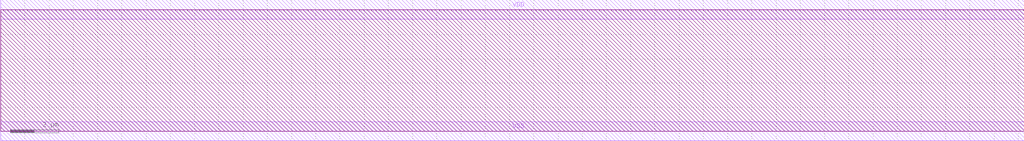
<source format=lef>
#******
# TECH LIB NAME: smic18
# TECH FILE NAME: techfile.cds
#
# RC values have been extracted from SMIC's Interconnect Capacitance
# Table, Rev 2.0, Date 02-08-2003 and Document TD-L018-BL-2001 Rev 2R
#
# Resistance and Capacitance Values
# ---------------------------------
# The LEF technology files included in this directory contain
# resistance and capacitance (RC) values for the purpose of timing
# driven place & route.  Please note that the RC values contained in
# this tech file were created using the worst case interconnect models
# from the foundry and assume a full metal route at every grid location
# on every metal layer, so the values are intentionally very
# conservative. It is assumed that this technology file will be used
# only as a starting point for creating initial timing driven place &
# route runs during the development of your own more accurate RC
# values, tailored to your specific place & route environment. AS A
# RESULT, TIMING NUMBERS DERIVED FROM THESE RC VALUES MAY BE
# SIGNIFICANTLY SLOWER THAN REALITY.
#
# The RC values used in the LEF technology file are to be used only
# for timing driven place & route. Due to accuracy limitations,
# please do not attempt to use this file for chip-level RC extraction
# in conjunction with your sign-off timing simulations. For chip-level
# extraction, please use a dedicated extraction tool such as HyperExtract,
# starRC or Simplex, etc.
#
# $Id: smic18_6lm.lef,v 1.4 2003-03-10 18:30:04-08 wching Exp $
#
#******                                                               

VERSION 5.2 ;

NAMESCASESENSITIVE ON ;

UNITS
    DATABASE MICRONS 2000  ;
END UNITS

LAYER POLY1
    TYPE MASTERSLICE ;
END POLY1

LAYER METAL1
    TYPE ROUTING ;
    WIDTH 0.230 ;
    SPACING 0.230 ;
    SPACING 0.6 RANGE 10.0 100000.0 ;
    PITCH 0.560 ;
    DIRECTION HORIZONTAL ;
    RESISTANCE RPERSQ      7.8000e-02 ;
    CAPACITANCE CPERSQDIST 1.1152e-04 ;
    EDGECAPACITANCE        9.0179e-05 ;
END METAL1

LAYER VIA12
    TYPE CUT ;
END VIA12

LAYER METAL2
    TYPE ROUTING ;
    WIDTH 0.280 ;
    SPACING 0.280 ;
    SPACING 0.6 RANGE 10.0 100000.0 ;
    PITCH 0.660 ;
    DIRECTION VERTICAL ;
    RESISTANCE RPERSQ      7.8000e-02 ;
    CAPACITANCE CPERSQDIST 6.5875e-05 ;
    EDGECAPACITANCE        8.7917e-05 ;
END METAL2

LAYER VIA23
    TYPE CUT ;
END VIA23

LAYER METAL3
    TYPE ROUTING ;
    WIDTH 0.280 ;
    SPACING 0.280 ;
    SPACING 0.6 RANGE 10.0 100000.0 ;
    PITCH 0.560 ;
    DIRECTION HORIZONTAL ;
    RESISTANCE RPERSQ      7.8000e-02 ;
    CAPACITANCE CPERSQDIST 5.9699e-05 ;
    EDGECAPACITANCE        1.0642e-04 ;
END METAL3

LAYER VIA34
    TYPE CUT ;
END VIA34

LAYER METAL4
    TYPE ROUTING ;
    WIDTH 0.280 ;
    SPACING 0.280 ;
    SPACING 0.6 RANGE 10.0 100000.0 ;
    PITCH 0.660 ;
    DIRECTION VERTICAL ;
    RESISTANCE RPERSQ      7.8000e-02 ;
    CAPACITANCE CPERSQDIST 5.5911e-05 ;
    EDGECAPACITANCE        8.7491e-05 ;
END METAL4

LAYER VIA45
    TYPE CUT ;
END VIA45

LAYER METAL5
    TYPE ROUTING ;
    WIDTH 0.280 ;
    SPACING 0.280 ;
    SPACING 0.6 RANGE 10.0 100000.0 ;
    PITCH 1.120 ;
    DIRECTION HORIZONTAL ;
    RESISTANCE RPERSQ      7.8000e-02 ;
    CAPACITANCE CPERSQDIST 4.3064e-05 ;
    EDGECAPACITANCE        5.6324e-05 ;
END METAL5

LAYER VIA56
    TYPE CUT ;
END VIA56

LAYER METAL6
    TYPE ROUTING ;
    WIDTH 0.440 ;
    SPACING 0.460 ;
    SPACING 0.6 RANGE 10.0 100000.0 ;
    PITCH 1.320 ;
    DIRECTION VERTICAL ;
    RESISTANCE RPERSQ      3.6000e-02 ;
    CAPACITANCE CPERSQDIST 2.1886e-05 ;
    EDGECAPACITANCE        7.8084e-05 ;
END METAL6

LAYER OVERLAP
    TYPE OVERLAP ;
END OVERLAP

VIA via1 DEFAULT
    RESISTANCE 5.0000e+00 ;
    LAYER METAL1 ;
        RECT -0.190 -0.140 0.190 0.140 ;
    LAYER VIA12 ;
        RECT -0.130 -0.130 0.130 0.130 ;
    LAYER METAL2 ;
        RECT -0.190 -0.140 0.190 0.140 ;
END via1

VIA via2 DEFAULT
    RESISTANCE 5.0000e+00 ;
    LAYER METAL2 ;
        RECT -0.190 -0.140 0.190 0.140 ;
    LAYER VIA23 ;
        RECT -0.130 -0.130 0.130 0.130 ;
    LAYER METAL3 ;
        RECT -0.190 -0.140 0.190 0.140 ;
END via2

VIA via2ts DEFAULT TOPOFSTACKONLY
    RESISTANCE 5.0000e+00 ;
    LAYER METAL2 ;
        RECT -0.140 -0.370 0.140 0.370 ;
    LAYER VIA23 ;
        RECT -0.130 -0.130 0.130 0.130 ;
    LAYER METAL3 ;
        RECT -0.190 -0.140 0.190 0.140 ;
END via2ts

VIA via3 DEFAULT
    RESISTANCE 5.0000e+00 ;
    LAYER METAL3 ;
        RECT -0.190 -0.140 0.190 0.140 ;
    LAYER VIA34 ;
        RECT -0.130 -0.130 0.130 0.130 ;
    LAYER METAL4 ;
        RECT -0.190 -0.140 0.190 0.140 ;
END via3

VIA via3ts DEFAULT TOPOFSTACKONLY
    RESISTANCE 5.0000e+00 ;
    LAYER METAL3 ;
        RECT -0.370 -0.140 0.370 0.140 ;
    LAYER VIA34 ;
        RECT -0.130 -0.130 0.130 0.130 ;
    LAYER METAL4 ;
        RECT -0.190 -0.140 0.190 0.140 ;
END via3ts

VIA via4 DEFAULT
    RESISTANCE 5.0000e+00 ;
    LAYER METAL4 ;
        RECT -0.190 -0.140 0.190 0.140 ;
    LAYER VIA45 ;
        RECT -0.130 -0.130 0.130 0.130 ;
    LAYER METAL5 ;
        RECT -0.190 -0.140 0.190 0.140 ;
END via4

VIA via4ts DEFAULT TOPOFSTACKONLY
    RESISTANCE 5.0000e+00 ;
    LAYER METAL4 ;
        RECT -0.140 -0.370 0.140 0.370 ;
    LAYER VIA45 ;
        RECT -0.130 -0.130 0.130 0.130 ;
    LAYER METAL5 ;
        RECT -0.190 -0.140 0.190 0.140 ;
END via4ts

VIA via5 DEFAULT
    RESISTANCE 3.0000e+00 ;
    LAYER METAL5 ;
        RECT -0.240 -0.190 0.240 0.190 ;
    LAYER VIA56 ;
        RECT -0.180 -0.180 0.180 0.180 ;
    LAYER METAL6 ;
        RECT -0.270 -0.270 0.270 0.270 ;
END via5

VIA via5ts DEFAULT TOPOFSTACKONLY
    RESISTANCE 3.0000e+00 ;
    LAYER METAL5 ;
        RECT -0.270 -0.190 0.270 0.190 ;
    LAYER VIA56 ;
        RECT -0.180 -0.180 0.180 0.180 ;
    LAYER METAL6 ;
        RECT -0.270 -0.270 0.270 0.270 ;
END via5ts

VIARULE via1Array GENERATE
    LAYER METAL1 ;
        DIRECTION HORIZONTAL ;
        OVERHANG 0.060 ;
        METALOVERHANG 0.000 ;

    LAYER METAL2 ;
        DIRECTION VERTICAL ;
        OVERHANG 0.060 ;
        METALOVERHANG 0.000 ;

    LAYER VIA12 ;
        RECT -0.130 -0.130 0.130 0.130 ;
        SPACING 0.520 BY 0.520 ;
END via1Array

VIARULE via2Array GENERATE
    LAYER METAL2 ;
        DIRECTION VERTICAL ;
        OVERHANG 0.060 ;
        METALOVERHANG 0.000 ;

    LAYER METAL3 ;
        DIRECTION HORIZONTAL ;
        OVERHANG 0.060 ;
        METALOVERHANG 0.000 ;

    LAYER VIA23 ;
        RECT -0.130 -0.130 0.130 0.130 ;
        SPACING 0.520 BY 0.520 ;
END via2Array

VIARULE via3Array GENERATE
    LAYER METAL3 ;
        DIRECTION HORIZONTAL ;
        OVERHANG 0.060 ;
        METALOVERHANG 0.000 ;

    LAYER METAL4 ;
        DIRECTION VERTICAL ;
        OVERHANG 0.060 ;
        METALOVERHANG 0.000 ;

    LAYER VIA34 ;
        RECT -0.130 -0.130 0.130 0.130 ;
        SPACING 0.520 BY 0.520 ;
END via3Array

VIARULE via4Array GENERATE
    LAYER METAL4 ;
        DIRECTION VERTICAL ;
        OVERHANG 0.060 ;
        METALOVERHANG 0.000 ;

    LAYER METAL5 ;
        DIRECTION HORIZONTAL ;
        OVERHANG 0.060 ;
        METALOVERHANG 0.000 ;

    LAYER VIA45 ;
        RECT -0.130 -0.130 0.130 0.130 ;
        SPACING 0.520 BY 0.520 ;
END via4Array

VIARULE via5Array GENERATE
    LAYER METAL5 ;
        DIRECTION HORIZONTAL ;
        OVERHANG 0.060 ;
        METALOVERHANG 0.000 ;

    LAYER METAL6 ;
        DIRECTION VERTICAL ;
        OVERHANG 0.090 ;
        METALOVERHANG 0.000 ;

    LAYER VIA56 ;
        RECT -0.180 -0.180 0.180 0.180 ;
        SPACING 0.710 BY 0.710 ;
END via5Array

VIARULE TURNM1 GENERATE
    LAYER METAL1 ;
        DIRECTION vertical ;

    LAYER METAL1 ;
        DIRECTION horizontal ;
END TURNM1

VIARULE TURNM2 GENERATE
    LAYER METAL2 ;
        DIRECTION vertical ;

    LAYER METAL2 ;
        DIRECTION horizontal ;
END TURNM2

VIARULE TURNM3 GENERATE
    LAYER METAL3 ;
        DIRECTION vertical ;

    LAYER METAL3 ;
        DIRECTION horizontal ;
END TURNM3

VIARULE TURNM4 GENERATE
    LAYER METAL4 ;
        DIRECTION vertical ;

    LAYER METAL4 ;
        DIRECTION horizontal ;
END TURNM4

VIARULE TURNM5 GENERATE
    LAYER METAL5 ;
        DIRECTION vertical ;

    LAYER METAL5 ;
        DIRECTION horizontal ;
END TURNM5

VIARULE TURNM6 GENERATE
    LAYER METAL6 ;
        DIRECTION vertical ;

    LAYER METAL6 ;
        DIRECTION horizontal ;
END TURNM6

SPACING
    SAMENET METAL1 METAL1 0.230  ;
    SAMENET METAL2 METAL2 0.280 STACK ;
    SAMENET METAL3 METAL3 0.280 STACK ;
    SAMENET METAL4 METAL4 0.280 STACK ;
    SAMENET METAL5 METAL5 0.280 STACK ;
    SAMENET METAL6 METAL6 0.460  ;
    SAMENET VIA12 VIA12 0.260  ;
    SAMENET VIA23 VIA23 0.260  ;
    SAMENET VIA34 VIA34 0.260  ;
    SAMENET VIA45 VIA45 0.260  ;
    SAMENET VIA56 VIA56 0.350  ;
    SAMENET VIA12 VIA23 0.0 STACK ;
    SAMENET VIA23 VIA34 0.0 STACK ;
    SAMENET VIA34 VIA45 0.0 STACK ;
    SAMENET VIA45 VIA56 0.0 STACK ;
END SPACING

SITE smic18site
    SYMMETRY y  ;
    CLASS core  ;
    SIZE 0.660 BY 5.040 ;
END smic18site

MACRO FILL8
    CLASS CORE ;
    FOREIGN FILL8 0.000 0.000  ;
    ORIGIN 0.000 0.000 ;
    SIZE 5.280 BY 5.040 ;
    SYMMETRY x y ;
    SITE smic18site ;
    PIN VSS
        DIRECTION INOUT ;
        USE ground ;
        SHAPE ABUTMENT ;
        PORT
        LAYER METAL1 ;
        RECT  0.000 -0.400 5.280 0.400 ;
        END
    END VSS
    PIN VDD
        DIRECTION INOUT ;
        USE power ;
        SHAPE ABUTMENT ;
        PORT
        LAYER METAL1 ;
        RECT  0.000 4.640 5.280 5.440 ;
        END
    END VDD
END FILL8

MACRO FILL64
    CLASS CORE ;
    FOREIGN FILL64 0.000 0.000  ;
    ORIGIN 0.000 0.000 ;
    SIZE 42.240 BY 5.040 ;
    SYMMETRY x y ;
    SITE smic18site ;
    PIN VSS
        DIRECTION INOUT ;
        USE ground ;
        SHAPE ABUTMENT ;
        PORT
        LAYER METAL1 ;
        RECT  0.000 -0.400 42.240 0.400 ;
        END
    END VSS
    PIN VDD
        DIRECTION INOUT ;
        USE power ;
        SHAPE ABUTMENT ;
        PORT
        LAYER METAL1 ;
        RECT  0.000 4.640 42.240 5.440 ;
        END
    END VDD
END FILL64

MACRO FILL4
    CLASS CORE ;
    FOREIGN FILL4 0.000 0.000  ;
    ORIGIN 0.000 0.000 ;
    SIZE 2.640 BY 5.040 ;
    SYMMETRY x y ;
    SITE smic18site ;
    PIN VSS
        DIRECTION INOUT ;
        USE ground ;
        SHAPE ABUTMENT ;
        PORT
        LAYER METAL1 ;
        RECT  0.000 -0.400 2.640 0.400 ;
        END
    END VSS
    PIN VDD
        DIRECTION INOUT ;
        USE power ;
        SHAPE ABUTMENT ;
        PORT
        LAYER METAL1 ;
        RECT  0.000 4.640 2.640 5.440 ;
        END
    END VDD
END FILL4

MACRO FILL32
    CLASS CORE ;
    FOREIGN FILL32 0.000 0.000  ;
    ORIGIN 0.000 0.000 ;
    SIZE 21.120 BY 5.040 ;
    SYMMETRY x y ;
    SITE smic18site ;
    PIN VSS
        DIRECTION INOUT ;
        USE ground ;
        SHAPE ABUTMENT ;
        PORT
        LAYER METAL1 ;
        RECT  0.000 -0.400 21.120 0.400 ;
        END
    END VSS
    PIN VDD
        DIRECTION INOUT ;
        USE power ;
        SHAPE ABUTMENT ;
        PORT
        LAYER METAL1 ;
        RECT  0.000 4.640 21.120 5.440 ;
        END
    END VDD
END FILL32

MACRO FILL2
    CLASS CORE ;
    FOREIGN FILL2 0.000 0.000  ;
    ORIGIN 0.000 0.000 ;
    SIZE 1.320 BY 5.040 ;
    SYMMETRY x y ;
    SITE smic18site ;
    PIN VSS
        DIRECTION INOUT ;
        USE ground ;
        SHAPE ABUTMENT ;
        PORT
        LAYER METAL1 ;
        RECT  0.000 -0.400 1.320 0.400 ;
        END
    END VSS
    PIN VDD
        DIRECTION INOUT ;
        USE power ;
        SHAPE ABUTMENT ;
        PORT
        LAYER METAL1 ;
        RECT  0.000 4.640 1.320 5.440 ;
        END
    END VDD
END FILL2

MACRO FILL16
    CLASS CORE ;
    FOREIGN FILL16 0.000 0.000  ;
    ORIGIN 0.000 0.000 ;
    SIZE 10.560 BY 5.040 ;
    SYMMETRY x y ;
    SITE smic18site ;
    PIN VSS
        DIRECTION INOUT ;
        USE ground ;
        SHAPE ABUTMENT ;
        PORT
        LAYER METAL1 ;
        RECT  0.000 -0.400 10.560 0.400 ;
        END
    END VSS
    PIN VDD
        DIRECTION INOUT ;
        USE power ;
        SHAPE ABUTMENT ;
        PORT
        LAYER METAL1 ;
        RECT  0.000 4.640 10.560 5.440 ;
        END
    END VDD
END FILL16

MACRO FILL1
    CLASS CORE ;
    FOREIGN FILL1 0.000 0.000  ;
    ORIGIN 0.000 0.000 ;
    SIZE 0.660 BY 5.040 ;
    SYMMETRY x y ;
    SITE smic18site ;
    PIN VSS
        DIRECTION INOUT ;
        USE ground ;
        SHAPE ABUTMENT ;
        PORT
        LAYER METAL1 ;
        RECT  0.000 -0.400 0.660 0.400 ;
        END
    END VSS
    PIN VDD
        DIRECTION INOUT ;
        USE power ;
        SHAPE ABUTMENT ;
        PORT
        LAYER METAL1 ;
        RECT  0.000 4.640 0.660 5.440 ;
        END
    END VDD
END FILL1

MACRO RF2R1WX2
    CLASS CORE ;
    FOREIGN RF2R1WX2 0.000 0.000  ;
    ORIGIN 0.000 0.000 ;
    SIZE 10.560 BY 5.040 ;
    SYMMETRY x y ;
    SITE smic18site ;
    PIN WW
        DIRECTION INPUT ;
        USE clock ;
        PORT
        LAYER METAL1 ;
        RECT  2.500 3.755 2.720 4.295 ;
        RECT  2.350 3.755 2.500 4.340 ;
        RECT  2.120 3.490 2.350 4.340 ;
        RECT  1.870 3.490 2.120 3.720 ;
        RECT  1.870 1.885 2.075 2.225 ;
        RECT  1.735 1.885 1.870 3.720 ;
        RECT  1.640 1.935 1.735 3.720 ;
        RECT  1.460 1.935 1.640 2.405 ;
        RECT  0.970 1.935 1.460 2.165 ;
        RECT  0.630 1.880 0.970 2.220 ;
        END
    END WW
    PIN WB
        DIRECTION INPUT ;
        PORT
        LAYER METAL1 ;
        RECT  1.580 0.630 1.690 0.860 ;
        RECT  1.350 0.630 1.580 1.490 ;
        RECT  1.105 1.260 1.350 1.490 ;
        RECT  0.875 1.260 1.105 1.515 ;
        END
    END WB
    PIN R2W
        DIRECTION INPUT ;
        PORT
        LAYER METAL1 ;
        RECT  7.990 0.630 8.465 1.220 ;
        END
    END R2W
    PIN R2B
        DIRECTION OUTPUT TRISTATE ;
        PORT
        LAYER METAL1 ;
        RECT  8.915 0.760 9.145 3.830 ;
        RECT  8.695 0.760 8.915 1.285 ;
        RECT  8.720 2.965 8.915 3.830 ;
        RECT  8.695 3.470 8.720 3.830 ;
        END
    END R2B
    PIN R1W
        DIRECTION INPUT ;
        PORT
        LAYER METAL1 ;
        RECT  6.490 0.630 7.120 0.980 ;
        END
    END R1W
    PIN R1B
        DIRECTION OUTPUT TRISTATE ;
        PORT
        LAYER METAL1 ;
        RECT  6.150 0.865 6.260 1.675 ;
        RECT  6.150 2.770 6.260 3.580 ;
        RECT  5.920 0.865 6.150 3.580 ;
        RECT  5.725 0.865 5.920 1.540 ;
        RECT  5.495 1.260 5.725 1.540 ;
        END
    END R1B
    PIN VSS
        DIRECTION INOUT ;
        USE ground ;
        SHAPE ABUTMENT ;
        PORT
        LAYER METAL1 ;
        RECT  10.355 -0.400 10.560 0.400 ;
        RECT  10.015 -0.400 10.355 1.570 ;
        RECT  7.760 -0.400 10.015 0.400 ;
        RECT  7.420 -0.400 7.760 0.630 ;
        RECT  4.940 -0.400 7.420 0.400 ;
        RECT  4.600 -0.400 4.940 0.630 ;
        RECT  3.640 -0.400 4.600 0.400 ;
        RECT  3.300 -0.400 3.640 1.065 ;
        RECT  1.120 -0.400 3.300 0.400 ;
        RECT  0.780 -0.400 1.120 0.630 ;
        RECT  0.000 -0.400 0.780 0.400 ;
        END
    END VSS
    PIN VDD
        DIRECTION INOUT ;
        USE power ;
        SHAPE ABUTMENT ;
        PORT
        LAYER METAL1 ;
        RECT  10.380 4.640 10.560 5.440 ;
        RECT  10.040 3.000 10.380 5.440 ;
        RECT  7.760 4.640 10.040 5.440 ;
        RECT  7.420 3.930 7.760 5.440 ;
        RECT  4.940 4.640 7.420 5.440 ;
        RECT  4.600 3.930 4.940 5.440 ;
        RECT  3.680 4.640 4.600 5.440 ;
        RECT  3.320 4.465 3.680 5.440 ;
        RECT  1.220 4.640 3.320 5.440 ;
        RECT  0.880 4.410 1.220 5.440 ;
        RECT  0.000 4.640 0.880 5.440 ;
        END
    END VDD
    OBS
        LAYER METAL1 ;
        RECT  9.810 2.100 9.945 2.440 ;
        RECT  9.580 2.100 9.810 4.290 ;
        RECT  8.280 4.060 9.580 4.290 ;
        RECT  8.495 2.210 8.685 2.550 ;
        RECT  8.490 1.460 8.495 2.550 ;
        RECT  8.260 1.460 8.490 3.110 ;
        RECT  8.050 3.470 8.280 4.290 ;
        RECT  8.155 1.460 8.260 1.800 ;
        RECT  8.150 2.750 8.260 3.110 ;
        RECT  6.880 3.470 8.050 3.700 ;
        RECT  6.850 1.460 6.960 1.800 ;
        RECT  6.850 2.875 6.960 3.235 ;
        RECT  6.650 3.470 6.880 4.040 ;
        RECT  6.620 1.460 6.850 3.235 ;
        RECT  5.575 3.810 6.650 4.040 ;
        RECT  6.430 2.205 6.620 2.545 ;
        RECT  5.345 2.210 5.575 4.040 ;
        RECT  5.220 2.210 5.345 2.440 ;
        RECT  4.880 2.100 5.220 2.440 ;
        RECT  4.560 2.155 4.880 2.440 ;
        RECT  4.440 1.365 4.560 2.685 ;
        RECT  4.345 1.310 4.440 2.685 ;
        RECT  4.345 3.050 4.400 3.410 ;
        RECT  4.330 1.310 4.345 3.410 ;
        RECT  4.100 1.310 4.330 1.650 ;
        RECT  4.090 2.455 4.330 3.410 ;
        RECT  3.760 1.885 4.100 2.225 ;
        RECT  3.430 2.455 4.090 2.685 ;
        RECT  4.060 3.050 4.090 3.410 ;
        RECT  2.535 1.935 3.760 2.165 ;
        RECT  3.090 2.395 3.430 2.735 ;
        RECT  2.480 1.370 2.535 3.255 ;
        RECT  2.305 1.315 2.480 3.255 ;
        RECT  2.140 1.315 2.305 1.655 ;
        RECT  2.100 2.895 2.305 3.255 ;
        RECT  1.550 3.950 1.890 4.295 ;
        RECT  0.560 3.950 1.550 4.180 ;
        RECT  0.400 2.980 0.560 4.180 ;
        RECT  0.400 1.310 0.520 1.650 ;
        RECT  0.330 1.310 0.400 4.180 ;
        RECT  0.170 1.310 0.330 3.340 ;
    END
END RF2R1WX2

MACRO RF1R1WX2
    CLASS CORE ;
    FOREIGN RF1R1WX2 0.000 0.000  ;
    ORIGIN 0.000 0.000 ;
    SIZE 6.600 BY 5.040 ;
    SYMMETRY x y ;
    SITE smic18site ;
    PIN WW
        DIRECTION INPUT ;
        USE clock ;
        PORT
        LAYER METAL1 ;
        RECT  2.505 3.480 2.735 4.000 ;
        RECT  2.425 3.480 2.505 3.780 ;
        RECT  1.745 3.480 2.425 3.710 ;
        RECT  1.840 1.610 2.015 2.610 ;
        RECT  1.785 1.610 1.840 2.660 ;
        RECT  1.745 2.380 1.785 2.660 ;
        RECT  1.515 2.380 1.745 3.710 ;
        RECT  1.460 2.380 1.515 2.660 ;
        RECT  0.825 2.405 1.460 2.635 ;
        RECT  0.595 2.405 0.825 2.775 ;
        END
    END WW
    PIN WB
        DIRECTION INPUT ;
        PORT
        LAYER METAL1 ;
        RECT  0.965 1.285 1.195 2.105 ;
        RECT  0.875 1.285 0.965 1.515 ;
        END
    END WB
    PIN RWN
        DIRECTION INPUT ;
        PORT
        LAYER METAL1 ;
        RECT  6.310 3.500 6.460 3.780 ;
        RECT  6.080 3.500 6.310 4.235 ;
        RECT  4.835 4.005 6.080 4.235 ;
        RECT  4.390 4.005 4.835 4.370 ;
        END
    END RWN
    PIN RW
        DIRECTION INPUT ;
        PORT
        LAYER METAL1 ;
        RECT  4.480 0.670 4.590 1.010 ;
        RECT  3.815 0.640 4.480 1.010 ;
        END
    END RW
    PIN RB
        DIRECTION OUTPUT TRISTATE ;
        PORT
        LAYER METAL1 ;
        RECT  5.085 2.920 5.100 3.280 ;
        RECT  4.855 0.765 5.085 3.280 ;
        RECT  4.835 1.285 4.855 1.515 ;
        RECT  4.760 2.920 4.855 3.280 ;
        END
    END RB
    PIN VSS
        DIRECTION INOUT ;
        USE ground ;
        SHAPE ABUTMENT ;
        PORT
        LAYER METAL1 ;
        RECT  6.420 -0.400 6.600 0.400 ;
        RECT  6.080 -0.400 6.420 1.585 ;
        RECT  3.585 -0.400 6.080 0.400 ;
        RECT  3.245 -0.400 3.585 1.030 ;
        RECT  1.320 -0.400 3.245 0.400 ;
        RECT  0.980 -0.400 1.320 0.645 ;
        RECT  0.000 -0.400 0.980 0.400 ;
        END
    END VSS
    PIN VDD
        DIRECTION INOUT ;
        USE power ;
        SHAPE ABUTMENT ;
        PORT
        LAYER METAL1 ;
        RECT  6.420 4.640 6.600 5.440 ;
        RECT  6.080 4.465 6.420 5.440 ;
        RECT  3.485 4.640 6.080 5.440 ;
        RECT  3.145 3.700 3.485 5.440 ;
        RECT  1.280 4.640 3.145 5.440 ;
        RECT  0.940 4.400 1.280 5.440 ;
        RECT  0.000 4.640 0.940 5.440 ;
        END
    END VDD
    OBS
        LAYER METAL1 ;
        RECT  5.790 2.100 6.050 2.440 ;
        RECT  5.710 2.100 5.790 3.740 ;
        RECT  5.560 2.205 5.710 3.740 ;
        RECT  4.340 3.510 5.560 3.740 ;
        RECT  4.285 1.340 4.500 2.880 ;
        RECT  4.285 3.250 4.340 3.740 ;
        RECT  4.270 1.340 4.285 3.740 ;
        RECT  4.065 1.340 4.270 1.680 ;
        RECT  4.055 2.650 4.270 3.740 ;
        RECT  3.370 2.650 4.055 2.880 ;
        RECT  4.000 3.250 4.055 3.610 ;
        RECT  3.700 1.910 4.040 2.250 ;
        RECT  2.475 1.960 3.700 2.190 ;
        RECT  3.030 2.540 3.370 2.880 ;
        RECT  2.475 0.970 2.480 1.310 ;
        RECT  2.245 0.970 2.475 3.250 ;
        RECT  2.140 0.970 2.245 1.310 ;
        RECT  2.060 3.020 2.245 3.250 ;
        RECT  1.745 4.085 2.120 4.315 ;
        RECT  1.515 3.940 1.745 4.315 ;
        RECT  0.465 3.940 1.515 4.170 ;
        RECT  0.365 0.870 0.520 1.100 ;
        RECT  0.365 3.170 0.465 4.170 ;
        RECT  0.235 0.870 0.365 4.170 ;
        RECT  0.135 0.870 0.235 3.400 ;
    END
END RF1R1WX2

MACRO XOR2XL
    CLASS CORE ;
    FOREIGN XOR2XL 0.000 0.000  ;
    ORIGIN 0.000 0.000 ;
    SIZE 5.280 BY 5.040 ;
    SYMMETRY x y ;
    SITE smic18site ;
    PIN Y
        DIRECTION OUTPUT ;
        PORT
        LAYER METAL1 ;
        RECT  4.870 1.170 5.100 3.340 ;
        RECT  4.760 1.170 4.870 1.510 ;
        RECT  4.835 2.405 4.870 2.635 ;
        RECT  4.760 3.000 4.870 3.340 ;
        END
    END Y
    PIN B
        DIRECTION INPUT ;
        PORT
        LAYER METAL1 ;
        RECT  1.320 2.395 1.430 2.625 ;
        RECT  1.090 2.395 1.320 3.195 ;
        RECT  0.875 2.965 1.090 3.195 ;
        END
    END B
    PIN A
        DIRECTION INPUT ;
        PORT
        LAYER METAL1 ;
        RECT  1.890 2.340 2.045 2.680 ;
        RECT  1.660 1.845 1.890 2.680 ;
        RECT  1.535 1.845 1.660 2.085 ;
        RECT  0.875 1.855 1.535 2.085 ;
        RECT  0.840 1.820 0.875 2.085 ;
        RECT  0.610 1.630 0.840 2.085 ;
        END
    END A
    PIN VSS
        DIRECTION INOUT ;
        USE ground ;
        SHAPE ABUTMENT ;
        PORT
        LAYER METAL1 ;
        RECT  4.540 -0.400 5.280 0.400 ;
        RECT  4.200 -0.400 4.540 0.575 ;
        RECT  1.225 -0.400 4.200 0.400 ;
        RECT  0.885 -0.400 1.225 0.575 ;
        RECT  0.000 -0.400 0.885 0.400 ;
        END
    END VSS
    PIN VDD
        DIRECTION INOUT ;
        USE power ;
        SHAPE ABUTMENT ;
        PORT
        LAYER METAL1 ;
        RECT  4.540 4.640 5.280 5.440 ;
        RECT  4.200 4.465 4.540 5.440 ;
        RECT  1.150 4.640 4.200 5.440 ;
        RECT  0.810 4.465 1.150 5.440 ;
        RECT  0.000 4.640 0.810 5.440 ;
        END
    END VDD
    OBS
        LAYER METAL1 ;
        RECT  4.475 1.740 4.635 2.080 ;
        RECT  4.245 0.815 4.475 2.080 ;
        RECT  2.965 0.815 4.245 1.045 ;
        RECT  3.670 3.605 4.010 4.160 ;
        RECT  3.675 1.275 3.905 3.315 ;
        RECT  3.400 1.275 3.675 1.505 ;
        RECT  3.455 2.950 3.675 3.315 ;
        RECT  2.505 3.605 3.670 3.835 ;
        RECT  1.610 4.090 3.300 4.320 ;
        RECT  2.735 0.815 2.965 3.370 ;
        RECT  1.685 0.630 2.505 0.860 ;
        RECT  2.275 1.305 2.505 3.835 ;
        RECT  1.800 1.305 2.275 1.535 ;
        RECT  1.800 3.130 2.275 3.470 ;
        RECT  1.455 0.630 1.685 1.035 ;
        RECT  1.380 3.790 1.610 4.320 ;
        RECT  0.520 0.805 1.455 1.035 ;
        RECT  0.520 3.790 1.380 4.020 ;
        RECT  0.380 0.805 0.520 1.345 ;
        RECT  0.380 3.400 0.520 4.020 ;
        RECT  0.290 0.805 0.380 4.020 ;
        RECT  0.150 1.115 0.290 3.785 ;
    END
END XOR2XL

MACRO XOR2X4
    CLASS CORE ;
    FOREIGN XOR2X4 0.000 0.000  ;
    ORIGIN 0.000 0.000 ;
    LEQ XOR2XL ;
    SIZE 11.220 BY 5.040 ;
    SYMMETRY x y ;
    SITE smic18site ;
    PIN Y
        DIRECTION OUTPUT ;
        PORT
        LAYER METAL1 ;
        RECT  10.190 1.410 10.420 4.340 ;
        RECT  10.020 1.410 10.190 1.750 ;
        RECT  10.040 2.940 10.190 4.340 ;
        RECT  10.020 3.050 10.040 3.525 ;
        END
    END Y
    PIN B
        DIRECTION INPUT ;
        PORT
        LAYER METAL1 ;
        RECT  1.105 2.100 1.490 2.440 ;
        RECT  0.875 2.100 1.105 2.635 ;
        RECT  0.550 2.100 0.875 2.440 ;
        END
    END B
    PIN A
        DIRECTION INPUT ;
        PORT
        LAYER METAL1 ;
        RECT  7.475 2.310 7.705 2.635 ;
        RECT  7.060 2.310 7.475 2.540 ;
        RECT  6.720 2.200 7.060 2.540 ;
        END
    END A
    PIN VSS
        DIRECTION INOUT ;
        USE ground ;
        SHAPE ABUTMENT ;
        PORT
        LAYER METAL1 ;
        RECT  11.040 -0.400 11.220 0.400 ;
        RECT  10.700 -0.400 11.040 0.575 ;
        RECT  9.680 -0.400 10.700 0.400 ;
        RECT  9.340 -0.400 9.680 0.575 ;
        RECT  8.180 -0.400 9.340 0.400 ;
        RECT  7.840 -0.400 8.180 0.575 ;
        RECT  3.120 -0.400 7.840 0.400 ;
        RECT  2.780 -0.400 3.120 0.575 ;
        RECT  1.800 -0.400 2.780 0.400 ;
        RECT  1.460 -0.400 1.800 1.020 ;
        RECT  0.520 -0.400 1.460 0.400 ;
        RECT  0.180 -0.400 0.520 1.020 ;
        RECT  0.000 -0.400 0.180 0.400 ;
        END
    END VSS
    PIN VDD
        DIRECTION INOUT ;
        USE power ;
        SHAPE ABUTMENT ;
        PORT
        LAYER METAL1 ;
        RECT  11.040 4.640 11.220 5.440 ;
        RECT  10.700 4.465 11.040 5.440 ;
        RECT  9.680 4.640 10.700 5.440 ;
        RECT  9.340 4.465 9.680 5.440 ;
        RECT  8.240 4.640 9.340 5.440 ;
        RECT  7.900 4.465 8.240 5.440 ;
        RECT  3.120 4.640 7.900 5.440 ;
        RECT  2.780 4.465 3.120 5.440 ;
        RECT  1.800 4.640 2.780 5.440 ;
        RECT  1.460 4.090 1.800 5.440 ;
        RECT  0.520 4.640 1.460 5.440 ;
        RECT  0.180 4.090 0.520 5.440 ;
        RECT  0.000 4.640 0.180 5.440 ;
        END
    END VDD
    OBS
        LAYER METAL1 ;
        RECT  9.755 2.210 9.960 2.550 ;
        RECT  9.525 0.865 9.755 2.550 ;
        RECT  7.460 0.865 9.525 1.095 ;
        RECT  8.770 1.410 9.000 3.380 ;
        RECT  8.660 1.410 8.770 1.885 ;
        RECT  8.660 3.040 8.770 3.380 ;
        RECT  6.740 1.655 8.660 1.885 ;
        RECT  8.415 2.330 8.540 2.670 ;
        RECT  8.185 2.330 8.415 4.185 ;
        RECT  6.740 3.955 8.185 4.185 ;
        RECT  7.120 0.865 7.460 1.250 ;
        RECT  7.120 3.280 7.460 3.620 ;
        RECT  6.020 0.865 7.120 1.095 ;
        RECT  6.085 3.340 7.120 3.570 ;
        RECT  6.405 1.340 6.740 1.885 ;
        RECT  6.400 3.800 6.740 4.185 ;
        RECT  6.400 1.340 6.405 3.070 ;
        RECT  6.175 1.655 6.400 3.070 ;
        RECT  3.525 3.955 6.400 4.185 ;
        RECT  5.300 2.840 6.175 3.070 ;
        RECT  5.680 3.340 6.085 3.725 ;
        RECT  5.885 0.865 6.020 1.330 ;
        RECT  5.655 0.865 5.885 1.825 ;
        RECT  4.645 3.495 5.680 3.725 ;
        RECT  4.645 1.595 5.655 1.825 ;
        RECT  4.960 0.865 5.300 1.280 ;
        RECT  4.960 2.840 5.300 3.180 ;
        RECT  2.440 0.865 4.960 1.095 ;
        RECT  4.580 1.595 4.645 3.725 ;
        RECT  4.415 1.455 4.580 3.725 ;
        RECT  4.230 1.455 4.415 1.825 ;
        RECT  4.240 3.350 4.415 3.725 ;
        RECT  3.825 2.155 4.125 2.555 ;
        RECT  3.825 1.420 3.880 1.760 ;
        RECT  3.825 3.000 3.880 3.340 ;
        RECT  3.595 1.420 3.825 3.340 ;
        RECT  3.540 1.420 3.595 1.760 ;
        RECT  3.540 3.000 3.595 3.340 ;
        RECT  3.295 3.570 3.525 4.185 ;
        RECT  2.440 3.570 3.295 3.800 ;
        RECT  2.210 0.865 2.440 3.800 ;
        RECT  2.100 1.420 2.210 1.760 ;
        RECT  2.100 3.040 2.210 3.380 ;
        RECT  1.160 1.420 2.100 1.650 ;
        RECT  1.160 3.150 2.100 3.380 ;
        RECT  0.820 1.420 1.160 1.760 ;
        RECT  0.820 3.040 1.160 3.380 ;
    END
END XOR2X4

MACRO XOR2X2
    CLASS CORE ;
    FOREIGN XOR2X2 0.000 0.000  ;
    ORIGIN 0.000 0.000 ;
    LEQ XOR2XL ;
    SIZE 6.600 BY 5.040 ;
    SYMMETRY x y ;
    SITE smic18site ;
    PIN Y
        DIRECTION OUTPUT ;
        PORT
        LAYER METAL1 ;
        RECT  6.180 0.720 6.410 4.190 ;
        RECT  6.070 0.720 6.180 1.660 ;
        RECT  6.070 2.910 6.180 4.190 ;
        END
    END Y
    PIN B
        DIRECTION INPUT ;
        PORT
        LAYER METAL1 ;
        RECT  1.350 2.370 1.690 2.915 ;
        RECT  1.195 2.685 1.350 2.915 ;
        RECT  0.965 2.685 1.195 3.205 ;
        RECT  0.875 2.965 0.965 3.205 ;
        END
    END B
    PIN A
        DIRECTION INPUT ;
        PORT
        LAYER METAL1 ;
        RECT  3.185 2.095 3.415 2.455 ;
        RECT  2.515 2.225 3.185 2.455 ;
        RECT  2.335 2.225 2.515 2.645 ;
        RECT  2.105 1.905 2.335 2.645 ;
        RECT  0.840 1.905 2.105 2.135 ;
        RECT  0.610 1.905 0.840 2.330 ;
        END
    END A
    PIN VSS
        DIRECTION INOUT ;
        USE ground ;
        SHAPE ABUTMENT ;
        PORT
        LAYER METAL1 ;
        RECT  5.620 -0.400 6.600 0.400 ;
        RECT  5.280 -0.400 5.620 0.575 ;
        RECT  2.640 -0.400 5.280 0.400 ;
        RECT  2.300 -0.400 2.640 0.575 ;
        RECT  1.120 -0.400 2.300 0.400 ;
        RECT  0.780 -0.400 1.120 0.575 ;
        RECT  0.000 -0.400 0.780 0.400 ;
        END
    END VSS
    PIN VDD
        DIRECTION INOUT ;
        USE power ;
        SHAPE ABUTMENT ;
        PORT
        LAYER METAL1 ;
        RECT  5.610 4.640 6.600 5.440 ;
        RECT  5.270 4.465 5.610 5.440 ;
        RECT  2.560 4.640 5.270 5.440 ;
        RECT  2.220 3.740 2.560 5.440 ;
        RECT  1.120 4.640 2.220 5.440 ;
        RECT  0.780 3.740 1.120 5.440 ;
        RECT  0.000 4.640 0.780 5.440 ;
        END
    END VDD
    OBS
        LAYER METAL1 ;
        RECT  5.805 1.985 5.945 2.345 ;
        RECT  5.575 0.890 5.805 2.345 ;
        RECT  4.335 0.890 5.575 1.120 ;
        RECT  5.045 2.185 5.275 4.175 ;
        RECT  3.280 3.945 5.045 4.175 ;
        RECT  4.565 1.410 4.795 3.370 ;
        RECT  4.105 0.890 4.335 3.520 ;
        RECT  3.720 0.890 4.105 1.230 ;
        RECT  4.000 3.290 4.105 3.520 ;
        RECT  3.660 3.290 4.000 3.630 ;
        RECT  3.645 1.545 3.875 2.975 ;
        RECT  3.470 1.545 3.645 1.775 ;
        RECT  3.280 2.745 3.645 2.975 ;
        RECT  3.340 0.865 3.470 1.775 ;
        RECT  3.240 0.685 3.340 1.775 ;
        RECT  3.050 2.745 3.280 4.175 ;
        RECT  3.000 0.685 3.240 1.095 ;
        RECT  2.940 3.010 3.050 3.950 ;
        RECT  1.880 0.865 3.000 1.095 ;
        RECT  2.630 1.340 2.970 1.680 ;
        RECT  1.840 3.215 2.940 3.445 ;
        RECT  0.520 1.395 2.630 1.625 ;
        RECT  1.540 0.810 1.880 1.150 ;
        RECT  1.610 3.215 1.840 3.800 ;
        RECT  1.500 3.460 1.610 3.800 ;
        RECT  0.380 1.180 0.520 1.625 ;
        RECT  0.380 2.870 0.520 3.210 ;
        RECT  0.380 3.990 0.505 4.330 ;
        RECT  0.150 1.180 0.380 4.330 ;
    END
END XOR2X2

MACRO XOR2X1
    CLASS CORE ;
    FOREIGN XOR2X1 0.000 0.000  ;
    ORIGIN 0.000 0.000 ;
    LEQ XOR2XL ;
    SIZE 5.280 BY 5.040 ;
    SYMMETRY x y ;
    SITE smic18site ;
    PIN Y
        DIRECTION OUTPUT ;
        PORT
        LAYER METAL1 ;
        RECT  4.870 1.170 5.100 3.310 ;
        RECT  4.760 1.170 4.870 1.510 ;
        RECT  4.835 2.405 4.870 3.310 ;
        RECT  4.760 2.970 4.835 3.310 ;
        END
    END Y
    PIN B
        DIRECTION INPUT ;
        PORT
        LAYER METAL1 ;
        RECT  1.320 2.395 1.430 2.625 ;
        RECT  1.090 2.395 1.320 3.195 ;
        RECT  0.875 2.965 1.090 3.195 ;
        END
    END B
    PIN A
        DIRECTION INPUT ;
        PORT
        LAYER METAL1 ;
        RECT  1.890 2.340 2.045 2.680 ;
        RECT  1.660 1.845 1.890 2.680 ;
        RECT  1.535 1.845 1.660 2.085 ;
        RECT  0.875 1.855 1.535 2.085 ;
        RECT  0.840 1.820 0.875 2.085 ;
        RECT  0.610 1.630 0.840 2.085 ;
        END
    END A
    PIN VSS
        DIRECTION INOUT ;
        USE ground ;
        SHAPE ABUTMENT ;
        PORT
        LAYER METAL1 ;
        RECT  4.540 -0.400 5.280 0.400 ;
        RECT  4.200 -0.400 4.540 0.575 ;
        RECT  1.225 -0.400 4.200 0.400 ;
        RECT  0.885 -0.400 1.225 0.575 ;
        RECT  0.000 -0.400 0.885 0.400 ;
        END
    END VSS
    PIN VDD
        DIRECTION INOUT ;
        USE power ;
        SHAPE ABUTMENT ;
        PORT
        LAYER METAL1 ;
        RECT  4.540 4.640 5.280 5.440 ;
        RECT  4.200 4.465 4.540 5.440 ;
        RECT  1.150 4.640 4.200 5.440 ;
        RECT  0.810 4.465 1.150 5.440 ;
        RECT  0.000 4.640 0.810 5.440 ;
        END
    END VDD
    OBS
        LAYER METAL1 ;
        RECT  4.475 1.790 4.635 2.130 ;
        RECT  4.245 0.815 4.475 2.130 ;
        RECT  3.005 0.815 4.245 1.045 ;
        RECT  3.670 3.605 4.010 4.090 ;
        RECT  3.675 1.275 3.905 3.315 ;
        RECT  3.440 1.275 3.675 1.505 ;
        RECT  3.495 2.950 3.675 3.315 ;
        RECT  2.505 3.605 3.670 3.835 ;
        RECT  1.610 4.090 3.300 4.320 ;
        RECT  2.775 0.815 3.005 3.370 ;
        RECT  1.685 0.630 2.545 0.860 ;
        RECT  2.275 1.305 2.505 3.835 ;
        RECT  1.800 1.305 2.275 1.535 ;
        RECT  1.800 3.130 2.275 3.470 ;
        RECT  1.455 0.630 1.685 1.035 ;
        RECT  1.380 3.790 1.610 4.320 ;
        RECT  0.520 0.805 1.455 1.035 ;
        RECT  0.520 3.790 1.380 4.020 ;
        RECT  0.380 0.805 0.520 1.315 ;
        RECT  0.380 3.400 0.520 4.020 ;
        RECT  0.290 0.805 0.380 4.020 ;
        RECT  0.150 1.085 0.290 3.785 ;
    END
END XOR2X1

MACRO XNOR2XL
    CLASS CORE ;
    FOREIGN XNOR2XL 0.000 0.000  ;
    ORIGIN 0.000 0.000 ;
    SIZE 5.280 BY 5.040 ;
    SYMMETRY x y ;
    SITE smic18site ;
    PIN Y
        DIRECTION OUTPUT ;
        PORT
        LAYER METAL1 ;
        RECT  4.870 1.150 5.100 3.320 ;
        RECT  4.760 1.150 4.870 1.490 ;
        RECT  4.835 2.405 4.870 3.320 ;
        RECT  4.815 2.975 4.835 3.320 ;
        RECT  4.760 2.980 4.815 3.320 ;
        END
    END Y
    PIN B
        DIRECTION INPUT ;
        PORT
        LAYER METAL1 ;
        RECT  1.320 2.395 1.430 2.625 ;
        RECT  1.090 2.395 1.320 3.195 ;
        RECT  0.875 2.965 1.090 3.195 ;
        END
    END B
    PIN A
        DIRECTION INPUT ;
        PORT
        LAYER METAL1 ;
        RECT  1.890 2.180 2.045 2.540 ;
        RECT  1.660 1.845 1.890 2.540 ;
        RECT  1.535 1.845 1.660 2.085 ;
        RECT  0.875 1.855 1.535 2.085 ;
        RECT  0.840 1.820 0.875 2.085 ;
        RECT  0.610 1.630 0.840 2.085 ;
        END
    END A
    PIN VSS
        DIRECTION INOUT ;
        USE ground ;
        SHAPE ABUTMENT ;
        PORT
        LAYER METAL1 ;
        RECT  4.540 -0.400 5.280 0.400 ;
        RECT  4.200 -0.400 4.540 0.575 ;
        RECT  1.225 -0.400 4.200 0.400 ;
        RECT  0.885 -0.400 1.225 0.575 ;
        RECT  0.000 -0.400 0.885 0.400 ;
        END
    END VSS
    PIN VDD
        DIRECTION INOUT ;
        USE power ;
        SHAPE ABUTMENT ;
        PORT
        LAYER METAL1 ;
        RECT  4.540 4.640 5.280 5.440 ;
        RECT  4.200 4.465 4.540 5.440 ;
        RECT  1.150 4.640 4.200 5.440 ;
        RECT  0.810 4.465 1.150 5.440 ;
        RECT  0.000 4.640 0.810 5.440 ;
        END
    END VDD
    OBS
        LAYER METAL1 ;
        RECT  4.530 1.790 4.635 2.130 ;
        RECT  4.300 1.790 4.530 3.775 ;
        RECT  2.965 3.545 4.300 3.775 ;
        RECT  2.505 4.005 4.010 4.235 ;
        RECT  3.675 1.240 3.905 3.265 ;
        RECT  3.400 1.240 3.675 1.580 ;
        RECT  3.440 3.035 3.675 3.265 ;
        RECT  1.685 0.645 3.260 0.875 ;
        RECT  2.735 1.225 2.965 3.775 ;
        RECT  2.275 1.295 2.505 4.235 ;
        RECT  1.800 1.295 2.275 1.525 ;
        RECT  1.800 3.130 2.275 3.470 ;
        RECT  1.815 3.790 2.045 4.270 ;
        RECT  0.520 3.790 1.815 4.020 ;
        RECT  1.455 0.645 1.685 1.035 ;
        RECT  0.520 0.805 1.455 1.035 ;
        RECT  0.380 0.805 0.520 1.400 ;
        RECT  0.380 3.400 0.520 4.020 ;
        RECT  0.290 0.805 0.380 4.020 ;
        RECT  0.150 1.060 0.290 3.785 ;
    END
END XNOR2XL

MACRO XNOR2X4
    CLASS CORE ;
    FOREIGN XNOR2X4 0.000 0.000  ;
    ORIGIN 0.000 0.000 ;
    LEQ XNOR2XL ;
    SIZE 11.220 BY 5.040 ;
    SYMMETRY x y ;
    SITE smic18site ;
    PIN Y
        DIRECTION OUTPUT ;
        PORT
        LAYER METAL1 ;
        RECT  10.190 1.410 10.420 4.340 ;
        RECT  10.020 1.410 10.190 1.750 ;
        RECT  10.040 2.940 10.190 4.340 ;
        RECT  10.020 3.050 10.040 3.390 ;
        END
    END Y
    PIN B
        DIRECTION INPUT ;
        PORT
        LAYER METAL1 ;
        RECT  1.105 2.100 1.490 2.440 ;
        RECT  0.875 2.100 1.105 2.635 ;
        RECT  0.550 2.100 0.875 2.440 ;
        END
    END B
    PIN A
        DIRECTION INPUT ;
        PORT
        LAYER METAL1 ;
        RECT  3.205 2.170 3.540 2.510 ;
        RECT  2.855 2.170 3.205 2.635 ;
        END
    END A
    PIN VSS
        DIRECTION INOUT ;
        USE ground ;
        SHAPE ABUTMENT ;
        PORT
        LAYER METAL1 ;
        RECT  11.040 -0.400 11.220 0.400 ;
        RECT  10.700 -0.400 11.040 0.575 ;
        RECT  9.680 -0.400 10.700 0.400 ;
        RECT  9.340 -0.400 9.680 0.575 ;
        RECT  8.180 -0.400 9.340 0.400 ;
        RECT  7.840 -0.400 8.180 0.575 ;
        RECT  3.120 -0.400 7.840 0.400 ;
        RECT  2.780 -0.400 3.120 0.575 ;
        RECT  1.800 -0.400 2.780 0.400 ;
        RECT  1.460 -0.400 1.800 1.020 ;
        RECT  0.520 -0.400 1.460 0.400 ;
        RECT  0.180 -0.400 0.520 1.020 ;
        RECT  0.000 -0.400 0.180 0.400 ;
        END
    END VSS
    PIN VDD
        DIRECTION INOUT ;
        USE power ;
        SHAPE ABUTMENT ;
        PORT
        LAYER METAL1 ;
        RECT  11.040 4.640 11.220 5.440 ;
        RECT  10.700 4.465 11.040 5.440 ;
        RECT  9.680 4.640 10.700 5.440 ;
        RECT  9.340 4.465 9.680 5.440 ;
        RECT  8.240 4.640 9.340 5.440 ;
        RECT  7.900 4.465 8.240 5.440 ;
        RECT  3.120 4.640 7.900 5.440 ;
        RECT  2.780 4.465 3.120 5.440 ;
        RECT  1.800 4.640 2.780 5.440 ;
        RECT  1.460 4.090 1.800 5.440 ;
        RECT  0.520 4.640 1.460 5.440 ;
        RECT  0.180 4.090 0.520 5.440 ;
        RECT  0.000 4.640 0.180 5.440 ;
        END
    END VDD
    OBS
        LAYER METAL1 ;
        RECT  9.755 2.210 9.960 2.550 ;
        RECT  9.525 0.865 9.755 4.035 ;
        RECT  7.460 0.865 9.525 1.095 ;
        RECT  4.240 3.805 9.525 4.035 ;
        RECT  8.770 1.410 9.000 3.380 ;
        RECT  8.660 1.410 8.770 1.885 ;
        RECT  8.660 3.040 8.770 3.380 ;
        RECT  7.620 1.655 8.660 1.885 ;
        RECT  8.415 2.330 8.540 2.670 ;
        RECT  8.185 2.330 8.415 3.575 ;
        RECT  2.440 3.345 8.185 3.575 ;
        RECT  7.390 1.655 7.620 3.005 ;
        RECT  7.120 0.865 7.460 1.250 ;
        RECT  6.740 1.655 7.390 1.885 ;
        RECT  5.300 2.775 7.390 3.005 ;
        RECT  6.020 0.865 7.120 1.095 ;
        RECT  6.720 2.200 7.060 2.540 ;
        RECT  6.445 1.340 6.740 1.885 ;
        RECT  4.000 2.255 6.720 2.485 ;
        RECT  6.400 1.340 6.445 1.680 ;
        RECT  5.885 0.865 6.020 1.330 ;
        RECT  5.655 0.865 5.885 1.685 ;
        RECT  4.240 1.455 5.655 1.685 ;
        RECT  4.960 0.865 5.300 1.225 ;
        RECT  4.960 2.775 5.300 3.115 ;
        RECT  2.440 0.865 4.960 1.095 ;
        RECT  3.770 1.420 4.000 3.080 ;
        RECT  3.540 1.420 3.770 1.760 ;
        RECT  3.540 2.740 3.770 3.080 ;
        RECT  2.210 0.865 2.440 3.575 ;
        RECT  2.100 1.420 2.210 1.760 ;
        RECT  2.100 3.040 2.210 3.380 ;
        RECT  1.160 1.420 2.100 1.650 ;
        RECT  1.160 3.150 2.100 3.380 ;
        RECT  0.820 1.420 1.160 1.760 ;
        RECT  0.820 3.040 1.160 3.380 ;
    END
END XNOR2X4

MACRO XNOR2X2
    CLASS CORE ;
    FOREIGN XNOR2X2 0.000 0.000  ;
    ORIGIN 0.000 0.000 ;
    LEQ XNOR2XL ;
    SIZE 7.260 BY 5.040 ;
    SYMMETRY x y ;
    SITE smic18site ;
    PIN Y
        DIRECTION OUTPUT ;
        PORT
        LAYER METAL1 ;
        RECT  7.070 0.720 7.080 1.660 ;
        RECT  6.840 0.720 7.070 4.190 ;
        RECT  6.740 0.720 6.840 1.660 ;
        RECT  6.730 2.910 6.840 4.190 ;
        END
    END Y
    PIN B
        DIRECTION INPUT ;
        PORT
        LAYER METAL1 ;
        RECT  1.780 2.370 1.890 2.710 ;
        RECT  1.550 2.370 1.780 2.915 ;
        RECT  1.460 2.635 1.550 2.915 ;
        RECT  1.195 2.685 1.460 2.915 ;
        RECT  0.965 2.685 1.195 3.205 ;
        RECT  0.875 2.965 0.965 3.205 ;
        END
    END B
    PIN A
        DIRECTION INPUT ;
        PORT
        LAYER METAL1 ;
        RECT  3.845 1.965 4.075 2.455 ;
        RECT  3.175 2.225 3.845 2.455 ;
        RECT  2.945 2.225 3.175 2.645 ;
        RECT  2.425 2.415 2.945 2.645 ;
        RECT  2.350 2.405 2.425 2.645 ;
        RECT  2.120 1.905 2.350 2.645 ;
        RECT  0.840 1.905 2.120 2.135 ;
        RECT  0.610 1.905 0.840 2.330 ;
        END
    END A
    PIN VSS
        DIRECTION INOUT ;
        USE ground ;
        SHAPE ABUTMENT ;
        PORT
        LAYER METAL1 ;
        RECT  6.320 -0.400 7.260 0.400 ;
        RECT  5.980 -0.400 6.320 0.575 ;
        RECT  2.940 -0.400 5.980 0.400 ;
        RECT  2.600 -0.400 2.940 0.575 ;
        RECT  1.400 -0.400 2.600 0.400 ;
        RECT  1.060 -0.400 1.400 0.575 ;
        RECT  0.000 -0.400 1.060 0.400 ;
        END
    END VSS
    PIN VDD
        DIRECTION INOUT ;
        USE power ;
        SHAPE ABUTMENT ;
        PORT
        LAYER METAL1 ;
        RECT  6.270 4.640 7.260 5.440 ;
        RECT  5.930 4.465 6.270 5.440 ;
        RECT  2.860 4.640 5.930 5.440 ;
        RECT  2.520 3.740 2.860 5.440 ;
        RECT  1.380 4.640 2.520 5.440 ;
        RECT  1.040 3.740 1.380 5.440 ;
        RECT  0.000 4.640 1.040 5.440 ;
        END
    END VDD
    OBS
        LAYER METAL1 ;
        RECT  6.465 1.980 6.605 2.345 ;
        RECT  6.235 0.825 6.465 2.345 ;
        RECT  4.995 0.825 6.235 1.055 ;
        RECT  5.705 2.185 5.935 4.175 ;
        RECT  3.710 3.945 5.705 4.175 ;
        RECT  5.225 1.285 5.455 3.370 ;
        RECT  4.765 0.825 4.995 3.520 ;
        RECT  4.380 0.825 4.765 1.270 ;
        RECT  4.660 3.290 4.765 3.520 ;
        RECT  4.320 3.290 4.660 3.630 ;
        RECT  4.305 1.500 4.535 2.975 ;
        RECT  3.945 1.500 4.305 1.730 ;
        RECT  3.710 2.745 4.305 2.975 ;
        RECT  3.715 0.835 3.945 1.730 ;
        RECT  2.180 0.835 3.715 1.065 ;
        RECT  3.480 2.745 3.710 4.175 ;
        RECT  3.365 3.010 3.480 3.950 ;
        RECT  3.130 1.295 3.470 1.635 ;
        RECT  2.140 3.215 3.365 3.445 ;
        RECT  0.520 1.350 3.130 1.580 ;
        RECT  1.840 0.780 2.180 1.120 ;
        RECT  1.910 3.215 2.140 3.800 ;
        RECT  1.800 3.460 1.910 3.800 ;
        RECT  0.380 1.180 0.520 1.580 ;
        RECT  0.380 2.870 0.520 3.210 ;
        RECT  0.380 3.990 0.505 4.330 ;
        RECT  0.150 1.180 0.380 4.330 ;
    END
END XNOR2X2

MACRO XNOR2X1
    CLASS CORE ;
    FOREIGN XNOR2X1 0.000 0.000  ;
    ORIGIN 0.000 0.000 ;
    LEQ XNOR2XL ;
    SIZE 5.280 BY 5.040 ;
    SYMMETRY x y ;
    SITE smic18site ;
    PIN Y
        DIRECTION OUTPUT ;
        PORT
        LAYER METAL1 ;
        RECT  4.870 1.170 5.100 3.310 ;
        RECT  4.760 1.170 4.870 1.510 ;
        RECT  4.835 2.405 4.870 3.310 ;
        RECT  4.760 2.970 4.835 3.310 ;
        END
    END Y
    PIN B
        DIRECTION INPUT ;
        PORT
        LAYER METAL1 ;
        RECT  1.320 2.330 1.430 2.670 ;
        RECT  1.090 2.330 1.320 3.195 ;
        RECT  0.875 2.965 1.090 3.195 ;
        END
    END B
    PIN A
        DIRECTION INPUT ;
        PORT
        LAYER METAL1 ;
        RECT  1.890 2.340 2.045 2.680 ;
        RECT  1.660 1.845 1.890 2.680 ;
        RECT  1.535 1.845 1.660 2.085 ;
        RECT  0.875 1.855 1.535 2.085 ;
        RECT  0.840 1.845 0.875 2.085 ;
        RECT  0.610 1.630 0.840 2.085 ;
        END
    END A
    PIN VSS
        DIRECTION INOUT ;
        USE ground ;
        SHAPE ABUTMENT ;
        PORT
        LAYER METAL1 ;
        RECT  4.540 -0.400 5.280 0.400 ;
        RECT  4.200 -0.400 4.540 0.575 ;
        RECT  1.225 -0.400 4.200 0.400 ;
        RECT  0.885 -0.400 1.225 0.575 ;
        RECT  0.000 -0.400 0.885 0.400 ;
        END
    END VSS
    PIN VDD
        DIRECTION INOUT ;
        USE power ;
        SHAPE ABUTMENT ;
        PORT
        LAYER METAL1 ;
        RECT  4.540 4.640 5.280 5.440 ;
        RECT  4.200 4.465 4.540 5.440 ;
        RECT  1.200 4.640 4.200 5.440 ;
        RECT  0.860 4.465 1.200 5.440 ;
        RECT  0.000 4.640 0.860 5.440 ;
        END
    END VDD
    OBS
        LAYER METAL1 ;
        RECT  4.530 1.790 4.635 2.130 ;
        RECT  4.300 1.790 4.530 3.490 ;
        RECT  2.965 3.260 4.300 3.490 ;
        RECT  3.670 3.720 4.010 4.090 ;
        RECT  3.675 1.240 3.905 3.025 ;
        RECT  3.495 1.240 3.675 1.580 ;
        RECT  3.440 2.795 3.675 3.025 ;
        RECT  2.505 3.720 3.670 3.950 ;
        RECT  2.920 0.665 3.260 1.005 ;
        RECT  2.735 1.240 2.965 3.490 ;
        RECT  1.685 0.775 2.920 1.005 ;
        RECT  1.945 4.180 2.710 4.410 ;
        RECT  2.275 1.350 2.505 3.950 ;
        RECT  2.140 1.350 2.275 1.580 ;
        RECT  1.800 3.130 2.275 3.470 ;
        RECT  1.800 1.240 2.140 1.580 ;
        RECT  1.715 3.790 1.945 4.410 ;
        RECT  0.520 3.790 1.715 4.020 ;
        RECT  1.455 0.775 1.685 1.035 ;
        RECT  0.520 0.805 1.455 1.035 ;
        RECT  0.380 0.805 0.520 1.370 ;
        RECT  0.380 3.400 0.520 4.020 ;
        RECT  0.290 0.805 0.380 4.020 ;
        RECT  0.150 0.805 0.290 3.785 ;
    END
END XNOR2X1

MACRO TLATSRXL
    CLASS CORE ;
    FOREIGN TLATSRXL 0.000 0.000  ;
    ORIGIN 0.000 0.000 ;
    SIZE 11.220 BY 5.040 ;
    SYMMETRY x y ;
    SITE smic18site ;
    PIN SN
        DIRECTION INPUT ;
        PORT
        LAYER METAL1 ;
        RECT  0.545 2.105 0.555 2.445 ;
        RECT  0.140 1.840 0.545 2.445 ;
        END
    END SN
    PIN RN
        DIRECTION INPUT ;
        PORT
        LAYER METAL1 ;
        RECT  3.510 1.845 3.820 2.500 ;
        END
    END RN
    PIN QN
        DIRECTION OUTPUT ;
        PORT
        LAYER METAL1 ;
        RECT  11.005 1.240 11.040 1.580 ;
        RECT  11.005 3.020 11.040 3.360 ;
        RECT  10.775 1.240 11.005 3.360 ;
        RECT  10.700 1.240 10.775 1.580 ;
        RECT  10.700 3.020 10.775 3.360 ;
        END
    END QN
    PIN Q
        DIRECTION OUTPUT ;
        PORT
        LAYER METAL1 ;
        RECT  9.640 2.965 9.685 3.205 ;
        RECT  9.620 2.965 9.640 3.310 ;
        RECT  9.390 1.430 9.620 3.310 ;
        RECT  9.280 1.430 9.390 1.770 ;
        RECT  9.300 2.970 9.390 3.310 ;
        END
    END Q
    PIN G
        DIRECTION INPUT ;
        USE clock ;
        PORT
        LAYER METAL1 ;
        RECT  6.600 1.930 6.940 2.270 ;
        RECT  6.385 1.930 6.600 2.160 ;
        RECT  6.155 1.845 6.385 2.160 ;
        END
    END G
    PIN D
        DIRECTION INPUT ;
        PORT
        LAYER METAL1 ;
        RECT  2.780 1.900 3.085 2.660 ;
        RECT  2.580 1.900 2.780 2.240 ;
        END
    END D
    PIN VSS
        DIRECTION INOUT ;
        USE ground ;
        SHAPE ABUTMENT ;
        PORT
        LAYER METAL1 ;
        RECT  10.320 -0.400 11.220 0.400 ;
        RECT  9.980 -0.400 10.320 0.575 ;
        RECT  8.820 -0.400 9.980 0.400 ;
        RECT  8.480 -0.400 8.820 0.575 ;
        RECT  6.320 -0.400 8.480 0.400 ;
        RECT  5.980 -0.400 6.320 0.575 ;
        RECT  2.720 -0.400 5.980 0.400 ;
        RECT  2.380 -0.400 2.720 0.575 ;
        RECT  0.520 -0.400 2.380 0.400 ;
        RECT  0.180 -0.400 0.520 0.575 ;
        RECT  0.000 -0.400 0.180 0.400 ;
        END
    END VSS
    PIN VDD
        DIRECTION INOUT ;
        USE power ;
        SHAPE ABUTMENT ;
        PORT
        LAYER METAL1 ;
        RECT  10.385 4.640 11.220 5.440 ;
        RECT  9.975 4.465 10.385 5.440 ;
        RECT  8.880 4.640 9.975 5.440 ;
        RECT  8.540 4.465 8.880 5.440 ;
        RECT  6.860 4.640 8.540 5.440 ;
        RECT  6.520 4.465 6.860 5.440 ;
        RECT  3.500 4.640 6.520 5.440 ;
        RECT  3.160 4.135 3.500 5.440 ;
        RECT  0.520 4.640 3.160 5.440 ;
        RECT  0.180 4.465 0.520 5.440 ;
        RECT  0.000 4.640 0.180 5.440 ;
        END
    END VDD
    OBS
        LAYER METAL1 ;
        RECT  10.185 0.805 10.415 4.015 ;
        RECT  9.620 0.805 10.185 1.035 ;
        RECT  9.640 3.785 10.185 4.015 ;
        RECT  9.410 3.785 9.640 4.365 ;
        RECT  9.280 0.665 9.620 1.035 ;
        RECT  9.300 4.005 9.410 4.365 ;
        RECT  5.990 4.005 9.300 4.235 ;
        RECT  9.025 2.090 9.160 2.430 ;
        RECT  8.795 2.090 9.025 3.775 ;
        RECT  4.860 3.545 8.795 3.775 ;
        RECT  7.965 0.745 8.195 3.270 ;
        RECT  7.680 0.745 7.965 1.085 ;
        RECT  7.820 2.930 7.965 3.270 ;
        RECT  7.485 1.900 7.730 2.240 ;
        RECT  5.655 0.855 7.680 1.085 ;
        RECT  7.255 1.315 7.485 3.315 ;
        RECT  6.980 1.315 7.255 1.545 ;
        RECT  5.585 3.085 7.255 3.315 ;
        RECT  5.425 0.855 5.655 2.665 ;
        RECT  5.355 2.895 5.585 3.315 ;
        RECT  4.850 2.435 5.425 2.665 ;
        RECT  4.305 2.895 5.355 3.125 ;
        RECT  4.670 1.710 5.010 2.050 ;
        RECT  4.520 3.365 4.860 3.775 ;
        RECT  4.305 1.765 4.670 2.050 ;
        RECT  4.260 1.130 4.600 1.470 ;
        RECT  1.820 3.545 4.520 3.775 ;
        RECT  4.075 1.765 4.305 3.125 ;
        RECT  2.595 1.240 4.260 1.470 ;
        RECT  2.475 2.895 4.075 3.125 ;
        RECT  2.365 1.240 2.595 1.545 ;
        RECT  2.245 2.470 2.475 3.125 ;
        RECT  1.620 1.315 2.365 1.545 ;
        RECT  2.190 2.470 2.245 2.700 ;
        RECT  1.850 2.360 2.190 2.700 ;
        RECT  1.620 0.730 1.960 1.070 ;
        RECT  1.620 3.110 1.820 3.775 ;
        RECT  1.290 4.020 1.630 4.360 ;
        RECT  1.120 0.840 1.620 1.070 ;
        RECT  1.590 1.315 1.620 3.775 ;
        RECT  1.390 1.315 1.590 3.450 ;
        RECT  1.120 4.020 1.290 4.250 ;
        RECT  0.890 0.840 1.120 4.250 ;
        RECT  0.780 1.290 0.890 1.630 ;
        RECT  0.780 3.000 0.890 3.340 ;
    END
END TLATSRXL

MACRO TLATSRX4
    CLASS CORE ;
    FOREIGN TLATSRX4 0.000 0.000  ;
    ORIGIN 0.000 0.000 ;
    LEQ TLATSRXL ;
    SIZE 16.500 BY 5.040 ;
    SYMMETRY x y ;
    SITE smic18site ;
    PIN SN
        DIRECTION INPUT ;
        PORT
        LAYER METAL1 ;
        RECT  0.790 1.900 1.105 2.635 ;
        RECT  0.710 1.900 0.790 2.405 ;
        END
    END SN
    PIN RN
        DIRECTION INPUT ;
        PORT
        LAYER METAL1 ;
        RECT  8.760 1.765 9.100 2.395 ;
        END
    END RN
    PIN QN
        DIRECTION OUTPUT ;
        PORT
        LAYER METAL1 ;
        RECT  15.680 1.820 15.700 3.220 ;
        RECT  15.340 1.260 15.680 3.220 ;
        RECT  15.320 1.820 15.340 3.220 ;
        END
    END QN
    PIN Q
        DIRECTION OUTPUT ;
        PORT
        LAYER METAL1 ;
        RECT  14.380 1.260 14.400 1.600 ;
        RECT  14.380 2.880 14.400 3.220 ;
        RECT  14.060 1.260 14.380 3.220 ;
        RECT  14.000 1.820 14.060 3.220 ;
        END
    END Q
    PIN G
        DIRECTION INPUT ;
        USE clock ;
        PORT
        LAYER METAL1 ;
        RECT  10.080 1.845 10.420 2.505 ;
        END
    END G
    PIN D
        DIRECTION INPUT ;
        PORT
        LAYER METAL1 ;
        RECT  4.950 2.295 5.290 2.635 ;
        RECT  3.745 2.350 4.950 2.580 ;
        RECT  3.515 1.845 3.745 2.580 ;
        END
    END D
    PIN VSS
        DIRECTION INOUT ;
        USE ground ;
        SHAPE ABUTMENT ;
        PORT
        LAYER METAL1 ;
        RECT  16.320 -0.400 16.500 0.400 ;
        RECT  15.980 -0.400 16.320 0.950 ;
        RECT  15.040 -0.400 15.980 0.400 ;
        RECT  14.700 -0.400 15.040 0.950 ;
        RECT  13.720 -0.400 14.700 0.400 ;
        RECT  13.380 -0.400 13.720 0.575 ;
        RECT  12.220 -0.400 13.380 0.400 ;
        RECT  11.880 -0.400 12.220 0.575 ;
        RECT  9.940 -0.400 11.880 0.400 ;
        RECT  9.600 -0.400 9.940 0.575 ;
        RECT  6.100 -0.400 9.600 0.400 ;
        RECT  5.760 -0.400 6.100 0.920 ;
        RECT  2.965 -0.400 5.760 0.400 ;
        RECT  2.625 -0.400 2.965 0.575 ;
        RECT  1.280 -0.400 2.625 0.400 ;
        RECT  0.940 -0.400 1.280 0.575 ;
        RECT  0.000 -0.400 0.940 0.400 ;
        END
    END VSS
    PIN VDD
        DIRECTION INOUT ;
        USE power ;
        SHAPE ABUTMENT ;
        PORT
        LAYER METAL1 ;
        RECT  16.320 4.640 16.500 5.440 ;
        RECT  15.980 4.090 16.320 5.440 ;
        RECT  15.040 4.640 15.980 5.440 ;
        RECT  14.700 4.090 15.040 5.440 ;
        RECT  13.720 4.640 14.700 5.440 ;
        RECT  13.380 4.465 13.720 5.440 ;
        RECT  12.200 4.640 13.380 5.440 ;
        RECT  11.860 4.465 12.200 5.440 ;
        RECT  10.340 4.640 11.860 5.440 ;
        RECT  10.000 4.465 10.340 5.440 ;
        RECT  6.980 4.640 10.000 5.440 ;
        RECT  6.640 4.465 6.980 5.440 ;
        RECT  1.200 4.640 6.640 5.440 ;
        RECT  0.860 3.850 1.200 5.440 ;
        RECT  0.820 3.850 0.860 4.190 ;
        RECT  0.000 4.640 0.860 5.440 ;
        END
    END VDD
    OBS
        LAYER METAL1 ;
        RECT  16.160 2.070 16.270 2.410 ;
        RECT  15.930 2.070 16.160 3.785 ;
        RECT  12.905 3.555 15.930 3.785 ;
        RECT  13.465 1.370 13.695 3.015 ;
        RECT  12.980 1.370 13.465 1.600 ;
        RECT  12.905 2.785 13.465 3.015 ;
        RECT  12.395 2.080 13.190 2.420 ;
        RECT  12.640 1.260 12.980 1.600 ;
        RECT  12.675 2.785 12.905 4.225 ;
        RECT  9.470 3.995 12.675 4.225 ;
        RECT  12.165 2.080 12.395 3.655 ;
        RECT  2.545 3.425 12.165 3.655 ;
        RECT  11.645 1.215 11.875 3.085 ;
        RECT  11.460 1.215 11.645 1.445 ;
        RECT  11.640 2.855 11.645 3.085 ;
        RECT  11.300 2.855 11.640 3.195 ;
        RECT  11.350 1.105 11.460 1.445 ;
        RECT  10.955 1.685 11.355 2.075 ;
        RECT  11.120 0.805 11.350 1.445 ;
        RECT  9.345 0.805 11.120 1.035 ;
        RECT  10.890 1.685 10.955 3.195 ;
        RECT  10.660 1.265 10.890 3.195 ;
        RECT  10.400 1.265 10.660 1.495 ;
        RECT  8.375 2.965 10.660 3.195 ;
        RECT  9.115 0.805 9.345 1.355 ;
        RECT  7.540 4.180 9.140 4.410 ;
        RECT  7.720 1.125 9.115 1.355 ;
        RECT  8.375 1.585 8.430 1.925 ;
        RECT  8.145 1.585 8.375 3.195 ;
        RECT  8.090 1.585 8.145 1.925 ;
        RECT  3.130 2.965 8.145 3.195 ;
        RECT  6.985 0.665 8.020 0.895 ;
        RECT  7.490 1.125 7.720 2.355 ;
        RECT  7.310 3.945 7.540 4.410 ;
        RECT  7.380 1.835 7.490 2.355 ;
        RECT  4.550 1.835 7.380 2.065 ;
        RECT  6.065 3.945 7.310 4.175 ;
        RECT  6.755 0.665 6.985 1.385 ;
        RECT  2.545 1.155 6.755 1.385 ;
        RECT  5.835 3.945 6.065 4.355 ;
        RECT  1.865 4.125 5.835 4.355 ;
        RECT  4.210 1.780 4.550 2.120 ;
        RECT  2.900 2.210 3.130 3.195 ;
        RECT  2.790 2.210 2.900 2.550 ;
        RECT  2.315 1.155 2.545 3.655 ;
        RECT  1.800 1.155 2.315 1.495 ;
        RECT  1.865 1.790 2.000 2.130 ;
        RECT  1.635 1.790 1.865 4.355 ;
        RECT  1.565 1.790 1.635 2.020 ;
        RECT  0.520 2.975 1.635 3.245 ;
        RECT  1.335 1.415 1.565 2.020 ;
        RECT  0.520 1.415 1.335 1.645 ;
        RECT  0.180 0.835 0.520 1.645 ;
        RECT  0.180 2.905 0.520 3.245 ;
    END
END TLATSRX4

MACRO TLATSRX2
    CLASS CORE ;
    FOREIGN TLATSRX2 0.000 0.000  ;
    ORIGIN 0.000 0.000 ;
    LEQ TLATSRXL ;
    SIZE 11.880 BY 5.040 ;
    SYMMETRY x y ;
    SITE smic18site ;
    PIN SN
        DIRECTION INPUT ;
        PORT
        LAYER METAL1 ;
        RECT  0.550 2.170 0.560 2.510 ;
        RECT  0.215 1.845 0.550 2.510 ;
        END
    END SN
    PIN RN
        DIRECTION INPUT ;
        PORT
        LAYER METAL1 ;
        RECT  3.990 1.845 4.405 2.100 ;
        RECT  3.705 1.845 3.990 2.330 ;
        RECT  3.650 1.990 3.705 2.330 ;
        END
    END RN
    PIN QN
        DIRECTION OUTPUT ;
        PORT
        LAYER METAL1 ;
        RECT  11.360 0.805 11.700 4.115 ;
        END
    END QN
    PIN Q
        DIRECTION OUTPUT ;
        PORT
        LAYER METAL1 ;
        RECT  10.260 2.965 10.345 3.195 ;
        RECT  10.180 2.635 10.260 3.195 ;
        RECT  9.975 1.360 10.180 3.195 ;
        RECT  9.950 1.360 9.975 3.180 ;
        RECT  9.840 1.360 9.950 1.700 ;
        RECT  9.920 2.840 9.950 3.180 ;
        END
    END Q
    PIN G
        DIRECTION INPUT ;
        USE clock ;
        PORT
        LAYER METAL1 ;
        RECT  6.655 2.320 6.930 2.660 ;
        RECT  6.425 1.845 6.655 2.660 ;
        RECT  6.155 1.845 6.425 2.075 ;
        END
    END G
    PIN D
        DIRECTION INPUT ;
        PORT
        LAYER METAL1 ;
        RECT  2.980 1.845 3.320 2.445 ;
        RECT  2.855 1.845 2.980 2.075 ;
        END
    END D
    PIN VSS
        DIRECTION INOUT ;
        USE ground ;
        SHAPE ABUTMENT ;
        PORT
        LAYER METAL1 ;
        RECT  10.940 -0.400 11.880 0.400 ;
        RECT  10.600 -0.400 10.940 0.575 ;
        RECT  8.820 -0.400 10.600 0.400 ;
        RECT  8.480 -0.400 8.820 0.575 ;
        RECT  6.780 -0.400 8.480 0.400 ;
        RECT  6.440 -0.400 6.780 0.575 ;
        RECT  2.830 -0.400 6.440 0.400 ;
        RECT  2.490 -0.400 2.830 0.575 ;
        RECT  0.520 -0.400 2.490 0.400 ;
        RECT  0.180 -0.400 0.520 0.575 ;
        RECT  0.000 -0.400 0.180 0.400 ;
        END
    END VSS
    PIN VDD
        DIRECTION INOUT ;
        USE power ;
        SHAPE ABUTMENT ;
        PORT
        LAYER METAL1 ;
        RECT  10.980 4.640 11.880 5.440 ;
        RECT  10.640 4.090 10.980 5.440 ;
        RECT  8.800 4.640 10.640 5.440 ;
        RECT  8.460 4.465 8.800 5.440 ;
        RECT  6.900 4.640 8.460 5.440 ;
        RECT  6.560 4.465 6.900 5.440 ;
        RECT  3.620 4.640 6.560 5.440 ;
        RECT  3.280 3.740 3.620 5.440 ;
        RECT  0.520 4.640 3.280 5.440 ;
        RECT  0.180 4.465 0.520 5.440 ;
        RECT  0.000 4.640 0.180 5.440 ;
        END
    END VDD
    OBS
        LAYER METAL1 ;
        RECT  10.900 0.885 11.130 3.835 ;
        RECT  9.480 0.885 10.900 1.115 ;
        RECT  9.560 3.605 10.900 3.835 ;
        RECT  9.220 2.070 9.560 2.410 ;
        RECT  9.450 3.090 9.560 3.835 ;
        RECT  9.140 0.885 9.480 1.430 ;
        RECT  9.220 3.090 9.450 4.235 ;
        RECT  8.765 2.180 9.220 2.410 ;
        RECT  6.030 4.005 9.220 4.235 ;
        RECT  8.535 2.180 8.765 3.655 ;
        RECT  4.900 3.425 8.535 3.655 ;
        RECT  8.065 1.095 8.245 3.190 ;
        RECT  8.015 0.875 8.065 3.190 ;
        RECT  7.780 0.875 8.015 1.440 ;
        RECT  7.860 2.850 8.015 3.190 ;
        RECT  5.755 0.875 7.780 1.105 ;
        RECT  7.500 1.930 7.780 2.270 ;
        RECT  7.270 1.360 7.500 3.190 ;
        RECT  7.080 1.360 7.270 1.700 ;
        RECT  7.160 2.850 7.270 3.190 ;
        RECT  5.590 2.905 7.160 3.135 ;
        RECT  5.590 0.875 5.755 2.505 ;
        RECT  5.525 0.875 5.590 2.560 ;
        RECT  5.360 2.790 5.590 3.135 ;
        RECT  5.250 2.220 5.525 2.560 ;
        RECT  5.015 2.790 5.360 3.020 ;
        RECT  5.015 1.550 5.270 1.890 ;
        RECT  4.785 1.550 5.015 3.020 ;
        RECT  4.560 0.960 4.900 1.300 ;
        RECT  4.560 3.260 4.900 3.710 ;
        RECT  2.550 2.755 4.785 2.985 ;
        RECT  3.430 1.070 4.560 1.300 ;
        RECT  1.780 3.260 4.560 3.490 ;
        RECT  3.200 1.070 3.430 1.440 ;
        RECT  1.880 1.210 3.200 1.440 ;
        RECT  2.320 2.320 2.550 2.985 ;
        RECT  2.150 2.320 2.320 2.550 ;
        RECT  1.810 2.210 2.150 2.550 ;
        RECT  1.580 1.085 1.880 1.440 ;
        RECT  1.580 3.000 1.780 3.810 ;
        RECT  1.540 1.085 1.580 3.810 ;
        RECT  1.440 1.210 1.540 3.810 ;
        RECT  1.350 1.210 1.440 3.600 ;
        RECT  1.080 0.720 1.270 0.950 ;
        RECT  0.850 0.720 1.080 3.735 ;
        RECT  0.740 1.245 0.850 1.585 ;
        RECT  0.740 2.925 0.850 3.735 ;
    END
END TLATSRX2

MACRO TLATSRX1
    CLASS CORE ;
    FOREIGN TLATSRX1 0.000 0.000  ;
    ORIGIN 0.000 0.000 ;
    LEQ TLATSRXL ;
    SIZE 11.220 BY 5.040 ;
    SYMMETRY x y ;
    SITE smic18site ;
    PIN SN
        DIRECTION INPUT ;
        PORT
        LAYER METAL1 ;
        RECT  0.545 2.105 0.555 2.445 ;
        RECT  0.140 1.840 0.545 2.445 ;
        END
    END SN
    PIN RN
        DIRECTION INPUT ;
        PORT
        LAYER METAL1 ;
        RECT  3.820 2.130 3.850 2.470 ;
        RECT  3.510 1.845 3.820 2.470 ;
        END
    END RN
    PIN QN
        DIRECTION OUTPUT ;
        PORT
        LAYER METAL1 ;
        RECT  11.005 1.310 11.040 1.845 ;
        RECT  11.005 3.020 11.040 3.360 ;
        RECT  10.775 1.310 11.005 3.360 ;
        RECT  10.700 1.310 10.775 1.820 ;
        RECT  10.700 3.020 10.775 3.360 ;
        END
    END QN
    PIN Q
        DIRECTION OUTPUT ;
        PORT
        LAYER METAL1 ;
        RECT  9.640 2.965 9.685 3.205 ;
        RECT  9.620 2.965 9.640 3.310 ;
        RECT  9.390 1.430 9.620 3.310 ;
        RECT  9.280 1.430 9.390 1.770 ;
        RECT  9.300 2.970 9.390 3.310 ;
        END
    END Q
    PIN G
        DIRECTION INPUT ;
        USE clock ;
        PORT
        LAYER METAL1 ;
        RECT  6.560 1.930 6.900 2.270 ;
        RECT  6.385 1.930 6.560 2.160 ;
        RECT  6.155 1.845 6.385 2.160 ;
        END
    END G
    PIN D
        DIRECTION INPUT ;
        PORT
        LAYER METAL1 ;
        RECT  2.780 1.900 3.085 2.660 ;
        RECT  2.580 1.900 2.780 2.240 ;
        END
    END D
    PIN VSS
        DIRECTION INOUT ;
        USE ground ;
        SHAPE ABUTMENT ;
        PORT
        LAYER METAL1 ;
        RECT  10.320 -0.400 11.220 0.400 ;
        RECT  9.980 -0.400 10.320 0.575 ;
        RECT  8.820 -0.400 9.980 0.400 ;
        RECT  8.480 -0.400 8.820 0.575 ;
        RECT  6.320 -0.400 8.480 0.400 ;
        RECT  5.980 -0.400 6.320 0.575 ;
        RECT  2.720 -0.400 5.980 0.400 ;
        RECT  2.380 -0.400 2.720 0.575 ;
        RECT  0.520 -0.400 2.380 0.400 ;
        RECT  0.180 -0.400 0.520 0.575 ;
        RECT  0.000 -0.400 0.180 0.400 ;
        END
    END VSS
    PIN VDD
        DIRECTION INOUT ;
        USE power ;
        SHAPE ABUTMENT ;
        PORT
        LAYER METAL1 ;
        RECT  10.395 4.640 11.220 5.440 ;
        RECT  9.980 4.465 10.395 5.440 ;
        RECT  8.880 4.640 9.980 5.440 ;
        RECT  8.540 4.465 8.880 5.440 ;
        RECT  6.820 4.640 8.540 5.440 ;
        RECT  6.480 4.465 6.820 5.440 ;
        RECT  3.500 4.640 6.480 5.440 ;
        RECT  3.160 4.135 3.500 5.440 ;
        RECT  0.520 4.640 3.160 5.440 ;
        RECT  0.180 4.465 0.520 5.440 ;
        RECT  0.000 4.640 0.180 5.440 ;
        END
    END VDD
    OBS
        LAYER METAL1 ;
        RECT  10.185 0.805 10.415 4.235 ;
        RECT  9.620 0.805 10.185 1.035 ;
        RECT  9.640 4.005 10.185 4.235 ;
        RECT  9.300 4.005 9.640 4.365 ;
        RECT  9.280 0.635 9.620 1.035 ;
        RECT  5.950 4.005 9.300 4.235 ;
        RECT  9.025 2.090 9.160 2.430 ;
        RECT  8.795 2.090 9.025 3.775 ;
        RECT  4.820 3.545 8.795 3.775 ;
        RECT  7.965 0.765 8.195 3.170 ;
        RECT  7.680 0.765 7.965 1.105 ;
        RECT  7.780 2.830 7.965 3.170 ;
        RECT  7.485 1.900 7.730 2.240 ;
        RECT  5.655 0.875 7.680 1.105 ;
        RECT  7.255 1.365 7.485 3.315 ;
        RECT  6.880 1.365 7.255 1.595 ;
        RECT  5.585 3.085 7.255 3.315 ;
        RECT  5.425 0.875 5.655 2.665 ;
        RECT  5.355 2.910 5.585 3.315 ;
        RECT  4.850 2.435 5.425 2.665 ;
        RECT  4.450 2.910 5.355 3.140 ;
        RECT  4.670 1.710 5.010 2.050 ;
        RECT  4.480 3.370 4.820 3.775 ;
        RECT  4.450 1.820 4.670 2.050 ;
        RECT  4.260 1.040 4.600 1.380 ;
        RECT  1.820 3.545 4.480 3.775 ;
        RECT  4.220 1.820 4.450 3.140 ;
        RECT  2.595 1.150 4.260 1.380 ;
        RECT  2.475 2.905 4.220 3.135 ;
        RECT  2.365 1.150 2.595 1.545 ;
        RECT  2.245 2.470 2.475 3.135 ;
        RECT  1.620 1.315 2.365 1.545 ;
        RECT  2.190 2.470 2.245 2.700 ;
        RECT  1.850 2.360 2.190 2.700 ;
        RECT  1.620 0.730 1.960 1.070 ;
        RECT  1.620 3.110 1.820 3.775 ;
        RECT  1.290 4.020 1.630 4.360 ;
        RECT  1.120 0.840 1.620 1.070 ;
        RECT  1.590 1.315 1.620 3.775 ;
        RECT  1.390 1.315 1.590 3.450 ;
        RECT  1.120 4.020 1.290 4.250 ;
        RECT  0.890 0.840 1.120 4.250 ;
        RECT  0.780 1.290 0.890 1.630 ;
        RECT  0.780 2.930 0.890 3.270 ;
    END
END TLATSRX1

MACRO TLATSXL
    CLASS CORE ;
    FOREIGN TLATSXL 0.000 0.000  ;
    ORIGIN 0.000 0.000 ;
    SIZE 10.560 BY 5.040 ;
    SYMMETRY x y ;
    SITE smic18site ;
    PIN SN
        DIRECTION INPUT ;
        PORT
        LAYER METAL1 ;
        RECT  0.550 2.015 0.560 2.355 ;
        RECT  0.140 1.820 0.550 2.355 ;
        END
    END SN
    PIN QN
        DIRECTION OUTPUT ;
        PORT
        LAYER METAL1 ;
        RECT  10.345 1.270 10.360 1.845 ;
        RECT  10.345 3.020 10.360 3.360 ;
        RECT  10.115 1.270 10.345 3.360 ;
        RECT  10.040 1.270 10.115 1.820 ;
        RECT  10.020 3.020 10.115 3.360 ;
        RECT  10.020 1.270 10.040 1.610 ;
        END
    END QN
    PIN Q
        DIRECTION OUTPUT ;
        PORT
        LAYER METAL1 ;
        RECT  8.925 1.400 9.155 3.310 ;
        RECT  8.640 1.400 8.925 1.740 ;
        RECT  8.680 2.940 8.925 3.310 ;
        END
    END Q
    PIN G
        DIRECTION INPUT ;
        USE clock ;
        PORT
        LAYER METAL1 ;
        RECT  5.890 1.500 6.230 1.840 ;
        RECT  5.725 1.500 5.890 1.730 ;
        RECT  5.495 1.285 5.725 1.730 ;
        END
    END G
    PIN D
        DIRECTION INPUT ;
        PORT
        LAYER METAL1 ;
        RECT  2.710 1.805 3.310 2.185 ;
        END
    END D
    PIN VSS
        DIRECTION INOUT ;
        USE ground ;
        SHAPE ABUTMENT ;
        PORT
        LAYER METAL1 ;
        RECT  9.720 -0.400 10.560 0.400 ;
        RECT  9.380 -0.400 9.720 0.575 ;
        RECT  8.190 -0.400 9.380 0.400 ;
        RECT  7.850 -0.400 8.190 0.575 ;
        RECT  5.770 -0.400 7.850 0.400 ;
        RECT  5.430 -0.400 5.770 0.575 ;
        RECT  2.740 -0.400 5.430 0.400 ;
        RECT  2.400 -0.400 2.740 0.575 ;
        RECT  0.520 -0.400 2.400 0.400 ;
        RECT  0.180 -0.400 0.520 0.575 ;
        RECT  0.000 -0.400 0.180 0.400 ;
        END
    END VSS
    PIN VDD
        DIRECTION INOUT ;
        USE power ;
        SHAPE ABUTMENT ;
        PORT
        LAYER METAL1 ;
        RECT  9.770 4.640 10.560 5.440 ;
        RECT  9.350 4.465 9.770 5.440 ;
        RECT  8.260 4.640 9.350 5.440 ;
        RECT  7.920 4.465 8.260 5.440 ;
        RECT  6.200 4.640 7.920 5.440 ;
        RECT  5.860 4.465 6.200 5.440 ;
        RECT  3.460 4.640 5.860 5.440 ;
        RECT  3.120 4.005 3.460 5.440 ;
        RECT  0.520 4.640 3.120 5.440 ;
        RECT  0.180 4.465 0.520 5.440 ;
        RECT  0.000 4.640 0.180 5.440 ;
        END
    END VDD
    OBS
        LAYER METAL1 ;
        RECT  9.685 2.070 9.740 2.410 ;
        RECT  9.455 0.885 9.685 4.015 ;
        RECT  9.125 0.885 9.455 1.115 ;
        RECT  9.400 2.070 9.455 2.410 ;
        RECT  9.065 3.785 9.455 4.015 ;
        RECT  8.895 0.655 9.125 1.115 ;
        RECT  8.835 3.785 9.065 4.365 ;
        RECT  8.680 0.655 8.895 0.885 ;
        RECT  8.650 4.005 8.835 4.365 ;
        RECT  5.330 4.005 8.650 4.235 ;
        RECT  8.205 2.070 8.540 2.410 ;
        RECT  7.975 2.070 8.205 3.775 ;
        RECT  4.160 3.545 7.975 3.775 ;
        RECT  7.280 0.650 7.510 3.315 ;
        RECT  7.010 0.650 7.280 0.990 ;
        RECT  7.160 2.830 7.280 3.315 ;
        RECT  4.680 3.085 7.160 3.315 ;
        RECT  6.825 1.635 7.035 2.015 ;
        RECT  6.695 1.635 6.825 2.855 ;
        RECT  6.465 0.850 6.695 2.855 ;
        RECT  6.270 0.850 6.465 1.190 ;
        RECT  5.140 2.625 6.465 2.855 ;
        RECT  4.910 1.610 5.140 2.855 ;
        RECT  4.670 1.610 4.910 1.840 ;
        RECT  4.450 2.260 4.680 3.315 ;
        RECT  4.330 1.500 4.670 1.840 ;
        RECT  4.340 2.260 4.450 2.600 ;
        RECT  4.050 0.830 4.390 1.170 ;
        RECT  4.015 1.610 4.330 1.840 ;
        RECT  3.820 3.255 4.160 3.775 ;
        RECT  3.315 0.940 4.050 1.170 ;
        RECT  3.785 1.610 4.015 2.725 ;
        RECT  1.780 3.545 3.820 3.775 ;
        RECT  2.095 2.495 3.785 2.725 ;
        RECT  3.085 0.940 3.315 1.510 ;
        RECT  1.900 1.280 3.085 1.510 ;
        RECT  1.865 2.360 2.095 2.725 ;
        RECT  1.120 0.765 1.930 0.995 ;
        RECT  1.585 1.280 1.900 1.620 ;
        RECT  1.585 3.110 1.780 3.775 ;
        RECT  1.250 4.020 1.590 4.360 ;
        RECT  1.560 1.280 1.585 3.775 ;
        RECT  1.495 1.335 1.560 3.775 ;
        RECT  1.355 1.335 1.495 3.450 ;
        RECT  1.120 4.020 1.250 4.250 ;
        RECT  0.890 0.765 1.120 4.250 ;
        RECT  0.780 1.330 0.890 1.670 ;
        RECT  0.740 3.000 0.890 3.340 ;
    END
END TLATSXL

MACRO TLATSX4
    CLASS CORE ;
    FOREIGN TLATSX4 0.000 0.000  ;
    ORIGIN 0.000 0.000 ;
    LEQ TLATSXL ;
    SIZE 13.860 BY 5.040 ;
    SYMMETRY x y ;
    SITE smic18site ;
    PIN SN
        DIRECTION INPUT ;
        PORT
        LAYER METAL1 ;
        RECT  0.545 2.090 0.555 2.430 ;
        RECT  0.140 1.845 0.545 2.430 ;
        END
    END SN
    PIN QN
        DIRECTION OUTPUT ;
        PORT
        LAYER METAL1 ;
        RECT  12.680 1.355 13.060 3.220 ;
        END
    END QN
    PIN Q
        DIRECTION OUTPUT ;
        PORT
        LAYER METAL1 ;
        RECT  11.740 1.355 11.760 1.845 ;
        RECT  11.740 2.880 11.760 3.220 ;
        RECT  11.420 1.355 11.740 3.220 ;
        RECT  11.360 1.820 11.420 3.220 ;
        END
    END Q
    PIN G
        DIRECTION INPUT ;
        USE clock ;
        PORT
        LAYER METAL1 ;
        RECT  7.780 1.380 7.865 1.720 ;
        RECT  7.475 1.380 7.780 2.075 ;
        END
    END G
    PIN D
        DIRECTION INPUT ;
        PORT
        LAYER METAL1 ;
        RECT  3.250 2.070 3.360 2.580 ;
        RECT  3.020 1.845 3.250 2.580 ;
        RECT  2.855 1.845 3.020 2.075 ;
        END
    END D
    PIN VSS
        DIRECTION INOUT ;
        USE ground ;
        SHAPE ABUTMENT ;
        PORT
        LAYER METAL1 ;
        RECT  13.680 -0.400 13.860 0.400 ;
        RECT  13.340 -0.400 13.680 0.950 ;
        RECT  12.400 -0.400 13.340 0.400 ;
        RECT  12.060 -0.400 12.400 0.950 ;
        RECT  11.120 -0.400 12.060 0.400 ;
        RECT  10.780 -0.400 11.120 0.950 ;
        RECT  9.700 -0.400 10.780 0.400 ;
        RECT  9.360 -0.400 9.700 1.380 ;
        RECT  7.440 -0.400 9.360 0.400 ;
        RECT  7.100 -0.400 7.440 0.575 ;
        RECT  5.380 -0.400 7.100 0.400 ;
        RECT  5.040 -0.400 5.380 0.575 ;
        RECT  2.700 -0.400 5.040 0.400 ;
        RECT  2.360 -0.400 2.700 0.575 ;
        RECT  0.520 -0.400 2.360 0.400 ;
        RECT  0.180 -0.400 0.520 0.575 ;
        RECT  0.000 -0.400 0.180 0.400 ;
        END
    END VSS
    PIN VDD
        DIRECTION INOUT ;
        USE power ;
        SHAPE ABUTMENT ;
        PORT
        LAYER METAL1 ;
        RECT  13.680 4.640 13.860 5.440 ;
        RECT  13.340 4.090 13.680 5.440 ;
        RECT  12.400 4.640 13.340 5.440 ;
        RECT  12.060 4.090 12.400 5.440 ;
        RECT  11.080 4.640 12.060 5.440 ;
        RECT  10.740 4.465 11.080 5.440 ;
        RECT  9.840 4.640 10.740 5.440 ;
        RECT  9.500 4.465 9.840 5.440 ;
        RECT  8.020 4.640 9.500 5.440 ;
        RECT  7.680 4.465 8.020 5.440 ;
        RECT  3.620 4.640 7.680 5.440 ;
        RECT  3.280 3.815 3.620 5.440 ;
        RECT  0.520 4.640 3.280 5.440 ;
        RECT  0.180 4.465 0.520 5.440 ;
        RECT  0.000 4.640 0.180 5.440 ;
        END
    END VDD
    OBS
        LAYER METAL1 ;
        RECT  13.615 2.070 13.670 2.410 ;
        RECT  13.385 2.070 13.615 3.830 ;
        RECT  13.330 2.070 13.385 2.410 ;
        RECT  10.500 3.600 13.385 3.830 ;
        RECT  10.880 1.330 11.110 3.060 ;
        RECT  10.420 1.330 10.880 1.560 ;
        RECT  10.500 2.830 10.880 3.060 ;
        RECT  9.865 2.070 10.650 2.410 ;
        RECT  10.160 2.830 10.500 4.175 ;
        RECT  10.135 1.045 10.420 1.560 ;
        RECT  7.490 3.945 10.160 4.175 ;
        RECT  10.080 1.045 10.135 1.385 ;
        RECT  9.635 2.070 9.865 3.585 ;
        RECT  5.960 3.355 9.635 3.585 ;
        RECT  9.065 2.895 9.180 3.125 ;
        RECT  8.900 1.220 9.065 3.125 ;
        RECT  8.835 1.050 8.900 3.125 ;
        RECT  8.615 1.050 8.835 1.450 ;
        RECT  6.630 2.895 8.835 3.125 ;
        RECT  8.560 1.050 8.615 1.390 ;
        RECT  8.480 1.700 8.535 2.050 ;
        RECT  8.325 1.700 8.480 2.625 ;
        RECT  8.095 0.810 8.325 2.625 ;
        RECT  7.860 0.810 8.095 1.150 ;
        RECT  7.090 2.395 8.095 2.625 ;
        RECT  7.150 3.945 7.490 4.195 ;
        RECT  6.860 1.510 7.090 2.625 ;
        RECT  6.410 1.510 6.860 1.740 ;
        RECT  6.400 2.220 6.630 3.125 ;
        RECT  6.070 1.400 6.410 1.740 ;
        RECT  6.290 2.220 6.400 2.560 ;
        RECT  5.740 0.830 6.080 1.170 ;
        RECT  5.830 1.510 6.070 1.740 ;
        RECT  5.150 3.355 5.960 3.695 ;
        RECT  5.600 1.510 5.830 3.045 ;
        RECT  5.225 0.940 5.740 1.170 ;
        RECT  5.490 2.600 5.600 3.045 ;
        RECT  2.495 2.815 5.490 3.045 ;
        RECT  4.995 0.940 5.225 1.300 ;
        RECT  1.780 3.355 5.150 3.585 ;
        RECT  4.050 1.070 4.995 1.300 ;
        RECT  3.710 0.960 4.050 1.300 ;
        RECT  2.475 1.070 3.710 1.300 ;
        RECT  2.265 2.350 2.495 3.045 ;
        RECT  2.245 1.070 2.475 1.490 ;
        RECT  2.110 2.350 2.265 2.580 ;
        RECT  1.780 1.260 2.245 1.490 ;
        RECT  1.770 2.240 2.110 2.580 ;
        RECT  1.080 0.765 1.930 0.995 ;
        RECT  1.540 1.260 1.780 1.600 ;
        RECT  1.540 3.085 1.780 3.895 ;
        RECT  1.440 1.260 1.540 3.895 ;
        RECT  1.310 1.260 1.440 3.660 ;
        RECT  0.850 0.765 1.080 3.775 ;
        RECT  0.740 1.250 0.850 1.590 ;
        RECT  0.740 2.965 0.850 3.775 ;
    END
END TLATSX4

MACRO TLATSX2
    CLASS CORE ;
    FOREIGN TLATSX2 0.000 0.000  ;
    ORIGIN 0.000 0.000 ;
    LEQ TLATSXL ;
    SIZE 11.220 BY 5.040 ;
    SYMMETRY x y ;
    SITE smic18site ;
    PIN SN
        DIRECTION INPUT ;
        PORT
        LAYER METAL1 ;
        RECT  0.545 2.080 0.555 2.420 ;
        RECT  0.140 1.840 0.545 2.420 ;
        END
    END SN
    PIN QN
        DIRECTION OUTPUT ;
        PORT
        LAYER METAL1 ;
        RECT  11.005 2.630 11.040 4.255 ;
        RECT  11.005 0.765 11.025 1.575 ;
        RECT  10.775 0.765 11.005 4.255 ;
        RECT  10.685 0.765 10.775 1.575 ;
        RECT  10.700 2.630 10.775 4.255 ;
        END
    END QN
    PIN Q
        DIRECTION OUTPUT ;
        PORT
        LAYER METAL1 ;
        RECT  9.765 1.445 9.995 3.050 ;
        RECT  9.400 1.445 9.765 1.675 ;
        RECT  9.600 2.820 9.765 3.050 ;
        RECT  9.260 2.820 9.600 3.195 ;
        RECT  9.060 1.335 9.400 1.675 ;
        RECT  8.795 2.935 9.260 3.195 ;
        END
    END Q
    PIN G
        DIRECTION INPUT ;
        USE clock ;
        PORT
        LAYER METAL1 ;
        RECT  5.790 1.500 6.130 1.840 ;
        RECT  5.725 1.500 5.790 1.730 ;
        RECT  5.495 1.285 5.725 1.730 ;
        END
    END G
    PIN D
        DIRECTION INPUT ;
        PORT
        LAYER METAL1 ;
        RECT  2.760 1.795 3.395 2.200 ;
        END
    END D
    PIN VSS
        DIRECTION INOUT ;
        USE ground ;
        SHAPE ABUTMENT ;
        PORT
        LAYER METAL1 ;
        RECT  10.220 -0.400 11.220 0.400 ;
        RECT  9.880 -0.400 10.220 0.575 ;
        RECT  7.960 -0.400 9.880 0.400 ;
        RECT  7.620 -0.400 7.960 1.210 ;
        RECT  5.660 -0.400 7.620 0.400 ;
        RECT  5.320 -0.400 5.660 0.575 ;
        RECT  2.880 -0.400 5.320 0.400 ;
        RECT  2.540 -0.400 2.880 0.575 ;
        RECT  0.520 -0.400 2.540 0.400 ;
        RECT  0.180 -0.400 0.520 0.575 ;
        RECT  0.000 -0.400 0.180 0.400 ;
        END
    END VSS
    PIN VDD
        DIRECTION INOUT ;
        USE power ;
        SHAPE ABUTMENT ;
        PORT
        LAYER METAL1 ;
        RECT  10.320 4.640 11.220 5.440 ;
        RECT  9.980 4.080 10.320 5.440 ;
        RECT  8.200 4.640 9.980 5.440 ;
        RECT  7.860 4.465 8.200 5.440 ;
        RECT  6.200 4.640 7.860 5.440 ;
        RECT  5.860 4.465 6.200 5.440 ;
        RECT  3.700 4.640 5.860 5.440 ;
        RECT  3.360 4.090 3.700 5.440 ;
        RECT  0.520 4.640 3.360 5.440 ;
        RECT  0.180 4.465 0.520 5.440 ;
        RECT  0.000 4.640 0.180 5.440 ;
        END
    END VDD
    OBS
        LAYER METAL1 ;
        RECT  10.225 0.870 10.455 3.850 ;
        RECT  8.680 0.870 10.225 1.100 ;
        RECT  8.985 3.620 10.225 3.850 ;
        RECT  8.205 2.070 9.060 2.410 ;
        RECT  8.620 3.620 8.985 4.175 ;
        RECT  8.340 0.870 8.680 1.210 ;
        RECT  5.670 3.945 8.620 4.175 ;
        RECT  7.975 2.070 8.205 3.655 ;
        RECT  1.820 3.425 7.975 3.655 ;
        RECT  7.390 2.855 7.500 3.195 ;
        RECT  7.160 0.980 7.390 3.195 ;
        RECT  6.820 0.870 7.160 1.210 ;
        RECT  4.650 2.965 7.160 3.195 ;
        RECT  6.825 1.605 6.915 1.975 ;
        RECT  6.590 1.605 6.825 2.735 ;
        RECT  6.360 0.850 6.590 2.735 ;
        RECT  6.120 0.850 6.360 1.190 ;
        RECT  5.110 2.505 6.360 2.735 ;
        RECT  5.330 3.945 5.670 4.225 ;
        RECT  4.880 1.890 5.110 2.735 ;
        RECT  4.650 1.890 4.880 2.120 ;
        RECT  4.310 1.780 4.650 2.120 ;
        RECT  4.420 2.505 4.650 3.195 ;
        RECT  4.230 2.505 4.420 2.735 ;
        RECT  3.925 1.890 4.310 2.120 ;
        RECT  4.190 0.810 4.300 1.150 ;
        RECT  3.960 0.810 4.190 1.490 ;
        RECT  1.900 1.260 3.960 1.490 ;
        RECT  3.695 1.890 3.925 3.195 ;
        RECT  2.475 2.965 3.695 3.195 ;
        RECT  2.245 2.230 2.475 3.195 ;
        RECT  2.190 2.230 2.245 2.460 ;
        RECT  1.850 2.120 2.190 2.460 ;
        RECT  1.120 0.765 1.930 0.995 ;
        RECT  1.620 1.260 1.900 1.600 ;
        RECT  1.620 3.080 1.820 3.890 ;
        RECT  1.480 1.260 1.620 3.890 ;
        RECT  1.390 1.260 1.480 3.655 ;
        RECT  0.890 0.765 1.120 3.120 ;
        RECT  0.780 1.290 0.890 1.630 ;
        RECT  0.780 2.780 0.890 3.120 ;
    END
END TLATSX2

MACRO TLATSX1
    CLASS CORE ;
    FOREIGN TLATSX1 0.000 0.000  ;
    ORIGIN 0.000 0.000 ;
    LEQ TLATSXL ;
    SIZE 10.560 BY 5.040 ;
    SYMMETRY x y ;
    SITE smic18site ;
    PIN SN
        DIRECTION INPUT ;
        PORT
        LAYER METAL1 ;
        RECT  0.550 2.015 0.560 2.355 ;
        RECT  0.140 1.820 0.550 2.355 ;
        END
    END SN
    PIN QN
        DIRECTION OUTPUT ;
        PORT
        LAYER METAL1 ;
        RECT  10.345 1.320 10.360 1.845 ;
        RECT  10.345 3.020 10.360 3.360 ;
        RECT  10.115 1.320 10.345 3.360 ;
        RECT  10.040 1.320 10.115 1.845 ;
        RECT  10.020 3.020 10.115 3.360 ;
        RECT  10.020 1.320 10.040 1.660 ;
        END
    END QN
    PIN Q
        DIRECTION OUTPUT ;
        PORT
        LAYER METAL1 ;
        RECT  8.925 1.430 9.155 3.310 ;
        RECT  8.640 1.430 8.925 1.770 ;
        RECT  8.680 2.940 8.925 3.310 ;
        END
    END Q
    PIN G
        DIRECTION INPUT ;
        USE clock ;
        PORT
        LAYER METAL1 ;
        RECT  5.890 1.500 6.230 1.840 ;
        RECT  5.725 1.500 5.890 1.730 ;
        RECT  5.495 1.285 5.725 1.730 ;
        END
    END G
    PIN D
        DIRECTION INPUT ;
        PORT
        LAYER METAL1 ;
        RECT  2.830 1.845 3.460 2.185 ;
        END
    END D
    PIN VSS
        DIRECTION INOUT ;
        USE ground ;
        SHAPE ABUTMENT ;
        PORT
        LAYER METAL1 ;
        RECT  9.720 -0.400 10.560 0.400 ;
        RECT  9.380 -0.400 9.720 0.575 ;
        RECT  8.170 -0.400 9.380 0.400 ;
        RECT  7.830 -0.400 8.170 0.575 ;
        RECT  5.770 -0.400 7.830 0.400 ;
        RECT  5.430 -0.400 5.770 0.575 ;
        RECT  2.740 -0.400 5.430 0.400 ;
        RECT  2.400 -0.400 2.740 0.575 ;
        RECT  0.520 -0.400 2.400 0.400 ;
        RECT  0.180 -0.400 0.520 0.575 ;
        RECT  0.000 -0.400 0.180 0.400 ;
        END
    END VSS
    PIN VDD
        DIRECTION INOUT ;
        USE power ;
        SHAPE ABUTMENT ;
        PORT
        LAYER METAL1 ;
        RECT  9.775 4.640 10.560 5.440 ;
        RECT  9.350 4.465 9.775 5.440 ;
        RECT  8.260 4.640 9.350 5.440 ;
        RECT  7.920 4.465 8.260 5.440 ;
        RECT  6.200 4.640 7.920 5.440 ;
        RECT  5.860 4.465 6.200 5.440 ;
        RECT  3.460 4.640 5.860 5.440 ;
        RECT  3.120 4.080 3.460 5.440 ;
        RECT  0.520 4.640 3.120 5.440 ;
        RECT  0.180 4.465 0.520 5.440 ;
        RECT  0.000 4.640 0.180 5.440 ;
        END
    END VDD
    OBS
        LAYER METAL1 ;
        RECT  9.455 0.885 9.685 4.015 ;
        RECT  9.125 0.885 9.455 1.115 ;
        RECT  9.040 3.785 9.455 4.015 ;
        RECT  8.895 0.675 9.125 1.115 ;
        RECT  8.810 3.785 9.040 4.365 ;
        RECT  8.680 0.675 8.895 0.905 ;
        RECT  8.680 4.005 8.810 4.365 ;
        RECT  5.330 4.005 8.680 4.235 ;
        RECT  8.205 2.070 8.540 2.410 ;
        RECT  7.975 2.070 8.205 3.775 ;
        RECT  4.160 3.545 7.975 3.775 ;
        RECT  7.445 1.020 7.500 3.170 ;
        RECT  7.270 1.020 7.445 3.315 ;
        RECT  7.010 1.020 7.270 1.360 ;
        RECT  7.160 2.830 7.270 3.315 ;
        RECT  4.680 3.085 7.160 3.315 ;
        RECT  6.825 1.635 7.035 2.015 ;
        RECT  6.695 1.635 6.825 2.855 ;
        RECT  6.465 0.850 6.695 2.855 ;
        RECT  6.270 0.850 6.465 1.190 ;
        RECT  5.140 2.625 6.465 2.855 ;
        RECT  4.910 1.610 5.140 2.855 ;
        RECT  4.670 1.610 4.910 1.840 ;
        RECT  4.450 2.260 4.680 3.315 ;
        RECT  4.330 1.500 4.670 1.840 ;
        RECT  4.340 2.260 4.450 2.600 ;
        RECT  4.030 0.810 4.370 1.150 ;
        RECT  4.015 1.610 4.330 1.840 ;
        RECT  3.820 3.490 4.160 3.830 ;
        RECT  3.315 0.920 4.030 1.150 ;
        RECT  3.785 1.610 4.015 2.725 ;
        RECT  1.780 3.545 3.820 3.775 ;
        RECT  2.095 2.495 3.785 2.725 ;
        RECT  3.085 0.920 3.315 1.565 ;
        RECT  1.585 1.335 3.085 1.565 ;
        RECT  1.865 2.360 2.095 2.725 ;
        RECT  1.120 0.765 1.930 0.995 ;
        RECT  1.585 3.110 1.780 3.775 ;
        RECT  1.250 4.020 1.590 4.360 ;
        RECT  1.495 1.335 1.585 3.775 ;
        RECT  1.355 1.335 1.495 3.450 ;
        RECT  1.120 4.020 1.250 4.250 ;
        RECT  0.890 0.765 1.120 4.250 ;
        RECT  0.780 1.330 0.890 1.670 ;
        RECT  0.740 2.980 0.890 3.320 ;
    END
END TLATSX1

MACRO TLATRXL
    CLASS CORE ;
    FOREIGN TLATRXL 0.000 0.000  ;
    ORIGIN 0.000 0.000 ;
    SIZE 8.580 BY 5.040 ;
    SYMMETRY x y ;
    SITE smic18site ;
    PIN RN
        DIRECTION INPUT ;
        PORT
        LAYER METAL1 ;
        RECT  4.710 2.090 4.850 2.320 ;
        RECT  4.480 2.090 4.710 2.885 ;
        RECT  4.175 2.405 4.480 2.885 ;
        RECT  3.745 2.655 4.175 2.885 ;
        RECT  3.405 2.655 3.745 3.130 ;
        END
    END RN
    PIN QN
        DIRECTION OUTPUT ;
        PORT
        LAYER METAL1 ;
        RECT  8.365 1.230 8.400 1.570 ;
        RECT  8.365 3.050 8.400 3.390 ;
        RECT  8.135 1.230 8.365 3.390 ;
        RECT  8.060 1.230 8.135 1.570 ;
        RECT  8.060 3.050 8.135 3.390 ;
        END
    END QN
    PIN Q
        DIRECTION OUTPUT ;
        PORT
        LAYER METAL1 ;
        RECT  7.505 0.810 7.735 3.755 ;
        RECT  6.960 0.810 7.505 1.040 ;
        RECT  7.140 3.525 7.505 3.755 ;
        RECT  6.800 3.525 7.140 4.140 ;
        RECT  6.620 0.700 6.960 1.040 ;
        END
    END Q
    PIN G
        DIRECTION INPUT ;
        USE clock ;
        PORT
        LAYER METAL1 ;
        RECT  0.140 1.840 0.530 2.490 ;
        END
    END G
    PIN D
        DIRECTION INPUT ;
        PORT
        LAYER METAL1 ;
        RECT  2.120 2.405 2.425 3.075 ;
        RECT  1.995 2.735 2.120 3.075 ;
        END
    END D
    PIN VSS
        DIRECTION INOUT ;
        USE ground ;
        SHAPE ABUTMENT ;
        PORT
        LAYER METAL1 ;
        RECT  7.720 -0.400 8.580 0.400 ;
        RECT  7.380 -0.400 7.720 0.575 ;
        RECT  6.080 -0.400 7.380 0.400 ;
        RECT  5.740 -0.400 6.080 0.575 ;
        RECT  2.020 -0.400 5.740 0.400 ;
        RECT  1.680 -0.400 2.020 0.575 ;
        RECT  0.520 -0.400 1.680 0.400 ;
        RECT  0.180 -0.400 0.520 0.575 ;
        RECT  0.000 -0.400 0.180 0.400 ;
        END
    END VSS
    PIN VDD
        DIRECTION INOUT ;
        USE power ;
        SHAPE ABUTMENT ;
        PORT
        LAYER METAL1 ;
        RECT  7.840 4.640 8.580 5.440 ;
        RECT  7.500 4.465 7.840 5.440 ;
        RECT  6.380 4.640 7.500 5.440 ;
        RECT  6.040 4.465 6.380 5.440 ;
        RECT  4.175 4.640 6.040 5.440 ;
        RECT  3.835 3.850 4.175 5.440 ;
        RECT  2.095 4.640 3.835 5.440 ;
        RECT  1.755 3.570 2.095 5.440 ;
        RECT  0.520 4.640 1.755 5.440 ;
        RECT  0.180 4.465 0.520 5.440 ;
        RECT  0.000 4.640 0.180 5.440 ;
        END
    END VDD
    OBS
        LAYER METAL1 ;
        RECT  7.045 1.600 7.275 3.175 ;
        RECT  6.960 1.600 7.045 1.830 ;
        RECT  6.800 2.810 7.045 3.175 ;
        RECT  6.620 1.490 6.960 1.830 ;
        RECT  6.395 2.945 6.800 3.175 ;
        RECT  6.320 2.070 6.660 2.410 ;
        RECT  6.165 2.945 6.395 4.195 ;
        RECT  5.835 2.125 6.320 2.355 ;
        RECT  5.480 3.965 6.165 4.195 ;
        RECT  5.825 2.125 5.835 3.510 ;
        RECT  5.605 1.170 5.825 3.510 ;
        RECT  5.595 1.170 5.605 2.355 ;
        RECT  4.935 3.280 5.605 3.510 ;
        RECT  3.900 1.170 5.595 1.400 ;
        RECT  5.080 1.630 5.310 3.045 ;
        RECT  3.660 1.630 5.080 1.860 ;
        RECT  4.940 2.705 5.080 3.045 ;
        RECT  4.570 3.280 4.935 3.620 ;
        RECT  3.375 3.390 4.570 3.620 ;
        RECT  3.560 1.060 3.900 1.400 ;
        RECT  3.320 1.630 3.660 1.970 ;
        RECT  3.035 3.390 3.375 3.770 ;
        RECT  1.675 1.685 3.320 1.915 ;
        RECT  1.525 0.810 1.675 3.175 ;
        RECT  1.445 0.810 1.525 3.910 ;
        RECT  1.220 0.810 1.445 1.040 ;
        RECT  1.295 2.945 1.445 3.910 ;
        RECT  1.035 3.570 1.295 3.910 ;
        RECT  0.880 0.700 1.220 1.040 ;
        RECT  1.065 2.270 1.215 2.610 ;
        RECT  1.065 1.400 1.120 1.740 ;
        RECT  0.835 1.400 1.065 3.190 ;
        RECT  0.780 1.400 0.835 1.740 ;
    END
END TLATRXL

MACRO TLATRX4
    CLASS CORE ;
    FOREIGN TLATRX4 0.000 0.000  ;
    ORIGIN 0.000 0.000 ;
    LEQ TLATRXL ;
    SIZE 11.880 BY 5.040 ;
    SYMMETRY x y ;
    SITE smic18site ;
    PIN RN
        DIRECTION INPUT ;
        PORT
        LAYER METAL1 ;
        RECT  3.160 2.720 3.270 3.060 ;
        RECT  2.855 2.405 3.160 3.060 ;
        END
    END RN
    PIN QN
        DIRECTION OUTPUT ;
        PORT
        LAYER METAL1 ;
        RECT  11.060 1.820 11.080 3.220 ;
        RECT  10.720 1.455 11.060 3.220 ;
        RECT  10.700 1.820 10.720 3.220 ;
        END
    END QN
    PIN Q
        DIRECTION OUTPUT ;
        PORT
        LAYER METAL1 ;
        RECT  9.760 1.455 9.780 1.845 ;
        RECT  9.760 2.635 9.780 3.180 ;
        RECT  9.440 1.455 9.760 3.220 ;
        RECT  9.380 1.820 9.440 3.220 ;
        END
    END Q
    PIN G
        DIRECTION INPUT ;
        USE clock ;
        PORT
        LAYER METAL1 ;
        RECT  6.295 2.045 6.350 2.275 ;
        RECT  6.065 1.845 6.295 2.275 ;
        RECT  5.715 1.845 6.065 2.270 ;
        RECT  5.495 1.845 5.715 2.075 ;
        END
    END G
    PIN D
        DIRECTION INPUT ;
        PORT
        LAYER METAL1 ;
        RECT  1.750 1.820 2.090 2.340 ;
        RECT  1.460 1.820 1.750 2.180 ;
        END
    END D
    PIN VSS
        DIRECTION INOUT ;
        USE ground ;
        SHAPE ABUTMENT ;
        PORT
        LAYER METAL1 ;
        RECT  11.700 -0.400 11.880 0.400 ;
        RECT  11.360 -0.400 11.700 1.045 ;
        RECT  10.420 -0.400 11.360 0.400 ;
        RECT  10.080 -0.400 10.420 1.045 ;
        RECT  9.060 -0.400 10.080 0.400 ;
        RECT  8.720 -0.400 9.060 0.575 ;
        RECT  7.800 -0.400 8.720 0.400 ;
        RECT  7.460 -0.400 7.800 0.575 ;
        RECT  6.200 -0.400 7.460 0.400 ;
        RECT  5.860 -0.400 6.200 0.575 ;
        RECT  2.440 -0.400 5.860 0.400 ;
        RECT  2.100 -0.400 2.440 1.055 ;
        RECT  0.000 -0.400 2.100 0.400 ;
        END
    END VSS
    PIN VDD
        DIRECTION INOUT ;
        USE power ;
        SHAPE ABUTMENT ;
        PORT
        LAYER METAL1 ;
        RECT  11.700 4.640 11.880 5.440 ;
        RECT  11.360 4.090 11.700 5.440 ;
        RECT  10.420 4.640 11.360 5.440 ;
        RECT  10.080 4.090 10.420 5.440 ;
        RECT  9.095 4.640 10.080 5.440 ;
        RECT  8.675 4.465 9.095 5.440 ;
        RECT  7.620 4.640 8.675 5.440 ;
        RECT  7.280 4.465 7.620 5.440 ;
        RECT  5.360 4.640 7.280 5.440 ;
        RECT  5.020 4.465 5.360 5.440 ;
        RECT  3.120 4.640 5.020 5.440 ;
        RECT  2.780 4.465 3.120 5.440 ;
        RECT  0.520 4.640 2.780 5.440 ;
        RECT  0.180 4.145 0.520 5.440 ;
        RECT  0.000 4.640 0.180 5.440 ;
        END
    END VDD
    OBS
        LAYER METAL1 ;
        RECT  11.385 2.100 11.615 3.860 ;
        RECT  8.865 3.630 11.385 3.860 ;
        RECT  8.635 1.565 8.865 3.860 ;
        RECT  8.500 1.565 8.635 1.795 ;
        RECT  8.375 3.630 8.635 3.860 ;
        RECT  8.160 1.455 8.500 1.795 ;
        RECT  8.145 3.035 8.375 4.175 ;
        RECT  8.000 2.200 8.340 2.540 ;
        RECT  4.775 3.945 8.145 4.175 ;
        RECT  7.915 2.310 8.000 2.540 ;
        RECT  7.685 2.310 7.915 3.655 ;
        RECT  7.455 1.090 7.800 1.430 ;
        RECT  3.920 3.425 7.685 3.655 ;
        RECT  7.225 0.805 7.455 3.195 ;
        RECT  5.165 0.805 7.225 1.035 ;
        RECT  6.520 2.965 7.225 3.195 ;
        RECT  6.765 1.410 6.995 2.735 ;
        RECT  6.570 1.410 6.765 1.750 ;
        RECT  6.160 2.505 6.765 2.735 ;
        RECT  5.930 2.505 6.160 3.135 ;
        RECT  4.675 2.905 5.930 3.135 ;
        RECT  4.935 0.805 5.165 2.450 ;
        RECT  4.300 2.220 4.935 2.450 ;
        RECT  4.545 3.945 4.775 4.310 ;
        RECT  4.350 1.550 4.690 1.975 ;
        RECT  4.445 2.790 4.675 3.135 ;
        RECT  3.730 2.790 4.445 3.020 ;
        RECT  3.730 1.745 4.350 1.975 ;
        RECT  4.115 0.980 4.320 1.320 ;
        RECT  3.960 2.220 4.300 2.560 ;
        RECT  3.820 3.970 4.160 4.310 ;
        RECT  3.885 0.980 4.115 1.515 ;
        RECT  3.580 3.290 3.920 3.655 ;
        RECT  1.035 1.285 3.885 1.515 ;
        RECT  1.125 3.970 3.820 4.200 ;
        RECT  3.500 1.745 3.730 3.020 ;
        RECT  1.800 3.425 3.580 3.655 ;
        RECT  2.550 1.745 3.500 1.975 ;
        RECT  2.320 1.745 2.550 2.970 ;
        RECT  1.460 2.740 2.320 2.970 ;
        RECT  1.690 3.315 1.800 3.655 ;
        RECT  1.460 3.220 1.690 3.655 ;
        RECT  1.035 3.220 1.460 3.450 ;
        RECT  0.895 3.685 1.125 4.200 ;
        RECT  0.805 1.285 1.035 3.450 ;
        RECT  0.495 3.685 0.895 3.915 ;
        RECT  0.520 1.285 0.805 1.515 ;
        RECT  0.495 1.835 0.550 2.175 ;
        RECT  0.180 1.120 0.520 1.515 ;
        RECT  0.265 1.835 0.495 3.915 ;
        RECT  0.210 1.835 0.265 2.175 ;
    END
END TLATRX4

MACRO TLATRX2
    CLASS CORE ;
    FOREIGN TLATRX2 0.000 0.000  ;
    ORIGIN 0.000 0.000 ;
    LEQ TLATRXL ;
    SIZE 9.240 BY 5.040 ;
    SYMMETRY x y ;
    SITE smic18site ;
    PIN RN
        DIRECTION INPUT ;
        PORT
        LAYER METAL1 ;
        RECT  4.135 2.940 4.475 3.510 ;
        RECT  3.390 2.940 4.135 3.170 ;
        RECT  3.160 2.310 3.390 3.170 ;
        RECT  3.030 2.310 3.160 2.540 ;
        END
    END RN
    PIN QN
        DIRECTION OUTPUT ;
        PORT
        LAYER METAL1 ;
        RECT  8.720 0.775 9.060 4.275 ;
        END
    END QN
    PIN Q
        DIRECTION OUTPUT ;
        PORT
        LAYER METAL1 ;
        RECT  7.540 2.965 7.705 3.195 ;
        RECT  7.200 1.390 7.540 4.110 ;
        END
    END Q
    PIN G
        DIRECTION INPUT ;
        USE clock ;
        PORT
        LAYER METAL1 ;
        RECT  0.140 1.845 0.530 2.525 ;
        END
    END G
    PIN D
        DIRECTION INPUT ;
        PORT
        LAYER METAL1 ;
        RECT  2.120 2.275 2.700 2.660 ;
        END
    END D
    PIN VSS
        DIRECTION INOUT ;
        USE ground ;
        SHAPE ABUTMENT ;
        PORT
        LAYER METAL1 ;
        RECT  8.300 -0.400 9.240 0.400 ;
        RECT  7.960 -0.400 8.300 0.575 ;
        RECT  6.080 -0.400 7.960 0.400 ;
        RECT  5.740 -0.400 6.080 0.575 ;
        RECT  2.420 -0.400 5.740 0.400 ;
        RECT  2.080 -0.400 2.420 0.575 ;
        RECT  0.520 -0.400 2.080 0.400 ;
        RECT  0.180 -0.400 0.520 0.575 ;
        RECT  0.000 -0.400 0.180 0.400 ;
        END
    END VSS
    PIN VDD
        DIRECTION INOUT ;
        USE power ;
        SHAPE ABUTMENT ;
        PORT
        LAYER METAL1 ;
        RECT  8.300 4.640 9.240 5.440 ;
        RECT  7.960 3.910 8.300 5.440 ;
        RECT  6.270 4.640 7.960 5.440 ;
        RECT  5.855 4.465 6.270 5.440 ;
        RECT  4.200 4.640 5.855 5.440 ;
        RECT  3.860 4.465 4.200 5.440 ;
        RECT  2.120 4.640 3.860 5.440 ;
        RECT  1.780 4.090 2.120 5.440 ;
        RECT  0.520 4.640 1.780 5.440 ;
        RECT  0.180 4.465 0.520 5.440 ;
        RECT  0.000 4.640 0.180 5.440 ;
        END
    END VDD
    OBS
        LAYER METAL1 ;
        RECT  8.340 2.100 8.450 2.440 ;
        RECT  8.110 0.865 8.340 2.440 ;
        RECT  6.840 0.865 8.110 1.095 ;
        RECT  6.785 0.865 6.840 1.410 ;
        RECT  6.785 3.440 6.840 3.780 ;
        RECT  6.555 0.865 6.785 3.780 ;
        RECT  6.500 0.865 6.555 1.410 ;
        RECT  6.060 2.030 6.555 2.370 ;
        RECT  6.500 3.440 6.555 3.780 ;
        RECT  5.725 2.705 6.315 3.050 ;
        RECT  5.495 0.890 5.725 4.135 ;
        RECT  4.300 0.890 5.495 1.120 ;
        RECT  3.400 3.905 5.495 4.135 ;
        RECT  5.070 3.295 5.180 3.635 ;
        RECT  4.840 2.330 5.070 3.635 ;
        RECT  4.040 2.330 4.840 2.560 ;
        RECT  4.600 1.760 4.710 2.100 ;
        RECT  4.370 1.350 4.600 2.100 ;
        RECT  2.525 1.350 4.370 1.580 ;
        RECT  3.960 0.780 4.300 1.120 ;
        RECT  3.810 1.815 4.040 2.560 ;
        RECT  1.825 1.815 3.810 2.045 ;
        RECT  3.060 3.770 3.400 4.135 ;
        RECT  2.295 0.820 2.525 1.580 ;
        RECT  1.120 0.820 2.295 1.050 ;
        RECT  1.675 1.295 1.825 2.045 ;
        RECT  1.445 1.295 1.675 3.860 ;
        RECT  1.300 3.630 1.445 3.860 ;
        RECT  0.960 3.630 1.300 3.970 ;
        RECT  1.120 2.060 1.215 2.405 ;
        RECT  0.890 0.820 1.120 3.120 ;
        RECT  0.780 1.240 0.890 1.580 ;
        RECT  0.780 2.780 0.890 3.120 ;
    END
END TLATRX2

MACRO TLATRX1
    CLASS CORE ;
    FOREIGN TLATRX1 0.000 0.000  ;
    ORIGIN 0.000 0.000 ;
    LEQ TLATRXL ;
    SIZE 8.580 BY 5.040 ;
    SYMMETRY x y ;
    SITE smic18site ;
    PIN RN
        DIRECTION INPUT ;
        PORT
        LAYER METAL1 ;
        RECT  4.710 2.000 4.850 2.230 ;
        RECT  4.480 2.000 4.710 2.635 ;
        RECT  3.745 2.405 4.480 2.635 ;
        RECT  3.515 2.405 3.745 3.130 ;
        RECT  3.405 2.630 3.515 3.130 ;
        END
    END RN
    PIN QN
        DIRECTION OUTPUT ;
        PORT
        LAYER METAL1 ;
        RECT  8.060 1.200 8.400 3.300 ;
        END
    END QN
    PIN Q
        DIRECTION OUTPUT ;
        PORT
        LAYER METAL1 ;
        RECT  7.505 0.865 7.735 3.755 ;
        RECT  6.960 0.865 7.505 1.095 ;
        RECT  7.075 3.525 7.505 3.755 ;
        RECT  6.845 3.525 7.075 4.010 ;
        RECT  6.620 0.700 6.960 1.095 ;
        RECT  6.815 3.525 6.845 3.755 ;
        END
    END Q
    PIN G
        DIRECTION INPUT ;
        USE clock ;
        PORT
        LAYER METAL1 ;
        RECT  0.140 1.845 0.530 2.475 ;
        END
    END G
    PIN D
        DIRECTION INPUT ;
        PORT
        LAYER METAL1 ;
        RECT  2.120 2.405 2.425 3.095 ;
        RECT  1.995 2.755 2.120 3.095 ;
        END
    END D
    PIN VSS
        DIRECTION INOUT ;
        USE ground ;
        SHAPE ABUTMENT ;
        PORT
        LAYER METAL1 ;
        RECT  7.720 -0.400 8.580 0.400 ;
        RECT  7.380 -0.400 7.720 0.575 ;
        RECT  6.080 -0.400 7.380 0.400 ;
        RECT  5.740 -0.400 6.080 0.575 ;
        RECT  2.020 -0.400 5.740 0.400 ;
        RECT  1.680 -0.400 2.020 0.575 ;
        RECT  0.520 -0.400 1.680 0.400 ;
        RECT  0.180 -0.400 0.520 0.575 ;
        RECT  0.000 -0.400 0.180 0.400 ;
        END
    END VSS
    PIN VDD
        DIRECTION INOUT ;
        USE power ;
        SHAPE ABUTMENT ;
        PORT
        LAYER METAL1 ;
        RECT  7.730 4.640 8.580 5.440 ;
        RECT  7.305 4.465 7.730 5.440 ;
        RECT  6.370 4.640 7.305 5.440 ;
        RECT  6.030 4.465 6.370 5.440 ;
        RECT  4.175 4.640 6.030 5.440 ;
        RECT  3.835 3.850 4.175 5.440 ;
        RECT  2.095 4.640 3.835 5.440 ;
        RECT  1.755 3.620 2.095 5.440 ;
        RECT  0.520 4.640 1.755 5.440 ;
        RECT  0.180 4.465 0.520 5.440 ;
        RECT  0.000 4.640 0.180 5.440 ;
        END
    END VDD
    OBS
        LAYER METAL1 ;
        RECT  7.045 1.600 7.275 3.175 ;
        RECT  6.960 1.600 7.045 1.830 ;
        RECT  6.790 2.810 7.045 3.175 ;
        RECT  6.620 1.490 6.960 1.830 ;
        RECT  6.395 2.945 6.790 3.175 ;
        RECT  6.320 2.070 6.660 2.410 ;
        RECT  6.165 2.945 6.395 4.125 ;
        RECT  5.835 2.125 6.320 2.355 ;
        RECT  5.480 3.895 6.165 4.125 ;
        RECT  5.825 2.125 5.835 3.460 ;
        RECT  5.605 1.070 5.825 3.460 ;
        RECT  5.595 1.070 5.605 2.355 ;
        RECT  4.935 3.230 5.605 3.460 ;
        RECT  3.900 1.070 5.595 1.300 ;
        RECT  5.080 1.530 5.310 2.955 ;
        RECT  3.660 1.530 5.080 1.760 ;
        RECT  4.940 2.615 5.080 2.955 ;
        RECT  4.570 3.230 4.935 3.620 ;
        RECT  3.375 3.390 4.570 3.620 ;
        RECT  3.560 0.960 3.900 1.300 ;
        RECT  3.320 1.530 3.660 1.950 ;
        RECT  3.035 3.390 3.375 3.730 ;
        RECT  1.675 1.665 3.320 1.895 ;
        RECT  1.525 0.810 1.675 3.175 ;
        RECT  1.445 0.810 1.525 3.960 ;
        RECT  1.220 0.810 1.445 1.040 ;
        RECT  1.295 2.945 1.445 3.960 ;
        RECT  1.035 3.620 1.295 3.960 ;
        RECT  0.880 0.700 1.220 1.040 ;
        RECT  1.065 2.270 1.215 2.610 ;
        RECT  0.835 1.400 1.065 3.190 ;
    END
END TLATRX1

MACRO TLATNSRXL
    CLASS CORE ;
    FOREIGN TLATNSRXL 0.000 0.000  ;
    ORIGIN 0.000 0.000 ;
    SIZE 11.220 BY 5.040 ;
    SYMMETRY x y ;
    SITE smic18site ;
    PIN SN
        DIRECTION INPUT ;
        PORT
        LAYER METAL1 ;
        RECT  0.545 2.105 0.555 2.445 ;
        RECT  0.140 1.840 0.545 2.445 ;
        END
    END SN
    PIN RN
        DIRECTION INPUT ;
        PORT
        LAYER METAL1 ;
        RECT  3.510 1.820 3.845 2.600 ;
        END
    END RN
    PIN QN
        DIRECTION OUTPUT ;
        PORT
        LAYER METAL1 ;
        RECT  11.005 1.240 11.040 1.580 ;
        RECT  11.005 3.020 11.040 3.360 ;
        RECT  10.775 1.240 11.005 3.360 ;
        RECT  10.700 1.240 10.775 1.580 ;
        RECT  10.700 3.020 10.775 3.360 ;
        END
    END QN
    PIN Q
        DIRECTION OUTPUT ;
        PORT
        LAYER METAL1 ;
        RECT  9.640 2.965 9.685 3.205 ;
        RECT  9.620 2.965 9.640 3.310 ;
        RECT  9.390 1.430 9.620 3.310 ;
        RECT  9.280 1.430 9.390 1.770 ;
        RECT  9.300 2.970 9.390 3.310 ;
        END
    END Q
    PIN GN
        DIRECTION INPUT ;
        USE clock ;
        PORT
        LAYER METAL1 ;
        RECT  6.560 1.930 6.900 2.270 ;
        RECT  6.385 1.930 6.560 2.160 ;
        RECT  6.155 1.845 6.385 2.160 ;
        END
    END GN
    PIN D
        DIRECTION INPUT ;
        PORT
        LAYER METAL1 ;
        RECT  2.780 1.900 3.085 2.660 ;
        RECT  2.580 1.900 2.780 2.240 ;
        END
    END D
    PIN VSS
        DIRECTION INOUT ;
        USE ground ;
        SHAPE ABUTMENT ;
        PORT
        LAYER METAL1 ;
        RECT  10.320 -0.400 11.220 0.400 ;
        RECT  9.980 -0.400 10.320 0.575 ;
        RECT  8.820 -0.400 9.980 0.400 ;
        RECT  8.480 -0.400 8.820 0.575 ;
        RECT  6.690 -0.400 8.480 0.400 ;
        RECT  6.350 -0.400 6.690 0.575 ;
        RECT  2.720 -0.400 6.350 0.400 ;
        RECT  2.380 -0.400 2.720 0.575 ;
        RECT  0.520 -0.400 2.380 0.400 ;
        RECT  0.180 -0.400 0.520 0.575 ;
        RECT  0.000 -0.400 0.180 0.400 ;
        END
    END VSS
    PIN VDD
        DIRECTION INOUT ;
        USE power ;
        SHAPE ABUTMENT ;
        PORT
        LAYER METAL1 ;
        RECT  10.405 4.640 11.220 5.440 ;
        RECT  9.970 4.465 10.405 5.440 ;
        RECT  8.880 4.640 9.970 5.440 ;
        RECT  8.540 4.465 8.880 5.440 ;
        RECT  6.820 4.640 8.540 5.440 ;
        RECT  6.480 4.465 6.820 5.440 ;
        RECT  3.500 4.640 6.480 5.440 ;
        RECT  3.160 4.135 3.500 5.440 ;
        RECT  0.520 4.640 3.160 5.440 ;
        RECT  0.180 4.465 0.520 5.440 ;
        RECT  0.000 4.640 0.180 5.440 ;
        END
    END VDD
    OBS
        LAYER METAL1 ;
        RECT  10.415 2.070 10.470 2.410 ;
        RECT  10.185 0.805 10.415 4.015 ;
        RECT  9.620 0.805 10.185 1.035 ;
        RECT  10.130 2.070 10.185 2.410 ;
        RECT  9.640 3.785 10.185 4.015 ;
        RECT  9.410 3.785 9.640 4.365 ;
        RECT  9.280 0.635 9.620 1.035 ;
        RECT  9.300 4.005 9.410 4.365 ;
        RECT  5.950 4.005 9.300 4.235 ;
        RECT  9.025 2.090 9.160 2.430 ;
        RECT  8.795 2.090 9.025 3.775 ;
        RECT  4.765 3.545 8.795 3.775 ;
        RECT  7.965 0.745 8.195 3.270 ;
        RECT  7.680 0.745 7.965 1.085 ;
        RECT  7.780 2.930 7.965 3.270 ;
        RECT  7.485 1.900 7.730 2.240 ;
        RECT  5.655 0.855 7.680 1.085 ;
        RECT  7.255 1.315 7.485 3.315 ;
        RECT  6.980 1.315 7.255 1.545 ;
        RECT  5.585 3.085 7.255 3.315 ;
        RECT  5.425 0.855 5.655 1.940 ;
        RECT  5.355 2.490 5.585 3.315 ;
        RECT  5.010 1.710 5.425 1.940 ;
        RECT  5.190 2.490 5.355 2.720 ;
        RECT  4.850 2.380 5.190 2.720 ;
        RECT  4.670 1.710 5.010 2.050 ;
        RECT  4.535 3.210 4.765 3.775 ;
        RECT  4.305 1.820 4.670 2.050 ;
        RECT  4.260 1.130 4.600 1.470 ;
        RECT  1.820 3.545 4.535 3.775 ;
        RECT  4.075 1.820 4.305 3.120 ;
        RECT  2.595 1.240 4.260 1.470 ;
        RECT  2.475 2.890 4.075 3.120 ;
        RECT  2.365 1.240 2.595 1.545 ;
        RECT  2.245 2.470 2.475 3.120 ;
        RECT  1.620 1.315 2.365 1.545 ;
        RECT  2.190 2.470 2.245 2.700 ;
        RECT  1.850 2.360 2.190 2.700 ;
        RECT  1.620 0.730 1.960 1.070 ;
        RECT  1.620 3.110 1.820 3.775 ;
        RECT  1.290 4.020 1.630 4.360 ;
        RECT  1.120 0.840 1.620 1.070 ;
        RECT  1.590 1.315 1.620 3.775 ;
        RECT  1.390 1.315 1.590 3.450 ;
        RECT  1.120 4.020 1.290 4.250 ;
        RECT  0.890 0.840 1.120 4.250 ;
        RECT  0.780 1.290 0.890 1.630 ;
        RECT  0.780 3.000 0.890 3.340 ;
    END
END TLATNSRXL

MACRO TLATNSRX4
    CLASS CORE ;
    FOREIGN TLATNSRX4 0.000 0.000  ;
    ORIGIN 0.000 0.000 ;
    LEQ TLATNSRXL ;
    SIZE 16.500 BY 5.040 ;
    SYMMETRY x y ;
    SITE smic18site ;
    PIN SN
        DIRECTION INPUT ;
        PORT
        LAYER METAL1 ;
        RECT  0.790 1.900 1.105 2.635 ;
        RECT  0.710 1.900 0.790 2.405 ;
        END
    END SN
    PIN RN
        DIRECTION INPUT ;
        PORT
        LAYER METAL1 ;
        RECT  8.760 1.735 9.100 2.355 ;
        END
    END RN
    PIN QN
        DIRECTION OUTPUT ;
        PORT
        LAYER METAL1 ;
        RECT  15.680 1.820 15.700 3.220 ;
        RECT  15.340 1.260 15.680 3.220 ;
        RECT  15.320 1.820 15.340 3.220 ;
        END
    END QN
    PIN Q
        DIRECTION OUTPUT ;
        PORT
        LAYER METAL1 ;
        RECT  14.380 1.260 14.400 1.600 ;
        RECT  14.380 2.880 14.400 3.220 ;
        RECT  14.060 1.260 14.380 3.220 ;
        RECT  14.000 1.820 14.060 3.220 ;
        END
    END Q
    PIN GN
        DIRECTION INPUT ;
        USE clock ;
        PORT
        LAYER METAL1 ;
        RECT  10.080 1.490 10.420 2.100 ;
        END
    END GN
    PIN D
        DIRECTION INPUT ;
        PORT
        LAYER METAL1 ;
        RECT  4.950 2.295 5.290 2.635 ;
        RECT  3.745 2.350 4.950 2.580 ;
        RECT  3.515 1.845 3.745 2.580 ;
        END
    END D
    PIN VSS
        DIRECTION INOUT ;
        USE ground ;
        SHAPE ABUTMENT ;
        PORT
        LAYER METAL1 ;
        RECT  16.320 -0.400 16.500 0.400 ;
        RECT  15.980 -0.400 16.320 0.950 ;
        RECT  15.040 -0.400 15.980 0.400 ;
        RECT  14.700 -0.400 15.040 0.950 ;
        RECT  13.720 -0.400 14.700 0.400 ;
        RECT  13.380 -0.400 13.720 0.575 ;
        RECT  12.060 -0.400 13.380 0.400 ;
        RECT  11.720 -0.400 12.060 0.575 ;
        RECT  9.940 -0.400 11.720 0.400 ;
        RECT  9.600 -0.400 9.940 0.575 ;
        RECT  6.100 -0.400 9.600 0.400 ;
        RECT  5.760 -0.400 6.100 0.920 ;
        RECT  2.965 -0.400 5.760 0.400 ;
        RECT  2.625 -0.400 2.965 0.575 ;
        RECT  1.280 -0.400 2.625 0.400 ;
        RECT  0.940 -0.400 1.280 0.575 ;
        RECT  0.000 -0.400 0.940 0.400 ;
        END
    END VSS
    PIN VDD
        DIRECTION INOUT ;
        USE power ;
        SHAPE ABUTMENT ;
        PORT
        LAYER METAL1 ;
        RECT  16.320 4.640 16.500 5.440 ;
        RECT  15.980 4.090 16.320 5.440 ;
        RECT  15.040 4.640 15.980 5.440 ;
        RECT  14.700 4.090 15.040 5.440 ;
        RECT  13.720 4.640 14.700 5.440 ;
        RECT  13.380 4.465 13.720 5.440 ;
        RECT  12.160 4.640 13.380 5.440 ;
        RECT  11.820 4.465 12.160 5.440 ;
        RECT  10.340 4.640 11.820 5.440 ;
        RECT  10.000 4.465 10.340 5.440 ;
        RECT  6.980 4.640 10.000 5.440 ;
        RECT  6.640 4.465 6.980 5.440 ;
        RECT  1.240 4.640 6.640 5.440 ;
        RECT  0.900 3.740 1.240 5.440 ;
        RECT  0.000 4.640 0.900 5.440 ;
        END
    END VDD
    OBS
        LAYER METAL1 ;
        RECT  16.160 2.070 16.270 2.410 ;
        RECT  15.930 2.070 16.160 3.785 ;
        RECT  12.905 3.555 15.930 3.785 ;
        RECT  13.465 1.370 13.695 3.015 ;
        RECT  12.970 1.370 13.465 1.600 ;
        RECT  12.905 2.785 13.465 3.015 ;
        RECT  12.395 2.080 13.190 2.420 ;
        RECT  12.630 1.260 12.970 1.600 ;
        RECT  12.675 2.785 12.905 4.225 ;
        RECT  9.470 3.995 12.675 4.225 ;
        RECT  12.165 2.080 12.395 3.655 ;
        RECT  2.545 3.425 12.165 3.655 ;
        RECT  11.645 1.225 11.875 3.195 ;
        RECT  11.450 1.225 11.645 1.455 ;
        RECT  8.375 2.965 11.645 3.195 ;
        RECT  11.110 1.115 11.450 1.455 ;
        RECT  10.880 1.685 11.355 2.075 ;
        RECT  10.880 2.505 10.955 2.735 ;
        RECT  10.650 0.810 10.880 2.735 ;
        RECT  10.360 0.810 10.650 1.150 ;
        RECT  10.600 2.505 10.650 2.735 ;
        RECT  8.595 0.865 10.360 1.095 ;
        RECT  7.685 4.180 9.140 4.410 ;
        RECT  8.365 0.865 8.595 1.355 ;
        RECT  8.375 1.585 8.430 1.925 ;
        RECT  8.145 1.585 8.375 3.195 ;
        RECT  7.745 1.125 8.365 1.355 ;
        RECT  8.090 1.585 8.145 1.925 ;
        RECT  3.130 2.965 8.145 3.195 ;
        RECT  6.985 0.665 8.020 0.895 ;
        RECT  7.720 1.125 7.745 2.300 ;
        RECT  7.515 1.125 7.720 2.355 ;
        RECT  7.455 3.945 7.685 4.410 ;
        RECT  7.380 1.835 7.515 2.355 ;
        RECT  6.065 3.945 7.455 4.175 ;
        RECT  7.355 1.835 7.380 2.300 ;
        RECT  4.550 1.835 7.355 2.065 ;
        RECT  6.755 0.665 6.985 1.385 ;
        RECT  4.070 1.155 6.755 1.385 ;
        RECT  5.835 3.945 6.065 4.355 ;
        RECT  1.865 4.125 5.835 4.355 ;
        RECT  4.210 1.780 4.550 2.120 ;
        RECT  3.730 1.100 4.070 1.440 ;
        RECT  2.545 1.155 3.730 1.385 ;
        RECT  2.900 2.210 3.130 3.195 ;
        RECT  2.790 2.210 2.900 2.550 ;
        RECT  2.315 1.155 2.545 3.655 ;
        RECT  1.800 1.155 2.315 1.495 ;
        RECT  1.865 1.790 2.000 2.130 ;
        RECT  1.635 1.790 1.865 4.355 ;
        RECT  1.565 1.790 1.635 2.020 ;
        RECT  0.520 2.980 1.635 3.210 ;
        RECT  1.335 1.180 1.565 2.020 ;
        RECT  0.520 1.180 1.335 1.410 ;
        RECT  0.180 1.070 0.520 1.410 ;
        RECT  0.180 2.980 0.520 3.920 ;
    END
END TLATNSRX4

MACRO TLATNSRX2
    CLASS CORE ;
    FOREIGN TLATNSRX2 0.000 0.000  ;
    ORIGIN 0.000 0.000 ;
    LEQ TLATNSRXL ;
    SIZE 11.880 BY 5.040 ;
    SYMMETRY x y ;
    SITE smic18site ;
    PIN SN
        DIRECTION INPUT ;
        PORT
        LAYER METAL1 ;
        RECT  0.550 2.170 0.560 2.510 ;
        RECT  0.215 1.845 0.550 2.510 ;
        END
    END SN
    PIN RN
        DIRECTION INPUT ;
        PORT
        LAYER METAL1 ;
        RECT  3.990 1.845 4.405 2.100 ;
        RECT  3.650 1.845 3.990 2.330 ;
        END
    END RN
    PIN QN
        DIRECTION OUTPUT ;
        PORT
        LAYER METAL1 ;
        RECT  11.665 0.765 11.700 1.575 ;
        RECT  11.665 2.975 11.700 4.255 ;
        RECT  11.435 0.765 11.665 4.255 ;
        RECT  11.360 0.765 11.435 1.575 ;
        RECT  11.360 2.975 11.435 4.255 ;
        END
    END QN
    PIN Q
        DIRECTION OUTPUT ;
        PORT
        LAYER METAL1 ;
        RECT  10.260 2.965 10.345 3.195 ;
        RECT  10.180 2.635 10.260 3.195 ;
        RECT  9.975 1.360 10.180 3.195 ;
        RECT  9.950 1.360 9.975 3.180 ;
        RECT  9.840 1.360 9.950 1.700 ;
        RECT  9.920 2.840 9.950 3.180 ;
        END
    END Q
    PIN GN
        DIRECTION INPUT ;
        USE clock ;
        PORT
        LAYER METAL1 ;
        RECT  6.655 2.320 6.930 2.660 ;
        RECT  6.425 1.845 6.655 2.660 ;
        RECT  6.155 1.845 6.425 2.075 ;
        END
    END GN
    PIN D
        DIRECTION INPUT ;
        PORT
        LAYER METAL1 ;
        RECT  2.980 1.845 3.320 2.445 ;
        RECT  2.855 1.845 2.980 2.075 ;
        END
    END D
    PIN VSS
        DIRECTION INOUT ;
        USE ground ;
        SHAPE ABUTMENT ;
        PORT
        LAYER METAL1 ;
        RECT  10.940 -0.400 11.880 0.400 ;
        RECT  10.600 -0.400 10.940 0.575 ;
        RECT  8.820 -0.400 10.600 0.400 ;
        RECT  8.480 -0.400 8.820 0.575 ;
        RECT  6.780 -0.400 8.480 0.400 ;
        RECT  6.440 -0.400 6.780 0.575 ;
        RECT  2.830 -0.400 6.440 0.400 ;
        RECT  2.490 -0.400 2.830 0.575 ;
        RECT  0.520 -0.400 2.490 0.400 ;
        RECT  0.180 -0.400 0.520 0.575 ;
        RECT  0.000 -0.400 0.180 0.400 ;
        END
    END VSS
    PIN VDD
        DIRECTION INOUT ;
        USE power ;
        SHAPE ABUTMENT ;
        PORT
        LAYER METAL1 ;
        RECT  10.980 4.640 11.880 5.440 ;
        RECT  10.640 4.090 10.980 5.440 ;
        RECT  8.800 4.640 10.640 5.440 ;
        RECT  8.460 4.465 8.800 5.440 ;
        RECT  6.900 4.640 8.460 5.440 ;
        RECT  6.560 4.465 6.900 5.440 ;
        RECT  3.620 4.640 6.560 5.440 ;
        RECT  3.280 3.740 3.620 5.440 ;
        RECT  0.520 4.640 3.280 5.440 ;
        RECT  0.180 4.465 0.520 5.440 ;
        RECT  0.000 4.640 0.180 5.440 ;
        END
    END VDD
    OBS
        LAYER METAL1 ;
        RECT  10.900 0.885 11.130 3.835 ;
        RECT  9.480 0.885 10.900 1.115 ;
        RECT  9.560 3.605 10.900 3.835 ;
        RECT  9.220 2.070 9.560 2.410 ;
        RECT  9.450 2.945 9.560 3.835 ;
        RECT  9.140 0.885 9.480 1.430 ;
        RECT  9.220 2.945 9.450 4.235 ;
        RECT  8.765 2.180 9.220 2.410 ;
        RECT  6.030 4.005 9.220 4.235 ;
        RECT  8.535 2.180 8.765 3.655 ;
        RECT  4.900 3.425 8.535 3.655 ;
        RECT  8.065 1.095 8.245 3.190 ;
        RECT  8.015 0.875 8.065 3.190 ;
        RECT  7.780 0.875 8.015 1.440 ;
        RECT  7.860 2.850 8.015 3.190 ;
        RECT  5.755 0.875 7.780 1.105 ;
        RECT  7.500 1.930 7.780 2.270 ;
        RECT  7.270 1.360 7.500 3.190 ;
        RECT  7.080 1.360 7.270 1.700 ;
        RECT  7.160 2.850 7.270 3.190 ;
        RECT  5.590 2.905 7.160 3.135 ;
        RECT  5.525 0.875 5.755 1.775 ;
        RECT  5.360 2.220 5.590 3.135 ;
        RECT  5.015 1.545 5.525 1.775 ;
        RECT  5.250 2.220 5.360 2.560 ;
        RECT  4.785 1.545 5.015 2.985 ;
        RECT  4.560 0.960 4.900 1.300 ;
        RECT  4.560 3.260 4.900 3.710 ;
        RECT  2.665 2.755 4.785 2.985 ;
        RECT  3.430 1.070 4.560 1.300 ;
        RECT  1.780 3.260 4.560 3.490 ;
        RECT  3.200 1.070 3.430 1.440 ;
        RECT  1.880 1.210 3.200 1.440 ;
        RECT  2.435 2.320 2.665 2.985 ;
        RECT  2.150 2.320 2.435 2.550 ;
        RECT  1.810 2.210 2.150 2.550 ;
        RECT  1.580 1.210 1.880 1.550 ;
        RECT  1.580 3.060 1.780 3.870 ;
        RECT  1.440 1.210 1.580 3.870 ;
        RECT  1.350 1.210 1.440 3.600 ;
        RECT  1.080 0.720 1.270 0.950 ;
        RECT  0.850 0.720 1.080 3.735 ;
        RECT  0.740 1.275 0.850 1.615 ;
        RECT  0.740 2.925 0.850 3.735 ;
    END
END TLATNSRX2

MACRO TLATNSRX1
    CLASS CORE ;
    FOREIGN TLATNSRX1 0.000 0.000  ;
    ORIGIN 0.000 0.000 ;
    LEQ TLATNSRXL ;
    SIZE 11.220 BY 5.040 ;
    SYMMETRY x y ;
    SITE smic18site ;
    PIN SN
        DIRECTION INPUT ;
        PORT
        LAYER METAL1 ;
        RECT  0.545 2.105 0.555 2.445 ;
        RECT  0.140 1.840 0.545 2.445 ;
        END
    END SN
    PIN RN
        DIRECTION INPUT ;
        PORT
        LAYER METAL1 ;
        RECT  3.820 2.130 3.850 2.470 ;
        RECT  3.510 1.845 3.820 2.470 ;
        END
    END RN
    PIN QN
        DIRECTION OUTPUT ;
        PORT
        LAYER METAL1 ;
        RECT  10.700 1.310 11.040 3.360 ;
        END
    END QN
    PIN Q
        DIRECTION OUTPUT ;
        PORT
        LAYER METAL1 ;
        RECT  9.640 2.965 9.685 3.205 ;
        RECT  9.620 2.965 9.640 3.310 ;
        RECT  9.390 1.430 9.620 3.310 ;
        RECT  9.280 1.430 9.390 1.770 ;
        RECT  9.300 2.970 9.390 3.310 ;
        END
    END Q
    PIN GN
        DIRECTION INPUT ;
        USE clock ;
        PORT
        LAYER METAL1 ;
        RECT  6.560 1.930 6.900 2.270 ;
        RECT  6.385 1.930 6.560 2.160 ;
        RECT  6.155 1.845 6.385 2.160 ;
        END
    END GN
    PIN D
        DIRECTION INPUT ;
        PORT
        LAYER METAL1 ;
        RECT  2.780 1.900 3.085 2.660 ;
        RECT  2.580 1.900 2.780 2.240 ;
        END
    END D
    PIN VSS
        DIRECTION INOUT ;
        USE ground ;
        SHAPE ABUTMENT ;
        PORT
        LAYER METAL1 ;
        RECT  10.320 -0.400 11.220 0.400 ;
        RECT  9.980 -0.400 10.320 0.575 ;
        RECT  8.820 -0.400 9.980 0.400 ;
        RECT  8.480 -0.400 8.820 0.575 ;
        RECT  6.710 -0.400 8.480 0.400 ;
        RECT  6.370 -0.400 6.710 0.575 ;
        RECT  2.720 -0.400 6.370 0.400 ;
        RECT  2.380 -0.400 2.720 0.575 ;
        RECT  0.520 -0.400 2.380 0.400 ;
        RECT  0.180 -0.400 0.520 0.575 ;
        RECT  0.000 -0.400 0.180 0.400 ;
        END
    END VSS
    PIN VDD
        DIRECTION INOUT ;
        USE power ;
        SHAPE ABUTMENT ;
        PORT
        LAYER METAL1 ;
        RECT  10.375 4.640 11.220 5.440 ;
        RECT  9.975 4.465 10.375 5.440 ;
        RECT  8.880 4.640 9.975 5.440 ;
        RECT  8.540 4.465 8.880 5.440 ;
        RECT  6.820 4.640 8.540 5.440 ;
        RECT  6.480 4.465 6.820 5.440 ;
        RECT  3.500 4.640 6.480 5.440 ;
        RECT  3.160 4.135 3.500 5.440 ;
        RECT  0.520 4.640 3.160 5.440 ;
        RECT  0.180 4.465 0.520 5.440 ;
        RECT  0.000 4.640 0.180 5.440 ;
        END
    END VDD
    OBS
        LAYER METAL1 ;
        RECT  10.415 2.070 10.470 2.410 ;
        RECT  10.185 0.805 10.415 4.015 ;
        RECT  9.620 0.805 10.185 1.035 ;
        RECT  10.130 2.070 10.185 2.410 ;
        RECT  9.640 3.785 10.185 4.015 ;
        RECT  9.410 3.785 9.640 4.365 ;
        RECT  9.280 0.635 9.620 1.035 ;
        RECT  9.300 4.005 9.410 4.365 ;
        RECT  5.950 4.005 9.300 4.235 ;
        RECT  9.025 2.090 9.160 2.430 ;
        RECT  8.795 2.090 9.025 3.775 ;
        RECT  4.820 3.545 8.795 3.775 ;
        RECT  7.965 0.765 8.195 3.170 ;
        RECT  7.680 0.765 7.965 1.105 ;
        RECT  7.780 2.830 7.965 3.170 ;
        RECT  7.485 1.900 7.730 2.240 ;
        RECT  5.655 0.875 7.680 1.105 ;
        RECT  7.255 1.365 7.485 3.315 ;
        RECT  6.980 1.365 7.255 1.595 ;
        RECT  7.075 2.570 7.255 3.315 ;
        RECT  5.190 2.570 7.075 2.800 ;
        RECT  5.425 0.875 5.655 1.940 ;
        RECT  5.010 1.710 5.425 1.940 ;
        RECT  4.850 2.460 5.190 2.800 ;
        RECT  4.670 1.710 5.010 2.050 ;
        RECT  4.480 3.370 4.820 3.775 ;
        RECT  4.450 1.820 4.670 2.050 ;
        RECT  4.260 1.040 4.600 1.380 ;
        RECT  1.820 3.545 4.480 3.775 ;
        RECT  4.220 1.820 4.450 3.135 ;
        RECT  2.595 1.150 4.260 1.380 ;
        RECT  2.475 2.905 4.220 3.135 ;
        RECT  2.365 1.150 2.595 1.545 ;
        RECT  2.245 2.470 2.475 3.135 ;
        RECT  1.620 1.315 2.365 1.545 ;
        RECT  2.190 2.470 2.245 2.700 ;
        RECT  1.850 2.360 2.190 2.700 ;
        RECT  1.620 0.730 1.960 1.070 ;
        RECT  1.620 3.110 1.820 3.775 ;
        RECT  1.290 4.020 1.630 4.360 ;
        RECT  1.120 0.840 1.620 1.070 ;
        RECT  1.590 1.315 1.620 3.775 ;
        RECT  1.390 1.315 1.590 3.450 ;
        RECT  1.120 4.020 1.290 4.250 ;
        RECT  0.890 0.840 1.120 4.250 ;
        RECT  0.780 1.290 0.890 1.630 ;
        RECT  0.780 2.930 0.890 3.270 ;
    END
END TLATNSRX1

MACRO TLATNSXL
    CLASS CORE ;
    FOREIGN TLATNSXL 0.000 0.000  ;
    ORIGIN 0.000 0.000 ;
    SIZE 10.560 BY 5.040 ;
    SYMMETRY x y ;
    SITE smic18site ;
    PIN SN
        DIRECTION INPUT ;
        PORT
        LAYER METAL1 ;
        RECT  0.550 2.015 0.560 2.355 ;
        RECT  0.140 1.820 0.550 2.355 ;
        END
    END SN
    PIN QN
        DIRECTION OUTPUT ;
        PORT
        LAYER METAL1 ;
        RECT  10.345 1.270 10.360 1.845 ;
        RECT  10.345 3.020 10.360 3.360 ;
        RECT  10.115 1.270 10.345 3.360 ;
        RECT  10.040 1.270 10.115 1.845 ;
        RECT  10.020 3.020 10.115 3.360 ;
        RECT  10.020 1.270 10.040 1.610 ;
        END
    END QN
    PIN Q
        DIRECTION OUTPUT ;
        PORT
        LAYER METAL1 ;
        RECT  8.925 1.400 9.155 3.310 ;
        RECT  8.640 1.400 8.925 1.740 ;
        RECT  8.680 2.940 8.925 3.310 ;
        END
    END Q
    PIN GN
        DIRECTION INPUT ;
        USE clock ;
        PORT
        LAYER METAL1 ;
        RECT  5.890 1.500 6.230 1.840 ;
        RECT  5.725 1.500 5.890 1.730 ;
        RECT  5.495 1.285 5.725 1.730 ;
        END
    END GN
    PIN D
        DIRECTION INPUT ;
        PORT
        LAYER METAL1 ;
        RECT  2.815 1.845 3.440 2.185 ;
        END
    END D
    PIN VSS
        DIRECTION INOUT ;
        USE ground ;
        SHAPE ABUTMENT ;
        PORT
        LAYER METAL1 ;
        RECT  9.720 -0.400 10.560 0.400 ;
        RECT  9.380 -0.400 9.720 0.575 ;
        RECT  8.170 -0.400 9.380 0.400 ;
        RECT  7.830 -0.400 8.170 0.575 ;
        RECT  5.770 -0.400 7.830 0.400 ;
        RECT  5.430 -0.400 5.770 0.575 ;
        RECT  2.740 -0.400 5.430 0.400 ;
        RECT  2.400 -0.400 2.740 0.575 ;
        RECT  0.520 -0.400 2.400 0.400 ;
        RECT  0.180 -0.400 0.520 0.575 ;
        RECT  0.000 -0.400 0.180 0.400 ;
        END
    END VSS
    PIN VDD
        DIRECTION INOUT ;
        USE power ;
        SHAPE ABUTMENT ;
        PORT
        LAYER METAL1 ;
        RECT  9.765 4.640 10.560 5.440 ;
        RECT  9.355 4.465 9.765 5.440 ;
        RECT  8.260 4.640 9.355 5.440 ;
        RECT  7.920 4.465 8.260 5.440 ;
        RECT  6.200 4.640 7.920 5.440 ;
        RECT  5.860 4.465 6.200 5.440 ;
        RECT  3.460 4.640 5.860 5.440 ;
        RECT  3.120 4.005 3.460 5.440 ;
        RECT  0.520 4.640 3.120 5.440 ;
        RECT  0.180 4.465 0.520 5.440 ;
        RECT  0.000 4.640 0.180 5.440 ;
        END
    END VDD
    OBS
        LAYER METAL1 ;
        RECT  9.630 2.070 9.740 2.410 ;
        RECT  9.400 0.885 9.630 4.015 ;
        RECT  9.125 0.885 9.400 1.115 ;
        RECT  9.040 3.785 9.400 4.015 ;
        RECT  8.895 0.665 9.125 1.115 ;
        RECT  8.810 3.785 9.040 4.365 ;
        RECT  8.680 0.665 8.895 0.895 ;
        RECT  8.680 4.005 8.810 4.365 ;
        RECT  5.330 4.005 8.680 4.235 ;
        RECT  8.205 2.070 8.540 2.410 ;
        RECT  7.975 2.070 8.205 3.775 ;
        RECT  1.780 3.545 7.975 3.775 ;
        RECT  7.270 1.290 7.500 3.315 ;
        RECT  7.010 1.290 7.270 1.630 ;
        RECT  7.160 2.885 7.270 3.315 ;
        RECT  4.015 3.085 7.160 3.315 ;
        RECT  6.825 1.935 7.035 2.290 ;
        RECT  6.695 1.935 6.825 2.855 ;
        RECT  6.465 0.850 6.695 2.855 ;
        RECT  6.270 0.850 6.465 1.190 ;
        RECT  4.680 2.625 6.465 2.855 ;
        RECT  4.450 2.260 4.680 2.855 ;
        RECT  4.330 1.500 4.670 1.840 ;
        RECT  4.340 2.260 4.450 2.600 ;
        RECT  4.050 0.830 4.390 1.170 ;
        RECT  4.015 1.610 4.330 1.840 ;
        RECT  3.315 0.940 4.050 1.170 ;
        RECT  3.785 1.610 4.015 3.315 ;
        RECT  2.095 2.495 3.785 2.725 ;
        RECT  3.085 0.940 3.315 1.565 ;
        RECT  1.585 1.335 3.085 1.565 ;
        RECT  1.865 2.360 2.095 2.725 ;
        RECT  1.120 0.765 1.930 0.995 ;
        RECT  1.585 3.110 1.780 3.775 ;
        RECT  1.250 4.020 1.590 4.360 ;
        RECT  1.495 1.335 1.585 3.775 ;
        RECT  1.355 1.335 1.495 3.450 ;
        RECT  1.120 4.020 1.250 4.250 ;
        RECT  0.890 0.765 1.120 4.250 ;
        RECT  0.780 1.330 0.890 1.670 ;
        RECT  0.740 2.980 0.890 3.320 ;
    END
END TLATNSXL

MACRO TLATNSX4
    CLASS CORE ;
    FOREIGN TLATNSX4 0.000 0.000  ;
    ORIGIN 0.000 0.000 ;
    LEQ TLATNSXL ;
    SIZE 13.860 BY 5.040 ;
    SYMMETRY x y ;
    SITE smic18site ;
    PIN SN
        DIRECTION INPUT ;
        PORT
        LAYER METAL1 ;
        RECT  0.545 2.090 0.555 2.430 ;
        RECT  0.140 1.845 0.545 2.430 ;
        END
    END SN
    PIN QN
        DIRECTION OUTPUT ;
        PORT
        LAYER METAL1 ;
        RECT  13.040 1.515 13.060 3.220 ;
        RECT  12.700 1.360 13.040 3.220 ;
        RECT  12.680 1.515 12.700 3.220 ;
        END
    END QN
    PIN Q
        DIRECTION OUTPUT ;
        PORT
        LAYER METAL1 ;
        RECT  11.740 1.360 11.760 1.940 ;
        RECT  11.740 2.880 11.760 3.220 ;
        RECT  11.420 1.360 11.740 3.220 ;
        RECT  11.360 1.820 11.420 3.220 ;
        END
    END Q
    PIN GN
        DIRECTION INPUT ;
        USE clock ;
        PORT
        LAYER METAL1 ;
        RECT  7.780 1.420 7.865 1.770 ;
        RECT  7.475 1.420 7.780 2.100 ;
        END
    END GN
    PIN D
        DIRECTION INPUT ;
        PORT
        LAYER METAL1 ;
        RECT  3.250 2.070 3.360 2.580 ;
        RECT  3.020 1.845 3.250 2.580 ;
        RECT  2.855 1.845 3.020 2.075 ;
        END
    END D
    PIN VSS
        DIRECTION INOUT ;
        USE ground ;
        SHAPE ABUTMENT ;
        PORT
        LAYER METAL1 ;
        RECT  13.680 -0.400 13.860 0.400 ;
        RECT  13.340 -0.400 13.680 0.950 ;
        RECT  12.400 -0.400 13.340 0.400 ;
        RECT  12.060 -0.400 12.400 0.950 ;
        RECT  11.120 -0.400 12.060 0.400 ;
        RECT  10.780 -0.400 11.120 0.950 ;
        RECT  9.700 -0.400 10.780 0.400 ;
        RECT  9.360 -0.400 9.700 1.305 ;
        RECT  7.480 -0.400 9.360 0.400 ;
        RECT  7.140 -0.400 7.480 0.575 ;
        RECT  5.400 -0.400 7.140 0.400 ;
        RECT  5.060 -0.400 5.400 0.575 ;
        RECT  2.700 -0.400 5.060 0.400 ;
        RECT  2.360 -0.400 2.700 0.575 ;
        RECT  0.520 -0.400 2.360 0.400 ;
        RECT  0.180 -0.400 0.520 0.575 ;
        RECT  0.000 -0.400 0.180 0.400 ;
        END
    END VSS
    PIN VDD
        DIRECTION INOUT ;
        USE power ;
        SHAPE ABUTMENT ;
        PORT
        LAYER METAL1 ;
        RECT  13.680 4.640 13.860 5.440 ;
        RECT  13.340 4.090 13.680 5.440 ;
        RECT  12.400 4.640 13.340 5.440 ;
        RECT  12.060 4.090 12.400 5.440 ;
        RECT  11.080 4.640 12.060 5.440 ;
        RECT  10.740 4.465 11.080 5.440 ;
        RECT  9.840 4.640 10.740 5.440 ;
        RECT  9.500 4.465 9.840 5.440 ;
        RECT  8.020 4.640 9.500 5.440 ;
        RECT  7.680 4.465 8.020 5.440 ;
        RECT  3.620 4.640 7.680 5.440 ;
        RECT  3.280 3.815 3.620 5.440 ;
        RECT  0.520 4.640 3.280 5.440 ;
        RECT  0.180 4.465 0.520 5.440 ;
        RECT  0.000 4.640 0.180 5.440 ;
        END
    END VDD
    OBS
        LAYER METAL1 ;
        RECT  13.615 2.070 13.670 2.410 ;
        RECT  13.385 2.070 13.615 3.810 ;
        RECT  13.330 2.070 13.385 2.410 ;
        RECT  10.500 3.580 13.385 3.810 ;
        RECT  10.880 1.330 11.110 3.060 ;
        RECT  10.420 1.330 10.880 1.560 ;
        RECT  10.500 2.830 10.880 3.060 ;
        RECT  9.865 2.070 10.650 2.410 ;
        RECT  10.445 2.830 10.500 4.175 ;
        RECT  10.160 2.830 10.445 4.195 ;
        RECT  10.080 1.220 10.420 1.560 ;
        RECT  7.150 3.965 10.160 4.195 ;
        RECT  9.635 2.070 9.865 3.635 ;
        RECT  5.670 3.405 9.635 3.635 ;
        RECT  9.065 2.945 9.180 3.175 ;
        RECT  8.835 0.955 9.065 3.175 ;
        RECT  8.600 0.955 8.835 1.295 ;
        RECT  5.975 2.945 8.835 3.175 ;
        RECT  8.480 1.605 8.535 1.975 ;
        RECT  8.325 1.605 8.480 2.625 ;
        RECT  8.095 0.810 8.325 2.625 ;
        RECT  7.900 0.810 8.095 1.150 ;
        RECT  6.630 2.395 8.095 2.625 ;
        RECT  6.265 2.275 6.630 2.625 ;
        RECT  6.070 1.400 6.410 1.740 ;
        RECT  5.780 0.830 6.120 1.170 ;
        RECT  5.975 1.510 6.070 1.740 ;
        RECT  5.745 1.510 5.975 3.175 ;
        RECT  5.225 0.940 5.780 1.170 ;
        RECT  5.490 2.600 5.745 2.940 ;
        RECT  5.330 3.405 5.670 3.770 ;
        RECT  4.245 2.710 5.490 2.940 ;
        RECT  4.675 3.405 5.330 3.635 ;
        RECT  4.995 0.940 5.225 1.190 ;
        RECT  4.050 0.960 4.995 1.190 ;
        RECT  4.445 3.355 4.675 3.635 ;
        RECT  1.780 3.355 4.445 3.585 ;
        RECT  4.015 2.710 4.245 3.120 ;
        RECT  3.995 0.960 4.050 1.300 ;
        RECT  2.250 2.890 4.015 3.120 ;
        RECT  3.710 0.960 3.995 1.480 ;
        RECT  1.780 1.250 3.710 1.480 ;
        RECT  2.020 2.235 2.250 3.120 ;
        RECT  1.825 2.235 2.020 2.580 ;
        RECT  1.080 0.765 1.930 0.995 ;
        RECT  1.770 2.240 1.825 2.580 ;
        RECT  1.540 1.250 1.780 1.590 ;
        RECT  1.540 3.320 1.780 3.660 ;
        RECT  1.310 1.250 1.540 3.660 ;
        RECT  0.850 0.765 1.080 3.540 ;
        RECT  0.740 1.250 0.850 1.590 ;
        RECT  0.740 3.200 0.850 3.540 ;
    END
END TLATNSX4

MACRO TLATNSX2
    CLASS CORE ;
    FOREIGN TLATNSX2 0.000 0.000  ;
    ORIGIN 0.000 0.000 ;
    LEQ TLATNSXL ;
    SIZE 11.220 BY 5.040 ;
    SYMMETRY x y ;
    SITE smic18site ;
    PIN SN
        DIRECTION INPUT ;
        PORT
        LAYER METAL1 ;
        RECT  0.545 2.080 0.555 2.420 ;
        RECT  0.140 1.840 0.545 2.420 ;
        END
    END SN
    PIN QN
        DIRECTION OUTPUT ;
        PORT
        LAYER METAL1 ;
        RECT  11.025 2.940 11.040 4.220 ;
        RECT  10.700 0.835 11.025 4.220 ;
        RECT  10.685 0.835 10.700 3.750 ;
        END
    END QN
    PIN Q
        DIRECTION OUTPUT ;
        PORT
        LAYER METAL1 ;
        RECT  9.765 1.335 9.995 3.050 ;
        RECT  9.060 1.335 9.765 1.565 ;
        RECT  9.600 2.820 9.765 3.050 ;
        RECT  9.260 2.820 9.600 3.195 ;
        RECT  8.795 2.910 9.260 3.195 ;
        END
    END Q
    PIN GN
        DIRECTION INPUT ;
        USE clock ;
        PORT
        LAYER METAL1 ;
        RECT  5.790 1.500 6.130 1.840 ;
        RECT  5.725 1.500 5.790 1.730 ;
        RECT  5.495 1.285 5.725 1.730 ;
        END
    END GN
    PIN D
        DIRECTION INPUT ;
        PORT
        LAYER METAL1 ;
        RECT  2.780 1.845 3.390 2.185 ;
        END
    END D
    PIN VSS
        DIRECTION INOUT ;
        USE ground ;
        SHAPE ABUTMENT ;
        PORT
        LAYER METAL1 ;
        RECT  10.220 -0.400 11.220 0.400 ;
        RECT  9.880 -0.400 10.220 0.575 ;
        RECT  7.960 -0.400 9.880 0.400 ;
        RECT  7.620 -0.400 7.960 1.585 ;
        RECT  5.660 -0.400 7.620 0.400 ;
        RECT  5.320 -0.400 5.660 0.575 ;
        RECT  2.880 -0.400 5.320 0.400 ;
        RECT  2.540 -0.400 2.880 0.575 ;
        RECT  0.520 -0.400 2.540 0.400 ;
        RECT  0.180 -0.400 0.520 0.575 ;
        RECT  0.000 -0.400 0.180 0.400 ;
        END
    END VSS
    PIN VDD
        DIRECTION INOUT ;
        USE power ;
        SHAPE ABUTMENT ;
        PORT
        LAYER METAL1 ;
        RECT  10.320 4.640 11.220 5.440 ;
        RECT  9.980 4.080 10.320 5.440 ;
        RECT  8.200 4.640 9.980 5.440 ;
        RECT  7.860 4.465 8.200 5.440 ;
        RECT  6.200 4.640 7.860 5.440 ;
        RECT  5.860 4.465 6.200 5.440 ;
        RECT  3.700 4.640 5.860 5.440 ;
        RECT  3.360 4.090 3.700 5.440 ;
        RECT  0.520 4.640 3.360 5.440 ;
        RECT  0.180 4.465 0.520 5.440 ;
        RECT  0.000 4.640 0.180 5.440 ;
        END
    END VDD
    OBS
        LAYER METAL1 ;
        RECT  10.225 0.870 10.455 3.850 ;
        RECT  8.680 0.870 10.225 1.100 ;
        RECT  8.960 3.620 10.225 3.850 ;
        RECT  8.205 2.070 9.060 2.410 ;
        RECT  8.850 3.620 8.960 3.960 ;
        RECT  8.620 3.620 8.850 4.225 ;
        RECT  8.450 0.870 8.680 1.585 ;
        RECT  5.330 3.995 8.620 4.225 ;
        RECT  8.340 1.245 8.450 1.585 ;
        RECT  7.975 2.070 8.205 3.735 ;
        RECT  4.200 3.505 7.975 3.735 ;
        RECT  7.390 2.855 7.500 3.275 ;
        RECT  7.160 1.245 7.390 3.275 ;
        RECT  6.820 1.245 7.160 1.585 ;
        RECT  4.790 3.045 7.160 3.275 ;
        RECT  6.825 1.890 6.915 2.275 ;
        RECT  6.590 1.890 6.825 2.815 ;
        RECT  6.360 0.850 6.590 2.815 ;
        RECT  6.120 0.850 6.360 1.190 ;
        RECT  5.255 2.585 6.360 2.815 ;
        RECT  5.025 2.505 5.255 2.815 ;
        RECT  4.230 2.505 5.025 2.735 ;
        RECT  4.560 2.965 4.790 3.275 ;
        RECT  4.310 1.780 4.650 2.120 ;
        RECT  3.925 2.965 4.560 3.195 ;
        RECT  3.925 1.890 4.310 2.120 ;
        RECT  3.960 0.810 4.300 1.150 ;
        RECT  3.860 3.425 4.200 3.735 ;
        RECT  2.475 0.865 3.960 1.095 ;
        RECT  3.695 1.890 3.925 3.195 ;
        RECT  1.820 3.505 3.860 3.735 ;
        RECT  2.475 2.965 3.695 3.195 ;
        RECT  2.245 0.865 2.475 1.490 ;
        RECT  2.245 2.230 2.475 3.195 ;
        RECT  1.900 1.260 2.245 1.490 ;
        RECT  2.190 2.230 2.245 2.460 ;
        RECT  1.850 2.120 2.190 2.460 ;
        RECT  1.120 0.765 1.930 0.995 ;
        RECT  1.620 1.260 1.900 1.600 ;
        RECT  1.620 2.775 1.820 4.055 ;
        RECT  1.480 1.260 1.620 4.055 ;
        RECT  1.390 1.260 1.480 3.735 ;
        RECT  0.890 0.765 1.120 3.120 ;
        RECT  0.780 1.290 0.890 1.630 ;
        RECT  0.780 2.780 0.890 3.120 ;
    END
END TLATNSX2

MACRO TLATNSX1
    CLASS CORE ;
    FOREIGN TLATNSX1 0.000 0.000  ;
    ORIGIN 0.000 0.000 ;
    LEQ TLATNSXL ;
    SIZE 10.560 BY 5.040 ;
    SYMMETRY x y ;
    SITE smic18site ;
    PIN SN
        DIRECTION INPUT ;
        PORT
        LAYER METAL1 ;
        RECT  0.550 2.015 0.560 2.355 ;
        RECT  0.140 1.820 0.550 2.355 ;
        END
    END SN
    PIN QN
        DIRECTION OUTPUT ;
        PORT
        LAYER METAL1 ;
        RECT  10.345 1.320 10.360 1.845 ;
        RECT  10.345 3.020 10.360 3.360 ;
        RECT  10.115 1.320 10.345 3.360 ;
        RECT  10.040 1.320 10.115 1.845 ;
        RECT  10.020 3.020 10.115 3.360 ;
        RECT  10.020 1.320 10.040 1.770 ;
        END
    END QN
    PIN Q
        DIRECTION OUTPUT ;
        PORT
        LAYER METAL1 ;
        RECT  9.135 1.430 9.155 3.195 ;
        RECT  8.925 1.430 9.135 3.310 ;
        RECT  8.660 1.430 8.925 1.770 ;
        RECT  8.680 2.940 8.925 3.310 ;
        END
    END Q
    PIN GN
        DIRECTION INPUT ;
        USE clock ;
        PORT
        LAYER METAL1 ;
        RECT  5.890 1.500 6.230 1.840 ;
        RECT  5.725 1.500 5.890 1.730 ;
        RECT  5.495 1.285 5.725 1.730 ;
        END
    END GN
    PIN D
        DIRECTION INPUT ;
        PORT
        LAYER METAL1 ;
        RECT  2.845 1.845 3.460 2.185 ;
        END
    END D
    PIN VSS
        DIRECTION INOUT ;
        USE ground ;
        SHAPE ABUTMENT ;
        PORT
        LAYER METAL1 ;
        RECT  9.720 -0.400 10.560 0.400 ;
        RECT  9.380 -0.400 9.720 0.575 ;
        RECT  8.170 -0.400 9.380 0.400 ;
        RECT  7.830 -0.400 8.170 0.575 ;
        RECT  5.770 -0.400 7.830 0.400 ;
        RECT  5.430 -0.400 5.770 0.575 ;
        RECT  2.740 -0.400 5.430 0.400 ;
        RECT  2.400 -0.400 2.740 0.575 ;
        RECT  0.520 -0.400 2.400 0.400 ;
        RECT  0.180 -0.400 0.520 0.575 ;
        RECT  0.000 -0.400 0.180 0.400 ;
        END
    END VSS
    PIN VDD
        DIRECTION INOUT ;
        USE power ;
        SHAPE ABUTMENT ;
        PORT
        LAYER METAL1 ;
        RECT  9.775 4.640 10.560 5.440 ;
        RECT  9.355 4.465 9.775 5.440 ;
        RECT  8.260 4.640 9.355 5.440 ;
        RECT  7.920 4.465 8.260 5.440 ;
        RECT  6.200 4.640 7.920 5.440 ;
        RECT  5.860 4.465 6.200 5.440 ;
        RECT  3.460 4.640 5.860 5.440 ;
        RECT  3.120 4.110 3.460 5.440 ;
        RECT  0.520 4.640 3.120 5.440 ;
        RECT  0.180 4.465 0.520 5.440 ;
        RECT  0.000 4.640 0.180 5.440 ;
        END
    END VDD
    OBS
        LAYER METAL1 ;
        RECT  9.630 2.070 9.740 2.410 ;
        RECT  9.400 0.885 9.630 4.015 ;
        RECT  9.125 0.885 9.400 1.115 ;
        RECT  9.020 3.785 9.400 4.015 ;
        RECT  8.895 0.655 9.125 1.115 ;
        RECT  8.790 3.785 9.020 4.365 ;
        RECT  8.680 0.655 8.895 0.885 ;
        RECT  8.680 4.005 8.790 4.365 ;
        RECT  5.330 4.005 8.680 4.235 ;
        RECT  8.205 2.070 8.540 2.410 ;
        RECT  7.975 2.070 8.205 3.775 ;
        RECT  1.780 3.545 7.975 3.775 ;
        RECT  7.270 0.650 7.500 3.315 ;
        RECT  6.990 0.650 7.270 0.990 ;
        RECT  7.160 2.885 7.270 3.315 ;
        RECT  4.015 3.085 7.160 3.315 ;
        RECT  6.825 1.635 7.035 2.015 ;
        RECT  6.695 1.635 6.825 2.855 ;
        RECT  6.465 0.850 6.695 2.855 ;
        RECT  6.270 0.850 6.465 1.190 ;
        RECT  4.680 2.625 6.465 2.855 ;
        RECT  4.450 2.260 4.680 2.855 ;
        RECT  4.330 1.500 4.670 1.840 ;
        RECT  4.340 2.260 4.450 2.600 ;
        RECT  4.030 0.810 4.370 1.150 ;
        RECT  4.015 1.610 4.330 1.840 ;
        RECT  3.315 0.920 4.030 1.150 ;
        RECT  3.785 1.610 4.015 3.315 ;
        RECT  2.095 2.495 3.785 2.725 ;
        RECT  3.085 0.920 3.315 1.565 ;
        RECT  1.900 1.335 3.085 1.565 ;
        RECT  1.865 2.360 2.095 2.725 ;
        RECT  1.590 0.700 1.930 1.040 ;
        RECT  1.585 1.280 1.900 1.620 ;
        RECT  1.585 3.110 1.780 3.775 ;
        RECT  1.120 0.810 1.590 1.040 ;
        RECT  1.250 4.020 1.590 4.360 ;
        RECT  1.560 1.280 1.585 3.775 ;
        RECT  1.495 1.335 1.560 3.775 ;
        RECT  1.355 1.335 1.495 3.450 ;
        RECT  1.120 4.020 1.250 4.250 ;
        RECT  0.890 0.810 1.120 4.250 ;
        RECT  0.780 1.330 0.890 1.670 ;
        RECT  0.740 2.980 0.890 3.320 ;
    END
END TLATNSX1

MACRO TLATNRXL
    CLASS CORE ;
    FOREIGN TLATNRXL 0.000 0.000  ;
    ORIGIN 0.000 0.000 ;
    SIZE 8.580 BY 5.040 ;
    SYMMETRY x y ;
    SITE smic18site ;
    PIN RN
        DIRECTION INPUT ;
        PORT
        LAYER METAL1 ;
        RECT  4.850 2.405 5.065 2.635 ;
        RECT  4.740 2.060 4.850 2.660 ;
        RECT  4.510 2.060 4.740 2.885 ;
        RECT  3.745 2.655 4.510 2.885 ;
        RECT  3.405 2.655 3.745 3.130 ;
        END
    END RN
    PIN QN
        DIRECTION OUTPUT ;
        PORT
        LAYER METAL1 ;
        RECT  8.060 1.230 8.400 3.390 ;
        END
    END QN
    PIN Q
        DIRECTION OUTPUT ;
        PORT
        LAYER METAL1 ;
        RECT  7.505 0.810 7.735 3.755 ;
        RECT  6.960 0.810 7.505 1.040 ;
        RECT  7.140 3.525 7.505 3.755 ;
        RECT  6.815 3.525 7.140 4.015 ;
        RECT  6.620 0.700 6.960 1.040 ;
        RECT  6.800 3.555 6.815 4.015 ;
        END
    END Q
    PIN GN
        DIRECTION INPUT ;
        USE clock ;
        PORT
        LAYER METAL1 ;
        RECT  0.140 1.820 0.530 2.520 ;
        END
    END GN
    PIN D
        DIRECTION INPUT ;
        PORT
        LAYER METAL1 ;
        RECT  2.120 2.405 2.425 3.150 ;
        RECT  1.995 2.810 2.120 3.150 ;
        END
    END D
    PIN VSS
        DIRECTION INOUT ;
        USE ground ;
        SHAPE ABUTMENT ;
        PORT
        LAYER METAL1 ;
        RECT  7.720 -0.400 8.580 0.400 ;
        RECT  7.380 -0.400 7.720 0.575 ;
        RECT  6.080 -0.400 7.380 0.400 ;
        RECT  5.740 -0.400 6.080 0.575 ;
        RECT  2.020 -0.400 5.740 0.400 ;
        RECT  1.680 -0.400 2.020 0.575 ;
        RECT  0.520 -0.400 1.680 0.400 ;
        RECT  0.180 -0.400 0.520 0.575 ;
        RECT  0.000 -0.400 0.180 0.400 ;
        END
    END VSS
    PIN VDD
        DIRECTION INOUT ;
        USE power ;
        SHAPE ABUTMENT ;
        PORT
        LAYER METAL1 ;
        RECT  7.780 4.640 8.580 5.440 ;
        RECT  7.375 4.465 7.780 5.440 ;
        RECT  6.380 4.640 7.375 5.440 ;
        RECT  6.040 4.465 6.380 5.440 ;
        RECT  4.175 4.640 6.040 5.440 ;
        RECT  3.835 3.850 4.175 5.440 ;
        RECT  2.095 4.640 3.835 5.440 ;
        RECT  1.755 3.570 2.095 5.440 ;
        RECT  0.520 4.640 1.755 5.440 ;
        RECT  0.180 4.465 0.520 5.440 ;
        RECT  0.000 4.640 0.180 5.440 ;
        END
    END VDD
    OBS
        LAYER METAL1 ;
        RECT  7.045 1.565 7.275 3.175 ;
        RECT  6.960 1.565 7.045 1.795 ;
        RECT  6.800 2.810 7.045 3.175 ;
        RECT  6.620 1.455 6.960 1.795 ;
        RECT  6.395 2.945 6.800 3.175 ;
        RECT  6.320 2.070 6.660 2.410 ;
        RECT  6.165 2.945 6.395 4.070 ;
        RECT  5.835 2.125 6.320 2.355 ;
        RECT  5.820 3.840 6.165 4.070 ;
        RECT  5.825 2.125 5.835 3.460 ;
        RECT  5.605 1.170 5.825 3.460 ;
        RECT  5.480 3.840 5.820 4.180 ;
        RECT  5.595 1.170 5.605 2.355 ;
        RECT  4.935 3.230 5.605 3.460 ;
        RECT  3.900 1.170 5.595 1.400 ;
        RECT  4.570 3.230 4.935 3.620 ;
        RECT  3.375 3.390 4.570 3.620 ;
        RECT  3.840 1.630 4.180 1.970 ;
        RECT  3.560 1.060 3.900 1.400 ;
        RECT  3.015 1.685 3.840 1.915 ;
        RECT  3.035 3.390 3.375 3.770 ;
        RECT  3.015 2.790 3.070 3.130 ;
        RECT  2.785 1.685 3.015 3.130 ;
        RECT  1.675 1.685 2.785 1.915 ;
        RECT  2.730 2.790 2.785 3.130 ;
        RECT  1.525 0.805 1.675 3.175 ;
        RECT  1.445 0.805 1.525 3.910 ;
        RECT  1.220 0.805 1.445 1.040 ;
        RECT  1.295 2.945 1.445 3.910 ;
        RECT  1.035 3.570 1.295 3.910 ;
        RECT  0.880 0.700 1.220 1.040 ;
        RECT  1.065 2.270 1.215 2.610 ;
        RECT  1.065 1.400 1.120 1.740 ;
        RECT  0.835 1.400 1.065 3.190 ;
        RECT  0.780 1.400 0.835 1.740 ;
    END
END TLATNRXL

MACRO TLATNRX4
    CLASS CORE ;
    FOREIGN TLATNRX4 0.000 0.000  ;
    ORIGIN 0.000 0.000 ;
    LEQ TLATNRXL ;
    SIZE 11.880 BY 5.040 ;
    SYMMETRY x y ;
    SITE smic18site ;
    PIN RN
        DIRECTION INPUT ;
        PORT
        LAYER METAL1 ;
        RECT  3.085 2.600 3.400 2.940 ;
        RECT  2.855 2.405 3.085 2.940 ;
        END
    END RN
    PIN QN
        DIRECTION OUTPUT ;
        PORT
        LAYER METAL1 ;
        RECT  11.060 1.820 11.080 3.220 ;
        RECT  10.720 1.455 11.060 3.220 ;
        RECT  10.700 1.820 10.720 3.220 ;
        END
    END QN
    PIN Q
        DIRECTION OUTPUT ;
        PORT
        LAYER METAL1 ;
        RECT  9.760 1.455 9.780 1.845 ;
        RECT  9.760 2.635 9.780 3.180 ;
        RECT  9.440 1.455 9.760 3.220 ;
        RECT  9.380 1.820 9.440 3.220 ;
        END
    END Q
    PIN GN
        DIRECTION INPUT ;
        USE clock ;
        PORT
        LAYER METAL1 ;
        RECT  5.715 1.750 6.295 2.100 ;
        RECT  5.495 1.845 5.715 2.075 ;
        END
    END GN
    PIN D
        DIRECTION INPUT ;
        PORT
        LAYER METAL1 ;
        RECT  1.475 1.845 1.990 2.340 ;
        END
    END D
    PIN VSS
        DIRECTION INOUT ;
        USE ground ;
        SHAPE ABUTMENT ;
        PORT
        LAYER METAL1 ;
        RECT  11.700 -0.400 11.880 0.400 ;
        RECT  11.360 -0.400 11.700 1.045 ;
        RECT  10.420 -0.400 11.360 0.400 ;
        RECT  10.080 -0.400 10.420 1.045 ;
        RECT  9.100 -0.400 10.080 0.400 ;
        RECT  8.760 -0.400 9.100 0.575 ;
        RECT  7.200 -0.400 8.760 0.400 ;
        RECT  6.160 -0.400 7.200 0.575 ;
        RECT  2.440 -0.400 6.160 0.400 ;
        RECT  2.100 -0.400 2.440 1.055 ;
        RECT  0.000 -0.400 2.100 0.400 ;
        END
    END VSS
    PIN VDD
        DIRECTION INOUT ;
        USE power ;
        SHAPE ABUTMENT ;
        PORT
        LAYER METAL1 ;
        RECT  11.700 4.640 11.880 5.440 ;
        RECT  11.360 4.090 11.700 5.440 ;
        RECT  10.420 4.640 11.360 5.440 ;
        RECT  10.080 4.090 10.420 5.440 ;
        RECT  9.140 4.640 10.080 5.440 ;
        RECT  8.800 4.090 9.140 5.440 ;
        RECT  7.620 4.640 8.800 5.440 ;
        RECT  7.280 4.465 7.620 5.440 ;
        RECT  5.360 4.640 7.280 5.440 ;
        RECT  5.020 4.465 5.360 5.440 ;
        RECT  3.120 4.640 5.020 5.440 ;
        RECT  2.780 4.465 3.120 5.440 ;
        RECT  0.520 4.640 2.780 5.440 ;
        RECT  0.180 4.145 0.520 5.440 ;
        RECT  0.000 4.640 0.180 5.440 ;
        END
    END VDD
    OBS
        LAYER METAL1 ;
        RECT  11.615 2.100 11.670 2.440 ;
        RECT  11.385 2.100 11.615 3.860 ;
        RECT  11.330 2.100 11.385 2.440 ;
        RECT  8.865 3.630 11.385 3.860 ;
        RECT  8.635 1.565 8.865 3.860 ;
        RECT  8.500 1.565 8.635 1.795 ;
        RECT  8.345 3.570 8.635 3.860 ;
        RECT  8.160 1.455 8.500 1.795 ;
        RECT  8.115 3.570 8.345 4.175 ;
        RECT  8.230 2.200 8.340 2.540 ;
        RECT  8.000 2.200 8.230 3.340 ;
        RECT  4.775 3.945 8.115 4.175 ;
        RECT  7.885 3.110 8.000 3.340 ;
        RECT  7.960 0.705 7.965 1.095 ;
        RECT  7.770 0.650 7.960 1.095 ;
        RECT  7.655 3.110 7.885 3.655 ;
        RECT  7.620 0.650 7.770 2.875 ;
        RECT  3.920 3.425 7.655 3.655 ;
        RECT  7.540 0.865 7.620 2.875 ;
        RECT  4.785 0.865 7.540 1.095 ;
        RECT  7.425 2.645 7.540 2.875 ;
        RECT  7.195 2.645 7.425 3.080 ;
        RECT  6.965 1.955 7.245 2.320 ;
        RECT  6.860 2.850 7.195 3.080 ;
        RECT  6.735 1.410 6.965 2.615 ;
        RECT  6.520 2.850 6.860 3.190 ;
        RECT  6.615 1.410 6.735 1.750 ;
        RECT  6.160 2.385 6.735 2.615 ;
        RECT  5.930 2.385 6.160 3.190 ;
        RECT  5.820 2.850 5.930 3.190 ;
        RECT  4.675 2.850 5.820 3.080 ;
        RECT  4.555 0.865 4.785 2.260 ;
        RECT  4.545 3.945 4.775 4.310 ;
        RECT  4.445 2.765 4.675 3.080 ;
        RECT  4.350 1.875 4.555 2.260 ;
        RECT  4.080 2.765 4.445 2.995 ;
        RECT  2.475 1.875 4.350 2.105 ;
        RECT  4.265 0.980 4.320 1.320 ;
        RECT  3.980 0.980 4.265 1.515 ;
        RECT  3.820 3.970 4.160 4.310 ;
        RECT  3.795 2.650 4.080 2.995 ;
        RECT  1.035 1.285 3.980 1.515 ;
        RECT  3.580 3.290 3.920 3.655 ;
        RECT  2.355 3.970 3.820 4.200 ;
        RECT  3.740 2.650 3.795 2.990 ;
        RECT  1.800 3.425 3.580 3.655 ;
        RECT  2.245 1.875 2.475 2.955 ;
        RECT  2.125 3.970 2.355 4.285 ;
        RECT  1.460 2.725 2.245 2.955 ;
        RECT  1.125 4.055 2.125 4.285 ;
        RECT  1.690 3.425 1.800 3.820 ;
        RECT  1.460 3.220 1.690 3.820 ;
        RECT  1.035 3.220 1.460 3.450 ;
        RECT  0.895 3.685 1.125 4.285 ;
        RECT  0.805 1.285 1.035 3.450 ;
        RECT  0.495 3.685 0.895 3.915 ;
        RECT  0.520 1.285 0.805 1.515 ;
        RECT  0.180 1.120 0.520 1.515 ;
        RECT  0.265 1.820 0.495 3.915 ;
    END
END TLATNRX4

MACRO TLATNRX2
    CLASS CORE ;
    FOREIGN TLATNRX2 0.000 0.000  ;
    ORIGIN 0.000 0.000 ;
    LEQ TLATNRXL ;
    SIZE 9.240 BY 5.040 ;
    SYMMETRY x y ;
    SITE smic18site ;
    PIN RN
        DIRECTION INPUT ;
        PORT
        LAYER METAL1 ;
        RECT  4.410 2.940 4.450 3.220 ;
        RECT  4.300 2.940 4.410 3.510 ;
        RECT  4.070 2.275 4.300 3.510 ;
        RECT  3.390 2.275 4.070 2.505 ;
        RECT  3.160 1.895 3.390 2.505 ;
        RECT  3.050 1.895 3.160 2.125 ;
        END
    END RN
    PIN QN
        DIRECTION OUTPUT ;
        PORT
        LAYER METAL1 ;
        RECT  9.025 0.765 9.060 1.575 ;
        RECT  9.025 2.970 9.060 4.250 ;
        RECT  8.795 0.765 9.025 4.250 ;
        RECT  8.720 0.765 8.795 1.575 ;
        RECT  8.720 2.970 8.795 4.250 ;
        END
    END QN
    PIN Q
        DIRECTION OUTPUT ;
        PORT
        LAYER METAL1 ;
        RECT  7.540 2.965 7.705 3.195 ;
        RECT  7.485 1.390 7.540 1.845 ;
        RECT  7.485 2.965 7.540 4.250 ;
        RECT  7.255 1.390 7.485 4.250 ;
        RECT  7.200 1.390 7.255 1.730 ;
        RECT  7.200 2.970 7.255 4.250 ;
        END
    END Q
    PIN GN
        DIRECTION INPUT ;
        USE clock ;
        PORT
        LAYER METAL1 ;
        RECT  0.140 1.820 0.530 2.575 ;
        END
    END GN
    PIN D
        DIRECTION INPUT ;
        PORT
        LAYER METAL1 ;
        RECT  2.360 2.190 2.700 2.660 ;
        RECT  2.025 2.230 2.360 2.660 ;
        END
    END D
    PIN VSS
        DIRECTION INOUT ;
        USE ground ;
        SHAPE ABUTMENT ;
        PORT
        LAYER METAL1 ;
        RECT  8.300 -0.400 9.240 0.400 ;
        RECT  7.960 -0.400 8.300 0.575 ;
        RECT  6.080 -0.400 7.960 0.400 ;
        RECT  5.740 -0.400 6.080 0.575 ;
        RECT  2.420 -0.400 5.740 0.400 ;
        RECT  2.080 -0.400 2.420 0.575 ;
        RECT  0.520 -0.400 2.080 0.400 ;
        RECT  0.180 -0.400 0.520 0.575 ;
        RECT  0.000 -0.400 0.180 0.400 ;
        END
    END VSS
    PIN VDD
        DIRECTION INOUT ;
        USE power ;
        SHAPE ABUTMENT ;
        PORT
        LAYER METAL1 ;
        RECT  8.300 4.640 9.240 5.440 ;
        RECT  7.960 4.465 8.300 5.440 ;
        RECT  6.270 4.640 7.960 5.440 ;
        RECT  5.855 4.465 6.270 5.440 ;
        RECT  4.200 4.640 5.855 5.440 ;
        RECT  3.860 4.465 4.200 5.440 ;
        RECT  2.120 4.640 3.860 5.440 ;
        RECT  1.780 4.090 2.120 5.440 ;
        RECT  0.520 4.640 1.780 5.440 ;
        RECT  0.180 4.465 0.520 5.440 ;
        RECT  0.000 4.640 0.180 5.440 ;
        END
    END VDD
    OBS
        LAYER METAL1 ;
        RECT  8.340 2.100 8.450 2.440 ;
        RECT  8.110 0.865 8.340 2.440 ;
        RECT  6.840 0.865 8.110 1.095 ;
        RECT  6.785 0.640 6.840 1.095 ;
        RECT  6.785 3.020 6.840 3.360 ;
        RECT  6.555 0.640 6.785 3.360 ;
        RECT  6.500 0.640 6.555 0.980 ;
        RECT  6.060 1.620 6.555 1.960 ;
        RECT  6.500 3.020 6.555 3.360 ;
        RECT  5.725 2.315 6.315 2.705 ;
        RECT  5.495 0.890 5.725 4.135 ;
        RECT  4.300 0.890 5.495 1.120 ;
        RECT  3.400 3.905 5.495 4.135 ;
        RECT  5.070 3.295 5.180 3.635 ;
        RECT  4.840 1.815 5.070 3.635 ;
        RECT  3.950 1.815 4.840 2.045 ;
        RECT  3.960 0.780 4.300 1.120 ;
        RECT  3.720 1.435 3.950 2.045 ;
        RECT  2.525 1.435 3.720 1.665 ;
        RECT  3.060 3.905 3.400 4.350 ;
        RECT  3.210 2.735 3.370 2.965 ;
        RECT  2.980 2.735 3.210 3.245 ;
        RECT  1.675 3.015 2.980 3.245 ;
        RECT  2.295 0.820 2.525 1.665 ;
        RECT  1.120 0.820 2.295 1.050 ;
        RECT  1.675 1.295 1.820 1.525 ;
        RECT  1.445 1.295 1.675 3.860 ;
        RECT  1.300 3.630 1.445 3.860 ;
        RECT  0.960 3.630 1.300 3.970 ;
        RECT  1.120 2.060 1.215 2.405 ;
        RECT  0.890 0.820 1.120 3.120 ;
        RECT  0.780 1.240 0.890 1.580 ;
        RECT  0.780 2.780 0.890 3.120 ;
    END
END TLATNRX2

MACRO TLATNRX1
    CLASS CORE ;
    FOREIGN TLATNRX1 0.000 0.000  ;
    ORIGIN 0.000 0.000 ;
    LEQ TLATNRXL ;
    SIZE 8.580 BY 5.040 ;
    SYMMETRY x y ;
    SITE smic18site ;
    PIN RN
        DIRECTION INPUT ;
        PORT
        LAYER METAL1 ;
        RECT  4.850 2.405 5.065 2.635 ;
        RECT  4.740 2.060 4.850 2.660 ;
        RECT  4.510 2.060 4.740 2.885 ;
        RECT  3.745 2.655 4.510 2.885 ;
        RECT  3.405 2.655 3.745 3.130 ;
        END
    END RN
    PIN QN
        DIRECTION OUTPUT ;
        PORT
        LAYER METAL1 ;
        RECT  8.060 1.200 8.400 3.300 ;
        END
    END QN
    PIN Q
        DIRECTION OUTPUT ;
        PORT
        LAYER METAL1 ;
        RECT  7.505 0.865 7.735 3.755 ;
        RECT  6.960 0.865 7.505 1.095 ;
        RECT  7.140 3.525 7.505 3.755 ;
        RECT  6.800 3.525 7.140 4.140 ;
        RECT  6.620 0.700 6.960 1.095 ;
        END
    END Q
    PIN GN
        DIRECTION INPUT ;
        USE clock ;
        PORT
        LAYER METAL1 ;
        RECT  0.140 1.845 0.530 2.570 ;
        END
    END GN
    PIN D
        DIRECTION INPUT ;
        PORT
        LAYER METAL1 ;
        RECT  2.120 2.405 2.425 3.170 ;
        RECT  1.995 2.830 2.120 3.170 ;
        END
    END D
    PIN VSS
        DIRECTION INOUT ;
        USE ground ;
        SHAPE ABUTMENT ;
        PORT
        LAYER METAL1 ;
        RECT  7.720 -0.400 8.580 0.400 ;
        RECT  7.380 -0.400 7.720 0.575 ;
        RECT  6.080 -0.400 7.380 0.400 ;
        RECT  5.740 -0.400 6.080 0.575 ;
        RECT  2.020 -0.400 5.740 0.400 ;
        RECT  1.680 -0.400 2.020 0.575 ;
        RECT  0.520 -0.400 1.680 0.400 ;
        RECT  0.180 -0.400 0.520 0.575 ;
        RECT  0.000 -0.400 0.180 0.400 ;
        END
    END VSS
    PIN VDD
        DIRECTION INOUT ;
        USE power ;
        SHAPE ABUTMENT ;
        PORT
        LAYER METAL1 ;
        RECT  7.840 4.640 8.580 5.440 ;
        RECT  7.500 4.465 7.840 5.440 ;
        RECT  6.380 4.640 7.500 5.440 ;
        RECT  6.040 4.465 6.380 5.440 ;
        RECT  4.175 4.640 6.040 5.440 ;
        RECT  3.835 3.850 4.175 5.440 ;
        RECT  2.095 4.640 3.835 5.440 ;
        RECT  1.755 3.620 2.095 5.440 ;
        RECT  0.520 4.640 1.755 5.440 ;
        RECT  0.180 4.465 0.520 5.440 ;
        RECT  0.000 4.640 0.180 5.440 ;
        END
    END VDD
    OBS
        LAYER METAL1 ;
        RECT  7.045 1.600 7.275 3.175 ;
        RECT  6.960 1.600 7.045 1.830 ;
        RECT  6.800 2.810 7.045 3.175 ;
        RECT  6.620 1.490 6.960 1.830 ;
        RECT  6.395 2.945 6.800 3.175 ;
        RECT  6.320 2.070 6.660 2.410 ;
        RECT  6.165 2.945 6.395 4.125 ;
        RECT  5.835 2.125 6.320 2.355 ;
        RECT  5.480 3.895 6.165 4.125 ;
        RECT  5.825 2.125 5.835 3.460 ;
        RECT  5.605 1.070 5.825 3.460 ;
        RECT  5.595 1.070 5.605 2.355 ;
        RECT  4.935 3.230 5.605 3.460 ;
        RECT  3.900 1.070 5.595 1.300 ;
        RECT  4.570 3.230 4.935 3.620 ;
        RECT  3.375 3.390 4.570 3.620 ;
        RECT  3.840 1.610 4.180 1.950 ;
        RECT  3.560 0.960 3.900 1.300 ;
        RECT  3.015 1.665 3.840 1.895 ;
        RECT  3.035 3.390 3.375 3.730 ;
        RECT  3.015 2.790 3.070 3.130 ;
        RECT  2.785 1.665 3.015 3.130 ;
        RECT  1.675 1.665 2.785 1.895 ;
        RECT  2.730 2.790 2.785 3.130 ;
        RECT  1.525 0.805 1.675 3.175 ;
        RECT  1.445 0.805 1.525 3.960 ;
        RECT  1.220 0.805 1.445 1.040 ;
        RECT  1.295 2.945 1.445 3.960 ;
        RECT  1.035 3.620 1.295 3.960 ;
        RECT  0.880 0.700 1.220 1.040 ;
        RECT  1.065 2.270 1.215 2.610 ;
        RECT  1.065 1.400 1.120 1.740 ;
        RECT  0.835 1.400 1.065 3.190 ;
        RECT  0.780 1.400 0.835 1.740 ;
    END
END TLATNRX1

MACRO TLATNXL
    CLASS CORE ;
    FOREIGN TLATNXL 0.000 0.000  ;
    ORIGIN 0.000 0.000 ;
    SIZE 7.260 BY 5.040 ;
    SYMMETRY x y ;
    SITE smic18site ;
    PIN QN
        DIRECTION OUTPUT ;
        PORT
        LAYER METAL1 ;
        RECT  7.045 3.090 7.080 3.430 ;
        RECT  7.045 1.160 7.060 1.500 ;
        RECT  6.815 1.160 7.045 3.430 ;
        RECT  6.720 1.160 6.815 1.500 ;
        RECT  6.740 3.090 6.815 3.430 ;
        END
    END QN
    PIN Q
        DIRECTION OUTPUT ;
        PORT
        LAYER METAL1 ;
        RECT  6.225 0.865 6.455 3.755 ;
        RECT  6.080 0.865 6.225 1.285 ;
        RECT  5.620 3.525 6.225 3.755 ;
        RECT  5.530 0.865 6.080 1.095 ;
        RECT  5.280 3.525 5.620 4.150 ;
        RECT  5.175 0.685 5.530 1.095 ;
        END
    END Q
    PIN GN
        DIRECTION INPUT ;
        USE clock ;
        PORT
        LAYER METAL1 ;
        RECT  0.140 1.845 0.530 2.495 ;
        END
    END GN
    PIN D
        DIRECTION INPUT ;
        PORT
        LAYER METAL1 ;
        RECT  2.120 1.845 2.425 2.690 ;
        RECT  1.995 2.350 2.120 2.690 ;
        END
    END D
    PIN VSS
        DIRECTION INOUT ;
        USE ground ;
        SHAPE ABUTMENT ;
        PORT
        LAYER METAL1 ;
        RECT  6.350 -0.400 7.260 0.400 ;
        RECT  6.010 -0.400 6.350 0.575 ;
        RECT  4.700 -0.400 6.010 0.400 ;
        RECT  4.360 -0.400 4.700 0.575 ;
        RECT  2.020 -0.400 4.360 0.400 ;
        RECT  1.680 -0.400 2.020 0.575 ;
        RECT  0.520 -0.400 1.680 0.400 ;
        RECT  0.180 -0.400 0.520 0.575 ;
        RECT  0.000 -0.400 0.180 0.400 ;
        END
    END VSS
    PIN VDD
        DIRECTION INOUT ;
        USE power ;
        SHAPE ABUTMENT ;
        PORT
        LAYER METAL1 ;
        RECT  6.375 4.640 7.260 5.440 ;
        RECT  5.960 4.465 6.375 5.440 ;
        RECT  4.860 4.640 5.960 5.440 ;
        RECT  4.520 4.465 4.860 5.440 ;
        RECT  2.095 4.640 4.520 5.440 ;
        RECT  1.755 3.460 2.095 5.440 ;
        RECT  0.520 4.640 1.755 5.440 ;
        RECT  0.180 4.465 0.520 5.440 ;
        RECT  0.000 4.640 0.180 5.440 ;
        END
    END VDD
    OBS
        LAYER METAL1 ;
        RECT  5.700 2.100 5.810 2.440 ;
        RECT  5.470 1.400 5.700 3.190 ;
        RECT  5.190 1.400 5.470 1.740 ;
        RECT  5.280 2.850 5.470 3.190 ;
        RECT  4.855 2.960 5.280 3.190 ;
        RECT  4.800 2.070 5.140 2.410 ;
        RECT  4.625 2.960 4.855 3.850 ;
        RECT  4.185 2.070 4.800 2.300 ;
        RECT  4.325 3.620 4.625 3.850 ;
        RECT  3.985 3.620 4.325 3.960 ;
        RECT  3.955 0.805 4.185 3.285 ;
        RECT  3.340 0.805 3.955 1.035 ;
        RECT  3.375 3.055 3.955 3.285 ;
        RECT  3.305 1.280 3.645 1.620 ;
        RECT  3.140 3.055 3.375 3.590 ;
        RECT  3.000 0.680 3.340 1.035 ;
        RECT  3.135 1.360 3.305 1.620 ;
        RECT  3.035 3.250 3.140 3.590 ;
        RECT  2.905 1.360 3.135 2.765 ;
        RECT  1.675 1.360 2.905 1.590 ;
        RECT  2.795 2.535 2.905 2.765 ;
        RECT  1.525 0.865 1.675 3.135 ;
        RECT  1.445 0.865 1.525 3.690 ;
        RECT  1.220 0.865 1.445 1.095 ;
        RECT  1.295 2.905 1.445 3.690 ;
        RECT  1.260 3.460 1.295 3.690 ;
        RECT  0.920 3.460 1.260 3.800 ;
        RECT  0.880 0.805 1.220 1.095 ;
        RECT  1.120 2.060 1.215 2.405 ;
        RECT  1.065 1.450 1.120 2.405 ;
        RECT  0.890 1.450 1.065 3.080 ;
        RECT  0.780 1.450 0.890 1.790 ;
        RECT  0.835 2.175 0.890 3.080 ;
    END
END TLATNXL

MACRO TLATNX4
    CLASS CORE ;
    FOREIGN TLATNX4 0.000 0.000  ;
    ORIGIN 0.000 0.000 ;
    LEQ TLATNXL ;
    SIZE 11.220 BY 5.040 ;
    SYMMETRY x y ;
    SITE smic18site ;
    PIN QN
        DIRECTION OUTPUT ;
        PORT
        LAYER METAL1 ;
        RECT  10.400 1.380 10.420 3.220 ;
        RECT  10.060 1.380 10.400 3.240 ;
        RECT  10.040 1.380 10.060 3.220 ;
        END
    END QN
    PIN Q
        DIRECTION OUTPUT ;
        PORT
        LAYER METAL1 ;
        RECT  9.100 1.420 9.120 1.845 ;
        RECT  9.100 2.900 9.120 3.240 ;
        RECT  8.780 1.420 9.100 3.240 ;
        RECT  8.720 1.820 8.780 3.220 ;
        END
    END Q
    PIN GN
        DIRECTION INPUT ;
        USE clock ;
        PORT
        LAYER METAL1 ;
        RECT  0.140 2.090 0.530 2.660 ;
        END
    END GN
    PIN D
        DIRECTION INPUT ;
        PORT
        LAYER METAL1 ;
        RECT  4.965 1.520 5.020 1.860 ;
        RECT  4.965 2.635 5.020 2.905 ;
        RECT  4.735 1.520 4.965 2.905 ;
        RECT  4.680 1.520 4.735 1.860 ;
        RECT  4.670 2.335 4.735 2.905 ;
        RECT  4.175 2.335 4.670 2.660 ;
        RECT  3.010 2.335 4.175 2.565 ;
        RECT  2.670 2.280 3.010 2.620 ;
        END
    END D
    PIN VSS
        DIRECTION INOUT ;
        USE ground ;
        SHAPE ABUTMENT ;
        PORT
        LAYER METAL1 ;
        RECT  11.040 -0.400 11.220 0.400 ;
        RECT  10.700 -0.400 11.040 1.060 ;
        RECT  9.760 -0.400 10.700 0.400 ;
        RECT  9.420 -0.400 9.760 1.060 ;
        RECT  7.660 -0.400 9.420 0.400 ;
        RECT  7.320 -0.400 7.660 0.575 ;
        RECT  4.980 -0.400 7.320 0.400 ;
        RECT  4.640 -0.400 4.980 0.575 ;
        RECT  2.340 -0.400 4.640 0.400 ;
        RECT  2.000 -0.400 2.340 0.575 ;
        RECT  0.520 -0.400 2.000 0.400 ;
        RECT  0.180 -0.400 0.520 0.575 ;
        RECT  0.000 -0.400 0.180 0.400 ;
        END
    END VSS
    PIN VDD
        DIRECTION INOUT ;
        USE power ;
        SHAPE ABUTMENT ;
        PORT
        LAYER METAL1 ;
        RECT  11.040 4.640 11.220 5.440 ;
        RECT  10.700 4.090 11.040 5.440 ;
        RECT  9.760 4.640 10.700 5.440 ;
        RECT  9.420 4.090 9.760 5.440 ;
        RECT  8.480 4.640 9.420 5.440 ;
        RECT  8.140 4.090 8.480 5.440 ;
        RECT  7.060 4.640 8.140 5.440 ;
        RECT  6.720 4.465 7.060 5.440 ;
        RECT  4.780 4.640 6.720 5.440 ;
        RECT  4.440 4.090 4.780 5.440 ;
        RECT  2.220 4.640 4.440 5.440 ;
        RECT  1.880 4.090 2.220 5.440 ;
        RECT  0.520 4.640 1.880 5.440 ;
        RECT  0.180 4.465 0.520 5.440 ;
        RECT  0.000 4.640 0.180 5.440 ;
        END
    END VDD
    OBS
        LAYER METAL1 ;
        RECT  10.650 2.270 10.880 3.805 ;
        RECT  8.490 3.575 10.650 3.805 ;
        RECT  8.260 1.830 8.490 3.805 ;
        RECT  7.740 1.830 8.260 2.060 ;
        RECT  7.760 3.520 8.260 3.805 ;
        RECT  7.680 2.320 8.020 2.730 ;
        RECT  6.850 3.520 7.760 3.860 ;
        RECT  7.400 1.190 7.740 2.060 ;
        RECT  6.895 2.320 7.680 2.550 ;
        RECT  7.125 1.720 7.400 2.060 ;
        RECT  6.665 0.940 6.895 2.550 ;
        RECT  6.510 2.780 6.850 3.860 ;
        RECT  6.300 0.940 6.665 1.170 ;
        RECT  6.215 2.320 6.665 2.550 ;
        RECT  6.205 1.520 6.435 1.870 ;
        RECT  5.960 0.825 6.300 1.170 ;
        RECT  5.985 2.320 6.215 4.375 ;
        RECT  5.635 1.640 6.205 1.870 ;
        RECT  5.245 4.145 5.985 4.375 ;
        RECT  3.320 0.830 5.960 1.170 ;
        RECT  5.405 1.640 5.635 3.380 ;
        RECT  4.270 3.150 5.405 3.380 ;
        RECT  5.015 3.630 5.245 4.375 ;
        RECT  3.500 3.630 5.015 3.860 ;
        RECT  4.040 2.925 4.270 3.380 ;
        RECT  3.750 2.925 4.040 3.155 ;
        RECT  3.400 2.795 3.750 3.155 ;
        RECT  3.390 1.520 3.730 1.860 ;
        RECT  3.160 3.630 3.500 4.020 ;
        RECT  1.675 2.925 3.400 3.155 ;
        RECT  2.535 1.575 3.390 1.805 ;
        RECT  2.305 0.805 2.535 1.805 ;
        RECT  1.080 0.805 2.305 1.035 ;
        RECT  1.675 1.265 1.780 1.605 ;
        RECT  1.445 1.265 1.675 3.245 ;
        RECT  1.440 1.265 1.445 1.605 ;
        RECT  1.335 2.870 1.445 3.245 ;
        RECT  1.080 1.960 1.215 2.300 ;
        RECT  0.850 0.805 1.080 3.950 ;
        RECT  0.740 1.320 0.850 1.660 ;
        RECT  0.740 3.610 0.850 3.950 ;
    END
END TLATNX4

MACRO TLATNX2
    CLASS CORE ;
    FOREIGN TLATNX2 0.000 0.000  ;
    ORIGIN 0.000 0.000 ;
    LEQ TLATNXL ;
    SIZE 7.920 BY 5.040 ;
    SYMMETRY x y ;
    SITE smic18site ;
    PIN QN
        DIRECTION OUTPUT ;
        PORT
        LAYER METAL1 ;
        RECT  7.685 0.815 7.740 2.100 ;
        RECT  7.455 0.815 7.685 3.820 ;
        RECT  7.400 0.815 7.455 2.100 ;
        RECT  7.345 3.010 7.455 3.820 ;
        END
    END QN
    PIN Q
        DIRECTION OUTPUT ;
        PORT
        LAYER METAL1 ;
        RECT  6.165 2.940 6.435 3.220 ;
        RECT  6.165 1.390 6.220 1.845 ;
        RECT  5.935 1.390 6.165 4.220 ;
        RECT  5.880 1.390 5.935 1.730 ;
        RECT  5.770 3.880 5.935 4.220 ;
        END
    END Q
    PIN GN
        DIRECTION INPUT ;
        USE clock ;
        PORT
        LAYER METAL1 ;
        RECT  0.150 1.845 0.540 2.390 ;
        END
    END GN
    PIN D
        DIRECTION INPUT ;
        PORT
        LAYER METAL1 ;
        RECT  2.625 1.860 2.735 2.200 ;
        RECT  2.395 1.860 2.625 2.635 ;
        RECT  2.195 2.405 2.395 2.635 ;
        END
    END D
    PIN VSS
        DIRECTION INOUT ;
        USE ground ;
        SHAPE ABUTMENT ;
        PORT
        LAYER METAL1 ;
        RECT  6.980 -0.400 7.920 0.400 ;
        RECT  6.640 -0.400 6.980 0.575 ;
        RECT  4.865 -0.400 6.640 0.400 ;
        RECT  4.525 -0.400 4.865 0.575 ;
        RECT  2.385 -0.400 4.525 0.400 ;
        RECT  2.045 -0.400 2.385 0.575 ;
        RECT  0.520 -0.400 2.045 0.400 ;
        RECT  0.180 -0.400 0.520 0.575 ;
        RECT  0.000 -0.400 0.180 0.400 ;
        END
    END VSS
    PIN VDD
        DIRECTION INOUT ;
        USE power ;
        SHAPE ABUTMENT ;
        PORT
        LAYER METAL1 ;
        RECT  6.925 4.640 7.920 5.440 ;
        RECT  6.585 4.465 6.925 5.440 ;
        RECT  5.035 4.640 6.585 5.440 ;
        RECT  4.695 4.465 5.035 5.440 ;
        RECT  2.235 4.640 4.695 5.440 ;
        RECT  1.895 3.500 2.235 5.440 ;
        RECT  0.520 4.640 1.895 5.440 ;
        RECT  0.180 4.465 0.520 5.440 ;
        RECT  0.000 4.640 0.180 5.440 ;
        END
    END VDD
    OBS
        LAYER METAL1 ;
        RECT  7.060 2.100 7.170 2.440 ;
        RECT  6.830 0.930 7.060 2.440 ;
        RECT  5.625 0.930 6.830 1.160 ;
        RECT  5.595 0.640 5.625 1.160 ;
        RECT  5.365 0.640 5.595 3.280 ;
        RECT  5.285 0.640 5.365 0.980 ;
        RECT  4.985 1.615 5.365 1.970 ;
        RECT  5.255 2.940 5.365 3.280 ;
        RECT  4.755 2.340 5.130 2.680 ;
        RECT  4.525 0.940 4.755 4.165 ;
        RECT  3.705 0.940 4.525 1.170 ;
        RECT  3.515 3.935 4.525 4.165 ;
        RECT  4.065 1.970 4.295 3.705 ;
        RECT  3.465 1.970 4.065 2.200 ;
        RECT  3.615 3.475 4.065 3.705 ;
        RECT  3.605 2.530 3.835 3.120 ;
        RECT  3.365 0.830 3.705 1.170 ;
        RECT  1.675 2.890 3.605 3.120 ;
        RECT  3.175 3.935 3.515 4.310 ;
        RECT  3.295 1.860 3.465 2.200 ;
        RECT  3.065 1.400 3.295 2.200 ;
        RECT  2.555 1.400 3.065 1.630 ;
        RECT  2.325 0.845 2.555 1.630 ;
        RECT  1.080 0.845 2.325 1.075 ;
        RECT  1.675 1.330 1.785 1.670 ;
        RECT  1.660 1.330 1.675 3.120 ;
        RECT  1.445 1.330 1.660 4.030 ;
        RECT  1.430 2.890 1.445 4.030 ;
        RECT  1.135 3.690 1.430 4.030 ;
        RECT  1.080 1.860 1.215 2.200 ;
        RECT  0.850 0.845 1.080 3.120 ;
        RECT  0.740 1.240 0.850 1.580 ;
        RECT  0.740 2.780 0.850 3.120 ;
    END
END TLATNX2

MACRO TLATNX1
    CLASS CORE ;
    FOREIGN TLATNX1 0.000 0.000  ;
    ORIGIN 0.000 0.000 ;
    LEQ TLATNXL ;
    SIZE 7.260 BY 5.040 ;
    SYMMETRY x y ;
    SITE smic18site ;
    PIN QN
        DIRECTION OUTPUT ;
        PORT
        LAYER METAL1 ;
        RECT  7.040 1.255 7.045 3.245 ;
        RECT  6.815 1.200 7.040 3.300 ;
        RECT  6.700 1.200 6.815 1.540 ;
        RECT  6.700 2.960 6.815 3.300 ;
        END
    END QN
    PIN Q
        DIRECTION OUTPUT ;
        PORT
        LAYER METAL1 ;
        RECT  6.155 0.865 6.385 3.755 ;
        RECT  6.080 0.865 6.155 1.285 ;
        RECT  5.580 3.525 6.155 3.755 ;
        RECT  5.745 0.865 6.080 1.095 ;
        RECT  5.520 0.765 5.745 1.095 ;
        RECT  5.350 3.525 5.580 4.140 ;
        RECT  5.515 0.710 5.520 1.095 ;
        RECT  5.180 0.710 5.515 1.050 ;
        RECT  5.240 3.800 5.350 4.140 ;
        END
    END Q
    PIN GN
        DIRECTION INPUT ;
        USE clock ;
        PORT
        LAYER METAL1 ;
        RECT  0.150 1.845 0.530 2.380 ;
        END
    END GN
    PIN D
        DIRECTION INPUT ;
        PORT
        LAYER METAL1 ;
        RECT  2.120 2.360 2.500 2.935 ;
        END
    END D
    PIN VSS
        DIRECTION INOUT ;
        USE ground ;
        SHAPE ABUTMENT ;
        PORT
        LAYER METAL1 ;
        RECT  6.400 -0.400 7.260 0.400 ;
        RECT  6.060 -0.400 6.400 0.575 ;
        RECT  4.700 -0.400 6.060 0.400 ;
        RECT  4.360 -0.400 4.700 0.575 ;
        RECT  2.170 -0.400 4.360 0.400 ;
        RECT  1.830 -0.400 2.170 0.575 ;
        RECT  0.520 -0.400 1.830 0.400 ;
        RECT  0.180 -0.400 0.520 0.575 ;
        RECT  0.000 -0.400 0.180 0.400 ;
        END
    END VSS
    PIN VDD
        DIRECTION INOUT ;
        USE power ;
        SHAPE ABUTMENT ;
        PORT
        LAYER METAL1 ;
        RECT  6.410 4.640 7.260 5.440 ;
        RECT  6.005 4.465 6.410 5.440 ;
        RECT  4.760 4.640 6.005 5.440 ;
        RECT  4.420 4.465 4.760 5.440 ;
        RECT  2.180 4.640 4.420 5.440 ;
        RECT  1.840 3.720 2.180 5.440 ;
        RECT  0.520 4.640 1.840 5.440 ;
        RECT  0.180 4.465 0.520 5.440 ;
        RECT  0.000 4.640 0.180 5.440 ;
        END
    END VDD
    OBS
        LAYER METAL1 ;
        RECT  5.670 2.100 5.780 2.440 ;
        RECT  5.580 1.545 5.670 3.175 ;
        RECT  5.440 1.490 5.580 3.175 ;
        RECT  5.240 1.490 5.440 1.830 ;
        RECT  5.240 2.810 5.440 3.175 ;
        RECT  4.815 2.945 5.240 3.175 ;
        RECT  4.295 2.070 5.060 2.410 ;
        RECT  4.585 2.945 4.815 3.920 ;
        RECT  4.410 3.690 4.585 3.920 ;
        RECT  4.070 3.690 4.410 4.030 ;
        RECT  4.065 0.910 4.295 3.455 ;
        RECT  3.520 0.910 4.065 1.140 ;
        RECT  3.460 3.225 4.065 3.455 ;
        RECT  3.460 1.470 3.800 1.810 ;
        RECT  3.180 0.800 3.520 1.140 ;
        RECT  3.095 1.525 3.460 1.755 ;
        RECT  3.225 3.225 3.460 3.790 ;
        RECT  3.120 3.450 3.225 3.790 ;
        RECT  3.095 2.570 3.150 2.910 ;
        RECT  2.865 1.525 3.095 2.910 ;
        RECT  1.805 1.525 2.865 1.755 ;
        RECT  2.810 2.570 2.865 2.910 ;
        RECT  1.575 0.875 1.805 3.155 ;
        RECT  1.290 0.875 1.575 1.105 ;
        RECT  1.485 2.925 1.575 3.155 ;
        RECT  1.255 2.925 1.485 4.040 ;
        RECT  0.950 0.735 1.290 1.105 ;
        RECT  1.120 3.700 1.255 4.040 ;
        RECT  0.990 2.245 1.215 2.635 ;
        RECT  0.990 1.440 1.120 1.780 ;
        RECT  0.990 2.910 1.025 3.275 ;
        RECT  0.760 1.440 0.990 3.275 ;
    END
END TLATNX1

MACRO TLATXL
    CLASS CORE ;
    FOREIGN TLATXL 0.000 0.000  ;
    ORIGIN 0.000 0.000 ;
    SIZE 7.260 BY 5.040 ;
    SYMMETRY x y ;
    SITE smic18site ;
    PIN QN
        DIRECTION OUTPUT ;
        PORT
        LAYER METAL1 ;
        RECT  7.045 3.090 7.080 3.430 ;
        RECT  7.045 1.160 7.060 1.500 ;
        RECT  6.815 1.160 7.045 3.430 ;
        RECT  6.720 1.160 6.815 1.500 ;
        RECT  6.740 3.090 6.815 3.430 ;
        END
    END QN
    PIN Q
        DIRECTION OUTPUT ;
        PORT
        LAYER METAL1 ;
        RECT  6.225 0.865 6.455 3.755 ;
        RECT  6.080 0.865 6.225 1.285 ;
        RECT  5.620 3.525 6.225 3.755 ;
        RECT  5.530 0.865 6.080 1.095 ;
        RECT  5.280 3.525 5.620 4.150 ;
        RECT  5.175 0.685 5.530 1.095 ;
        END
    END Q
    PIN G
        DIRECTION INPUT ;
        USE clock ;
        PORT
        LAYER METAL1 ;
        RECT  0.140 1.820 0.530 2.350 ;
        END
    END G
    PIN D
        DIRECTION INPUT ;
        PORT
        LAYER METAL1 ;
        RECT  1.995 2.260 2.535 2.710 ;
        END
    END D
    PIN VSS
        DIRECTION INOUT ;
        USE ground ;
        SHAPE ABUTMENT ;
        PORT
        LAYER METAL1 ;
        RECT  6.350 -0.400 7.260 0.400 ;
        RECT  6.010 -0.400 6.350 0.575 ;
        RECT  4.700 -0.400 6.010 0.400 ;
        RECT  4.360 -0.400 4.700 0.575 ;
        RECT  2.020 -0.400 4.360 0.400 ;
        RECT  1.680 -0.400 2.020 0.575 ;
        RECT  0.520 -0.400 1.680 0.400 ;
        RECT  0.180 -0.400 0.520 0.575 ;
        RECT  0.000 -0.400 0.180 0.400 ;
        END
    END VSS
    PIN VDD
        DIRECTION INOUT ;
        USE power ;
        SHAPE ABUTMENT ;
        PORT
        LAYER METAL1 ;
        RECT  6.320 4.640 7.260 5.440 ;
        RECT  5.980 4.465 6.320 5.440 ;
        RECT  4.860 4.640 5.980 5.440 ;
        RECT  4.520 4.465 4.860 5.440 ;
        RECT  2.095 4.640 4.520 5.440 ;
        RECT  1.755 3.460 2.095 5.440 ;
        RECT  0.520 4.640 1.755 5.440 ;
        RECT  0.180 4.465 0.520 5.440 ;
        RECT  0.000 4.640 0.180 5.440 ;
        END
    END VDD
    OBS
        LAYER METAL1 ;
        RECT  5.755 2.100 5.810 2.440 ;
        RECT  5.620 1.400 5.755 3.135 ;
        RECT  5.525 1.400 5.620 3.190 ;
        RECT  5.190 1.400 5.525 1.740 ;
        RECT  5.470 2.100 5.525 2.440 ;
        RECT  5.280 2.850 5.525 3.190 ;
        RECT  4.990 2.960 5.280 3.190 ;
        RECT  4.800 2.070 5.140 2.410 ;
        RECT  4.760 2.960 4.990 3.905 ;
        RECT  4.185 2.070 4.800 2.300 ;
        RECT  4.325 3.675 4.760 3.905 ;
        RECT  3.985 3.620 4.325 3.960 ;
        RECT  4.125 2.070 4.185 3.285 ;
        RECT  3.955 0.790 4.125 3.285 ;
        RECT  3.895 0.790 3.955 2.300 ;
        RECT  3.375 3.055 3.955 3.285 ;
        RECT  3.340 0.790 3.895 1.020 ;
        RECT  3.295 2.480 3.600 2.820 ;
        RECT  3.140 3.055 3.375 3.590 ;
        RECT  3.000 0.680 3.340 1.020 ;
        RECT  3.260 1.390 3.295 2.820 ;
        RECT  3.065 1.390 3.260 2.765 ;
        RECT  3.035 3.250 3.140 3.590 ;
        RECT  2.970 1.390 3.065 1.620 ;
        RECT  2.630 1.280 2.970 1.620 ;
        RECT  1.675 1.390 2.630 1.620 ;
        RECT  1.525 0.865 1.675 3.135 ;
        RECT  1.445 0.865 1.525 3.700 ;
        RECT  1.220 0.865 1.445 1.095 ;
        RECT  1.295 2.905 1.445 3.700 ;
        RECT  1.260 3.470 1.295 3.700 ;
        RECT  0.920 3.470 1.260 3.810 ;
        RECT  0.880 0.805 1.220 1.095 ;
        RECT  1.065 2.060 1.215 2.405 ;
        RECT  1.065 1.450 1.120 1.790 ;
        RECT  0.835 1.450 1.065 3.110 ;
        RECT  0.780 1.450 0.835 1.790 ;
    END
END TLATXL

MACRO TLATX4
    CLASS CORE ;
    FOREIGN TLATX4 0.000 0.000  ;
    ORIGIN 0.000 0.000 ;
    LEQ TLATXL ;
    SIZE 11.220 BY 5.040 ;
    SYMMETRY x y ;
    SITE smic18site ;
    PIN QN
        DIRECTION OUTPUT ;
        PORT
        LAYER METAL1 ;
        RECT  10.400 1.380 10.420 3.220 ;
        RECT  10.060 1.380 10.400 3.240 ;
        RECT  10.040 1.380 10.060 3.220 ;
        END
    END QN
    PIN Q
        DIRECTION OUTPUT ;
        PORT
        LAYER METAL1 ;
        RECT  9.100 1.420 9.120 1.850 ;
        RECT  9.100 2.900 9.120 3.240 ;
        RECT  8.780 1.420 9.100 3.240 ;
        RECT  8.720 1.820 8.780 3.220 ;
        END
    END Q
    PIN G
        DIRECTION INPUT ;
        USE clock ;
        PORT
        LAYER METAL1 ;
        RECT  0.140 2.020 0.530 2.640 ;
        END
    END G
    PIN D
        DIRECTION INPUT ;
        PORT
        LAYER METAL1 ;
        RECT  4.965 1.520 5.020 1.860 ;
        RECT  4.965 2.630 5.020 2.905 ;
        RECT  4.735 1.520 4.965 2.905 ;
        RECT  4.680 1.520 4.735 1.860 ;
        RECT  4.670 2.335 4.735 2.905 ;
        RECT  4.175 2.335 4.670 2.660 ;
        RECT  3.010 2.335 4.175 2.565 ;
        RECT  2.670 2.280 3.010 2.620 ;
        END
    END D
    PIN VSS
        DIRECTION INOUT ;
        USE ground ;
        SHAPE ABUTMENT ;
        PORT
        LAYER METAL1 ;
        RECT  11.040 -0.400 11.220 0.400 ;
        RECT  10.700 -0.400 11.040 1.060 ;
        RECT  9.760 -0.400 10.700 0.400 ;
        RECT  9.420 -0.400 9.760 1.060 ;
        RECT  7.660 -0.400 9.420 0.400 ;
        RECT  7.320 -0.400 7.660 0.575 ;
        RECT  4.980 -0.400 7.320 0.400 ;
        RECT  4.640 -0.400 4.980 0.575 ;
        RECT  2.340 -0.400 4.640 0.400 ;
        RECT  2.000 -0.400 2.340 0.575 ;
        RECT  0.520 -0.400 2.000 0.400 ;
        RECT  0.180 -0.400 0.520 0.575 ;
        RECT  0.000 -0.400 0.180 0.400 ;
        END
    END VSS
    PIN VDD
        DIRECTION INOUT ;
        USE power ;
        SHAPE ABUTMENT ;
        PORT
        LAYER METAL1 ;
        RECT  11.040 4.640 11.220 5.440 ;
        RECT  10.700 4.090 11.040 5.440 ;
        RECT  9.760 4.640 10.700 5.440 ;
        RECT  9.420 4.090 9.760 5.440 ;
        RECT  8.480 4.640 9.420 5.440 ;
        RECT  8.140 4.090 8.480 5.440 ;
        RECT  7.060 4.640 8.140 5.440 ;
        RECT  6.720 4.465 7.060 5.440 ;
        RECT  4.780 4.640 6.720 5.440 ;
        RECT  4.440 4.090 4.780 5.440 ;
        RECT  2.220 4.640 4.440 5.440 ;
        RECT  1.880 4.090 2.220 5.440 ;
        RECT  0.520 4.640 1.880 5.440 ;
        RECT  0.180 4.465 0.520 5.440 ;
        RECT  0.000 4.640 0.180 5.440 ;
        END
    END VDD
    OBS
        LAYER METAL1 ;
        RECT  10.935 2.270 10.990 2.610 ;
        RECT  10.705 2.270 10.935 3.805 ;
        RECT  10.650 2.270 10.705 2.610 ;
        RECT  8.490 3.575 10.705 3.805 ;
        RECT  8.260 1.830 8.490 3.805 ;
        RECT  7.740 1.830 8.260 2.060 ;
        RECT  7.760 3.520 8.260 3.805 ;
        RECT  7.680 2.320 8.020 2.675 ;
        RECT  7.420 3.520 7.760 3.860 ;
        RECT  7.400 1.190 7.740 2.060 ;
        RECT  6.895 2.320 7.680 2.550 ;
        RECT  6.850 3.520 7.420 3.750 ;
        RECT  7.125 1.720 7.400 2.060 ;
        RECT  6.665 0.885 6.895 2.550 ;
        RECT  6.620 2.780 6.850 3.750 ;
        RECT  6.300 0.885 6.665 1.115 ;
        RECT  6.215 2.320 6.665 2.550 ;
        RECT  6.510 2.780 6.620 3.120 ;
        RECT  6.205 1.520 6.435 1.870 ;
        RECT  5.960 0.820 6.300 1.160 ;
        RECT  5.985 2.320 6.215 4.375 ;
        RECT  5.635 1.640 6.205 1.870 ;
        RECT  5.245 4.145 5.985 4.375 ;
        RECT  3.660 0.885 5.960 1.115 ;
        RECT  5.405 1.640 5.635 3.380 ;
        RECT  4.270 3.150 5.405 3.380 ;
        RECT  5.015 3.630 5.245 4.375 ;
        RECT  3.500 3.630 5.015 3.860 ;
        RECT  4.040 2.935 4.270 3.380 ;
        RECT  3.750 2.935 4.040 3.165 ;
        RECT  3.400 2.795 3.750 3.165 ;
        RECT  3.390 1.520 3.730 1.860 ;
        RECT  3.320 0.830 3.660 1.170 ;
        RECT  3.160 3.445 3.500 4.255 ;
        RECT  2.835 2.935 3.400 3.165 ;
        RECT  1.780 1.575 3.390 1.805 ;
        RECT  2.605 2.935 2.835 3.765 ;
        RECT  1.025 3.535 2.605 3.765 ;
        RECT  1.675 1.140 1.780 1.805 ;
        RECT  1.445 1.140 1.675 3.245 ;
        RECT  1.440 1.140 1.445 1.480 ;
        RECT  1.335 2.870 1.445 3.245 ;
        RECT  1.025 1.960 1.215 2.300 ;
        RECT  1.025 1.320 1.080 1.660 ;
        RECT  0.795 1.320 1.025 3.950 ;
        RECT  0.740 1.320 0.795 1.660 ;
    END
END TLATX4

MACRO TLATX2
    CLASS CORE ;
    FOREIGN TLATX2 0.000 0.000  ;
    ORIGIN 0.000 0.000 ;
    LEQ TLATXL ;
    SIZE 7.920 BY 5.040 ;
    SYMMETRY x y ;
    SITE smic18site ;
    PIN QN
        DIRECTION OUTPUT ;
        PORT
        LAYER METAL1 ;
        RECT  7.475 1.200 7.705 3.300 ;
        RECT  7.345 1.200 7.475 1.540 ;
        RECT  7.345 2.960 7.475 3.300 ;
        END
    END QN
    PIN Q
        DIRECTION OUTPUT ;
        PORT
        LAYER METAL1 ;
        RECT  6.055 2.940 6.435 3.220 ;
        RECT  6.055 3.880 6.110 4.220 ;
        RECT  5.825 1.390 6.055 4.220 ;
        RECT  5.770 3.880 5.825 4.220 ;
        END
    END Q
    PIN G
        DIRECTION INPUT ;
        USE clock ;
        PORT
        LAYER METAL1 ;
        RECT  0.150 1.845 0.540 2.390 ;
        END
    END G
    PIN D
        DIRECTION INPUT ;
        PORT
        LAYER METAL1 ;
        RECT  2.680 2.160 2.735 2.500 ;
        RECT  2.395 2.160 2.680 2.695 ;
        RECT  2.195 2.405 2.395 2.695 ;
        END
    END D
    PIN VSS
        DIRECTION INOUT ;
        USE ground ;
        SHAPE ABUTMENT ;
        PORT
        LAYER METAL1 ;
        RECT  6.925 -0.400 7.920 0.400 ;
        RECT  6.585 -0.400 6.925 0.575 ;
        RECT  4.865 -0.400 6.585 0.400 ;
        RECT  4.525 -0.400 4.865 0.575 ;
        RECT  2.385 -0.400 4.525 0.400 ;
        RECT  2.045 -0.400 2.385 0.575 ;
        RECT  0.520 -0.400 2.045 0.400 ;
        RECT  0.180 -0.400 0.520 0.575 ;
        RECT  0.000 -0.400 0.180 0.400 ;
        END
    END VSS
    PIN VDD
        DIRECTION INOUT ;
        USE power ;
        SHAPE ABUTMENT ;
        PORT
        LAYER METAL1 ;
        RECT  6.925 4.640 7.920 5.440 ;
        RECT  6.585 4.465 6.925 5.440 ;
        RECT  5.035 4.640 6.585 5.440 ;
        RECT  4.695 4.465 5.035 5.440 ;
        RECT  2.435 4.640 4.695 5.440 ;
        RECT  2.095 4.080 2.435 5.440 ;
        RECT  0.520 4.640 2.095 5.440 ;
        RECT  0.180 4.465 0.520 5.440 ;
        RECT  0.000 4.640 0.180 5.440 ;
        END
    END VDD
    OBS
        LAYER METAL1 ;
        RECT  7.055 2.100 7.165 2.440 ;
        RECT  6.825 0.865 7.055 2.440 ;
        RECT  5.625 0.865 6.825 1.095 ;
        RECT  5.595 0.695 5.625 1.095 ;
        RECT  5.365 0.695 5.595 3.280 ;
        RECT  5.285 0.695 5.365 0.925 ;
        RECT  5.005 1.615 5.365 1.845 ;
        RECT  5.255 2.940 5.365 3.280 ;
        RECT  4.545 2.340 5.130 2.680 ;
        RECT  4.775 1.615 5.005 1.970 ;
        RECT  4.315 0.955 4.545 4.165 ;
        RECT  3.705 0.955 4.315 1.185 ;
        RECT  3.715 3.935 4.315 4.165 ;
        RECT  3.570 3.475 4.085 3.705 ;
        RECT  3.800 1.415 4.030 2.960 ;
        RECT  2.555 1.415 3.800 1.645 ;
        RECT  3.375 3.935 3.715 4.255 ;
        RECT  3.365 0.845 3.705 1.185 ;
        RECT  3.340 1.915 3.570 3.705 ;
        RECT  3.065 1.915 3.340 2.145 ;
        RECT  1.675 3.475 3.340 3.705 ;
        RECT  2.325 0.845 2.555 1.645 ;
        RECT  1.080 0.845 2.325 1.075 ;
        RECT  1.675 1.340 1.785 1.680 ;
        RECT  1.445 1.340 1.675 4.030 ;
        RECT  1.335 3.690 1.445 4.030 ;
        RECT  1.025 2.060 1.215 2.405 ;
        RECT  1.025 0.845 1.080 1.580 ;
        RECT  1.025 2.780 1.080 3.120 ;
        RECT  0.850 0.845 1.025 3.120 ;
        RECT  0.795 1.240 0.850 3.120 ;
        RECT  0.740 1.240 0.795 1.580 ;
        RECT  0.740 2.780 0.795 3.120 ;
    END
END TLATX2

MACRO TLATX1
    CLASS CORE ;
    FOREIGN TLATX1 0.000 0.000  ;
    ORIGIN 0.000 0.000 ;
    LEQ TLATXL ;
    SIZE 7.260 BY 5.040 ;
    SYMMETRY x y ;
    SITE smic18site ;
    PIN QN
        DIRECTION OUTPUT ;
        PORT
        LAYER METAL1 ;
        RECT  7.040 1.255 7.045 2.075 ;
        RECT  6.815 1.200 7.040 3.740 ;
        RECT  6.700 1.200 6.815 1.540 ;
        RECT  6.810 1.845 6.815 3.740 ;
        RECT  6.700 2.930 6.810 3.740 ;
        END
    END QN
    PIN Q
        DIRECTION OUTPUT ;
        PORT
        LAYER METAL1 ;
        RECT  6.155 0.865 6.385 3.755 ;
        RECT  6.080 0.865 6.155 1.290 ;
        RECT  5.580 3.525 6.155 3.755 ;
        RECT  5.745 0.865 6.080 1.095 ;
        RECT  5.520 0.720 5.745 1.095 ;
        RECT  5.350 3.525 5.580 4.140 ;
        RECT  5.515 0.665 5.520 1.095 ;
        RECT  5.180 0.665 5.515 1.005 ;
        RECT  5.240 3.800 5.350 4.140 ;
        END
    END Q
    PIN G
        DIRECTION INPUT ;
        USE clock ;
        PORT
        LAYER METAL1 ;
        RECT  0.150 1.845 0.530 2.380 ;
        END
    END G
    PIN D
        DIRECTION INPUT ;
        PORT
        LAYER METAL1 ;
        RECT  2.120 2.380 2.570 2.955 ;
        END
    END D
    PIN VSS
        DIRECTION INOUT ;
        USE ground ;
        SHAPE ABUTMENT ;
        PORT
        LAYER METAL1 ;
        RECT  6.400 -0.400 7.260 0.400 ;
        RECT  6.060 -0.400 6.400 0.575 ;
        RECT  4.700 -0.400 6.060 0.400 ;
        RECT  4.360 -0.400 4.700 0.575 ;
        RECT  2.170 -0.400 4.360 0.400 ;
        RECT  1.830 -0.400 2.170 0.575 ;
        RECT  0.520 -0.400 1.830 0.400 ;
        RECT  0.180 -0.400 0.520 0.575 ;
        RECT  0.000 -0.400 0.180 0.400 ;
        END
    END VSS
    PIN VDD
        DIRECTION INOUT ;
        USE power ;
        SHAPE ABUTMENT ;
        PORT
        LAYER METAL1 ;
        RECT  6.370 4.640 7.260 5.440 ;
        RECT  6.030 4.465 6.370 5.440 ;
        RECT  4.760 4.640 6.030 5.440 ;
        RECT  4.420 4.465 4.760 5.440 ;
        RECT  2.250 4.640 4.420 5.440 ;
        RECT  1.910 3.760 2.250 5.440 ;
        RECT  0.520 4.640 1.910 5.440 ;
        RECT  0.180 4.465 0.520 5.440 ;
        RECT  0.000 4.640 0.180 5.440 ;
        END
    END VDD
    OBS
        LAYER METAL1 ;
        RECT  5.725 2.100 5.780 2.440 ;
        RECT  5.580 1.545 5.725 3.175 ;
        RECT  5.495 1.490 5.580 3.175 ;
        RECT  5.240 1.490 5.495 1.830 ;
        RECT  5.440 2.100 5.495 2.440 ;
        RECT  5.240 2.810 5.495 3.175 ;
        RECT  4.815 2.945 5.240 3.175 ;
        RECT  4.295 2.070 5.060 2.410 ;
        RECT  4.585 2.945 4.815 3.920 ;
        RECT  4.410 3.690 4.585 3.920 ;
        RECT  4.070 3.690 4.410 4.030 ;
        RECT  4.065 2.070 4.295 3.455 ;
        RECT  3.935 2.070 4.065 2.300 ;
        RECT  3.570 3.225 4.065 3.455 ;
        RECT  3.705 0.830 3.935 2.300 ;
        RECT  3.410 2.590 3.750 2.930 ;
        RECT  3.520 0.830 3.705 1.060 ;
        RECT  3.340 3.225 3.570 4.340 ;
        RECT  3.180 0.720 3.520 1.060 ;
        RECT  3.215 2.590 3.410 2.820 ;
        RECT  3.230 4.000 3.340 4.340 ;
        RECT  2.985 1.430 3.215 2.820 ;
        RECT  2.850 1.430 2.985 1.770 ;
        RECT  1.805 1.485 2.850 1.715 ;
        RECT  1.680 0.875 1.805 1.715 ;
        RECT  1.540 0.875 1.680 3.110 ;
        RECT  1.450 0.875 1.540 4.080 ;
        RECT  1.290 0.875 1.450 1.105 ;
        RECT  1.310 2.880 1.450 4.080 ;
        RECT  1.120 3.740 1.310 4.080 ;
        RECT  0.925 0.735 1.290 1.105 ;
        RECT  0.990 2.245 1.215 2.635 ;
        RECT  0.990 1.440 1.120 1.780 ;
        RECT  0.990 2.910 1.080 3.250 ;
        RECT  0.760 1.440 0.990 3.250 ;
        RECT  0.740 2.910 0.760 3.250 ;
    END
END TLATX1

MACRO TTLATXL
    CLASS CORE ;
    FOREIGN TTLATXL 0.000 0.000  ;
    ORIGIN 0.000 0.000 ;
    SIZE 8.580 BY 5.040 ;
    SYMMETRY x y ;
    SITE smic18site ;
    PIN Q
        DIRECTION OUTPUT TRISTATE ;
        PORT
        LAYER METAL1 ;
        RECT  5.855 1.265 6.190 1.495 ;
        RECT  5.625 1.265 5.855 3.825 ;
        RECT  5.455 3.485 5.625 3.825 ;
        END
    END Q
    PIN OE
        DIRECTION INPUT ;
        PORT
        LAYER METAL1 ;
        RECT  6.550 2.240 7.125 2.685 ;
        END
    END OE
    PIN G
        DIRECTION INPUT ;
        USE clock ;
        PORT
        LAYER METAL1 ;
        RECT  7.395 2.115 7.800 2.720 ;
        END
    END G
    PIN D
        DIRECTION INPUT ;
        PORT
        LAYER METAL1 ;
        RECT  1.730 2.375 2.500 2.790 ;
        END
    END D
    PIN VSS
        DIRECTION INOUT ;
        USE ground ;
        SHAPE ABUTMENT ;
        PORT
        LAYER METAL1 ;
        RECT  7.715 -0.400 8.580 0.400 ;
        RECT  7.375 -0.400 7.715 0.575 ;
        RECT  4.630 -0.400 7.375 0.400 ;
        RECT  4.290 -0.400 4.630 0.575 ;
        RECT  2.170 -0.400 4.290 0.400 ;
        RECT  0.420 -0.400 2.170 0.575 ;
        RECT  0.000 -0.400 0.420 0.400 ;
        END
    END VSS
    PIN VDD
        DIRECTION INOUT ;
        USE power ;
        SHAPE ABUTMENT ;
        PORT
        LAYER METAL1 ;
        RECT  7.215 4.640 8.580 5.440 ;
        RECT  6.875 2.960 7.215 5.440 ;
        RECT  4.445 4.640 6.875 5.440 ;
        RECT  4.215 3.540 4.445 5.440 ;
        RECT  4.015 3.540 4.215 3.770 ;
        RECT  1.390 4.640 4.215 5.440 ;
        RECT  1.050 4.465 1.390 5.440 ;
        RECT  0.000 4.640 1.050 5.440 ;
        END
    END VDD
    OBS
        LAYER METAL1 ;
        RECT  8.265 1.215 8.320 1.555 ;
        RECT  8.210 1.215 8.265 3.245 ;
        RECT  8.035 0.805 8.210 3.245 ;
        RECT  7.980 0.805 8.035 1.555 ;
        RECT  7.595 3.015 8.035 3.245 ;
        RECT  1.595 0.805 7.980 1.035 ;
        RECT  6.650 1.270 6.915 1.500 ;
        RECT  6.420 1.270 6.650 1.955 ;
        RECT  6.320 3.015 6.495 3.245 ;
        RECT  6.320 1.725 6.420 1.955 ;
        RECT  6.090 1.725 6.320 4.350 ;
        RECT  5.150 1.265 5.390 1.495 ;
        RECT  4.920 1.265 5.150 3.825 ;
        RECT  4.735 3.485 4.920 3.825 ;
        RECT  3.710 2.125 4.690 2.540 ;
        RECT  2.285 4.085 3.985 4.315 ;
        RECT  3.480 1.265 3.710 3.770 ;
        RECT  3.005 1.265 3.480 1.495 ;
        RECT  0.815 3.540 3.480 3.770 ;
        RECT  3.050 2.885 3.245 3.290 ;
        RECT  3.015 1.835 3.050 3.290 ;
        RECT  2.820 1.835 3.015 3.115 ;
        RECT  1.420 1.835 2.820 2.065 ;
        RECT  2.055 4.000 2.285 4.315 ;
        RECT  0.350 4.000 2.055 4.230 ;
        RECT  1.230 0.805 1.595 1.105 ;
        RECT  1.310 1.350 1.420 2.065 ;
        RECT  1.080 1.350 1.310 3.165 ;
        RECT  0.740 2.935 1.080 3.165 ;
        RECT  0.585 3.410 0.815 3.770 ;
        RECT  0.350 1.380 0.620 1.720 ;
        RECT  0.120 1.380 0.350 4.230 ;
    END
END TTLATXL

MACRO TTLATX4
    CLASS CORE ;
    FOREIGN TTLATX4 0.000 0.000  ;
    ORIGIN 0.000 0.000 ;
    LEQ TTLATXL ;
    SIZE 15.180 BY 5.040 ;
    SYMMETRY x y ;
    SITE smic18site ;
    PIN Q
        DIRECTION OUTPUT TRISTATE ;
        PORT
        LAYER METAL1 ;
        RECT  12.080 1.400 12.205 1.740 ;
        RECT  11.970 1.400 12.080 3.205 ;
        RECT  11.740 1.090 11.970 3.205 ;
        RECT  10.340 1.090 11.740 1.320 ;
        RECT  11.360 2.380 11.740 3.780 ;
        RECT  10.300 2.865 11.360 3.205 ;
        END
    END Q
    PIN OE
        DIRECTION INPUT ;
        PORT
        LAYER METAL1 ;
        RECT  13.340 1.995 13.720 2.660 ;
        END
    END OE
    PIN G
        DIRECTION INPUT ;
        USE clock ;
        PORT
        LAYER METAL1 ;
        RECT  14.000 1.820 14.380 2.465 ;
        END
    END G
    PIN D
        DIRECTION INPUT ;
        PORT
        LAYER METAL1 ;
        RECT  3.970 1.820 4.175 2.235 ;
        RECT  3.630 1.820 3.970 2.290 ;
        RECT  3.515 1.820 3.630 2.235 ;
        END
    END D
    PIN VSS
        DIRECTION INOUT ;
        USE ground ;
        SHAPE ABUTMENT ;
        PORT
        LAYER METAL1 ;
        RECT  13.785 -0.400 15.180 0.400 ;
        RECT  13.555 -0.400 13.785 0.950 ;
        RECT  9.270 -0.400 13.555 0.400 ;
        RECT  8.930 -0.400 9.270 0.575 ;
        RECT  7.910 -0.400 8.930 0.400 ;
        RECT  7.570 -0.400 7.910 0.575 ;
        RECT  6.530 -0.400 7.570 0.400 ;
        RECT  6.190 -0.400 6.530 0.575 ;
        RECT  4.045 -0.400 6.190 0.400 ;
        RECT  3.705 -0.400 4.045 0.575 ;
        RECT  2.180 -0.400 3.705 0.400 ;
        RECT  1.840 -0.400 2.180 0.575 ;
        RECT  0.620 -0.400 1.840 0.400 ;
        RECT  0.280 -0.400 0.620 0.575 ;
        RECT  0.000 -0.400 0.280 0.400 ;
        END
    END VSS
    PIN VDD
        DIRECTION INOUT ;
        USE power ;
        SHAPE ABUTMENT ;
        PORT
        LAYER METAL1 ;
        RECT  14.120 4.640 15.180 5.440 ;
        RECT  13.780 3.150 14.120 5.440 ;
        RECT  9.275 4.640 13.780 5.440 ;
        RECT  8.935 4.090 9.275 5.440 ;
        RECT  7.990 4.640 8.935 5.440 ;
        RECT  7.650 4.090 7.990 5.440 ;
        RECT  5.905 4.640 7.650 5.440 ;
        RECT  5.565 4.465 5.905 5.440 ;
        RECT  3.970 4.640 5.565 5.440 ;
        RECT  3.630 4.465 3.970 5.440 ;
        RECT  1.180 4.640 3.630 5.440 ;
        RECT  0.840 4.465 1.180 5.440 ;
        RECT  0.000 4.640 0.840 5.440 ;
        END
    END VDD
    OBS
        LAYER METAL1 ;
        RECT  14.615 1.335 14.845 4.030 ;
        RECT  14.275 0.750 14.615 1.565 ;
        RECT  14.505 2.750 14.615 4.030 ;
        RECT  13.315 1.335 14.275 1.565 ;
        RECT  13.060 3.000 13.400 4.280 ;
        RECT  13.085 0.630 13.315 1.565 ;
        RECT  9.845 0.630 13.085 0.860 ;
        RECT  12.970 3.000 13.060 3.230 ;
        RECT  12.855 2.460 12.970 3.230 ;
        RECT  12.625 1.330 12.855 3.230 ;
        RECT  12.240 4.000 12.580 4.340 ;
        RECT  9.920 4.055 12.240 4.285 ;
        RECT  11.275 1.550 11.440 1.780 ;
        RECT  11.045 1.550 11.275 1.835 ;
        RECT  9.955 1.605 11.045 1.835 ;
        RECT  9.920 1.370 9.955 1.835 ;
        RECT  9.690 1.370 9.920 4.285 ;
        RECT  9.615 0.630 9.845 1.095 ;
        RECT  9.580 1.370 9.690 3.205 ;
        RECT  5.740 0.865 9.615 1.095 ;
        RECT  6.890 1.370 9.580 1.710 ;
        RECT  7.010 2.740 9.580 3.080 ;
        RECT  7.370 2.130 9.120 2.470 ;
        RECT  6.855 2.185 7.370 2.415 ;
        RECT  6.780 2.085 6.855 2.415 ;
        RECT  6.625 2.085 6.780 3.415 ;
        RECT  6.300 4.005 6.640 4.380 ;
        RECT  6.550 1.475 6.625 3.415 ;
        RECT  6.395 1.475 6.550 2.315 ;
        RECT  5.905 3.185 6.550 3.415 ;
        RECT  5.370 1.475 6.395 1.705 ;
        RECT  5.980 2.560 6.320 2.900 ;
        RECT  6.295 4.005 6.300 4.325 ;
        RECT  0.465 4.005 6.295 4.235 ;
        RECT  5.075 2.590 5.980 2.820 ;
        RECT  5.565 3.130 5.905 3.470 ;
        RECT  5.400 0.725 5.740 1.095 ;
        RECT  4.975 3.185 5.565 3.415 ;
        RECT  1.920 0.865 5.400 1.095 ;
        RECT  5.315 1.365 5.370 1.705 ;
        RECT  5.030 1.325 5.315 1.705 ;
        RECT  5.075 1.955 5.130 2.295 ;
        RECT  4.845 1.955 5.075 2.820 ;
        RECT  2.385 1.325 5.030 1.555 ;
        RECT  4.745 3.185 4.975 3.775 ;
        RECT  4.790 1.955 4.845 2.295 ;
        RECT  2.910 2.590 4.845 2.820 ;
        RECT  2.650 3.545 4.745 3.775 ;
        RECT  2.910 1.950 2.965 2.290 ;
        RECT  2.680 1.950 2.910 2.820 ;
        RECT  2.625 1.950 2.680 2.290 ;
        RECT  1.405 2.590 2.680 2.820 ;
        RECT  2.310 3.390 2.650 3.775 ;
        RECT  0.930 3.545 2.310 3.775 ;
        RECT  1.920 1.740 1.975 2.080 ;
        RECT  1.395 3.085 1.945 3.315 ;
        RECT  1.690 0.865 1.920 2.080 ;
        RECT  1.635 1.740 1.690 2.080 ;
        RECT  1.405 1.035 1.420 1.375 ;
        RECT  1.395 1.035 1.405 2.820 ;
        RECT  1.165 1.035 1.395 3.315 ;
        RECT  1.080 1.035 1.165 1.375 ;
        RECT  0.700 2.210 0.930 3.775 ;
        RECT  0.465 1.420 0.620 1.760 ;
        RECT  0.235 1.420 0.465 4.235 ;
    END
END TTLATX4

MACRO TTLATX2
    CLASS CORE ;
    FOREIGN TTLATX2 0.000 0.000  ;
    ORIGIN 0.000 0.000 ;
    LEQ TTLATXL ;
    SIZE 12.540 BY 5.040 ;
    SYMMETRY x y ;
    SITE smic18site ;
    PIN Q
        DIRECTION OUTPUT TRISTATE ;
        PORT
        LAYER METAL1 ;
        RECT  9.165 1.420 9.240 1.760 ;
        RECT  9.165 2.810 9.240 3.195 ;
        RECT  8.935 1.420 9.165 3.195 ;
        RECT  8.900 1.420 8.935 1.760 ;
        RECT  8.900 2.635 8.935 3.195 ;
        RECT  8.795 2.965 8.900 3.195 ;
        END
    END Q
    PIN OE
        DIRECTION INPUT ;
        PORT
        LAYER METAL1 ;
        RECT  10.700 2.115 11.080 2.745 ;
        END
    END OE
    PIN G
        DIRECTION INPUT ;
        USE clock ;
        PORT
        LAYER METAL1 ;
        RECT  11.370 1.820 11.740 2.435 ;
        END
    END G
    PIN D
        DIRECTION INPUT ;
        PORT
        LAYER METAL1 ;
        RECT  3.745 1.950 3.940 2.290 ;
        RECT  3.515 1.845 3.745 2.290 ;
        RECT  3.130 1.950 3.515 2.290 ;
        END
    END D
    PIN VSS
        DIRECTION INOUT ;
        USE ground ;
        SHAPE ABUTMENT ;
        PORT
        LAYER METAL1 ;
        RECT  11.500 -0.400 12.540 0.400 ;
        RECT  11.160 -0.400 11.500 0.575 ;
        RECT  7.760 -0.400 11.160 0.400 ;
        RECT  7.420 -0.400 7.760 0.575 ;
        RECT  6.150 -0.400 7.420 0.400 ;
        RECT  5.810 -0.400 6.150 0.575 ;
        RECT  3.710 -0.400 5.810 0.400 ;
        RECT  3.360 -0.400 3.710 0.905 ;
        RECT  1.320 -0.400 3.360 0.400 ;
        RECT  0.980 -0.400 1.320 0.575 ;
        RECT  0.000 -0.400 0.980 0.400 ;
        END
    END VSS
    PIN VDD
        DIRECTION INOUT ;
        USE power ;
        SHAPE ABUTMENT ;
        PORT
        LAYER METAL1 ;
        RECT  11.500 4.640 12.540 5.440 ;
        RECT  11.160 3.015 11.500 5.440 ;
        RECT  7.800 4.640 11.160 5.440 ;
        RECT  7.460 3.460 7.800 5.440 ;
        RECT  5.600 4.640 7.460 5.440 ;
        RECT  5.260 4.465 5.600 5.440 ;
        RECT  3.710 4.640 5.260 5.440 ;
        RECT  3.360 4.145 3.710 5.440 ;
        RECT  1.280 4.640 3.360 5.440 ;
        RECT  0.940 4.465 1.280 5.440 ;
        RECT  0.000 4.640 0.940 5.440 ;
        END
    END VDD
    OBS
        LAYER METAL1 ;
        RECT  12.210 3.160 12.220 3.500 ;
        RECT  12.100 1.310 12.210 3.500 ;
        RECT  11.990 1.250 12.100 3.500 ;
        RECT  11.980 0.810 11.990 3.500 ;
        RECT  11.760 0.810 11.980 1.590 ;
        RECT  11.880 3.160 11.980 3.500 ;
        RECT  5.500 0.810 11.760 1.040 ;
        RECT  10.435 1.440 10.740 1.780 ;
        RECT  10.435 3.230 10.740 3.570 ;
        RECT  10.435 4.010 10.490 4.350 ;
        RECT  10.400 1.440 10.435 4.350 ;
        RECT  10.205 1.550 10.400 4.350 ;
        RECT  10.150 4.010 10.205 4.350 ;
        RECT  9.905 1.420 9.960 1.760 ;
        RECT  9.905 3.415 9.960 3.755 ;
        RECT  9.675 1.420 9.905 3.755 ;
        RECT  9.620 1.420 9.675 1.760 ;
        RECT  9.620 3.415 9.675 3.755 ;
        RECT  8.520 3.525 9.620 3.755 ;
        RECT  8.415 1.420 8.520 1.760 ;
        RECT  8.415 3.415 8.520 3.755 ;
        RECT  8.185 1.420 8.415 3.755 ;
        RECT  8.180 1.420 8.185 1.760 ;
        RECT  8.180 2.980 8.185 3.755 ;
        RECT  7.000 1.420 8.180 1.650 ;
        RECT  7.025 2.980 8.180 3.210 ;
        RECT  7.145 2.060 7.955 2.400 ;
        RECT  6.540 2.060 7.145 2.345 ;
        RECT  6.795 2.980 7.025 3.740 ;
        RECT  6.660 1.310 7.000 1.650 ;
        RECT  6.310 2.060 6.540 3.430 ;
        RECT  6.120 2.060 6.310 2.290 ;
        RECT  5.600 3.200 6.310 3.430 ;
        RECT  6.080 4.000 6.190 4.340 ;
        RECT  5.890 1.315 6.120 2.290 ;
        RECT  6.075 2.570 6.080 2.915 ;
        RECT  5.850 3.685 6.080 4.340 ;
        RECT  5.840 2.520 6.075 2.915 ;
        RECT  4.990 1.315 5.890 1.545 ;
        RECT  3.115 3.685 5.850 3.915 ;
        RECT  4.660 2.520 5.840 2.750 ;
        RECT  5.260 3.090 5.600 3.430 ;
        RECT  5.400 0.685 5.500 1.040 ;
        RECT  5.270 0.630 5.400 1.040 ;
        RECT  5.060 0.630 5.270 0.970 ;
        RECT  2.490 3.145 5.260 3.375 ;
        RECT  4.220 0.740 5.060 0.970 ;
        RECT  4.650 1.260 4.990 1.600 ;
        RECT  4.620 2.005 4.660 2.750 ;
        RECT  4.280 1.950 4.620 2.750 ;
        RECT  2.745 2.520 4.280 2.750 ;
        RECT  3.990 0.740 4.220 1.365 ;
        RECT  2.285 1.135 3.990 1.365 ;
        RECT  2.885 3.685 3.115 4.410 ;
        RECT  1.765 4.180 2.885 4.410 ;
        RECT  2.515 1.860 2.745 2.750 ;
        RECT  1.900 2.410 2.515 2.640 ;
        RECT  2.425 3.145 2.490 3.775 ;
        RECT  1.815 0.675 2.425 0.905 ;
        RECT  2.260 3.145 2.425 3.945 ;
        RECT  2.055 1.135 2.285 2.175 ;
        RECT  2.075 3.545 2.260 3.945 ;
        RECT  0.810 3.545 2.075 3.775 ;
        RECT  1.615 1.945 2.055 2.175 ;
        RECT  1.540 2.410 1.900 3.245 ;
        RECT  1.385 1.315 1.825 1.660 ;
        RECT  1.585 0.675 1.815 1.040 ;
        RECT  1.535 4.005 1.765 4.410 ;
        RECT  0.925 0.810 1.585 1.040 ;
        RECT  1.385 2.410 1.540 2.640 ;
        RECT  0.520 4.005 1.535 4.235 ;
        RECT  1.155 1.315 1.385 2.640 ;
        RECT  0.810 0.810 0.925 1.460 ;
        RECT  0.695 0.810 0.810 3.775 ;
        RECT  0.580 1.230 0.695 3.775 ;
        RECT  0.350 4.005 0.520 4.375 ;
        RECT  0.350 0.630 0.465 0.980 ;
        RECT  0.235 0.630 0.350 4.375 ;
        RECT  0.120 0.750 0.235 4.375 ;
    END
END TTLATX2

MACRO TTLATX1
    CLASS CORE ;
    FOREIGN TTLATX1 0.000 0.000  ;
    ORIGIN 0.000 0.000 ;
    LEQ TTLATXL ;
    SIZE 8.580 BY 5.040 ;
    SYMMETRY x y ;
    SITE smic18site ;
    PIN Q
        DIRECTION OUTPUT TRISTATE ;
        PORT
        LAYER METAL1 ;
        RECT  5.850 1.365 6.135 1.705 ;
        RECT  6.000 3.770 6.110 4.110 ;
        RECT  5.850 3.550 6.000 4.110 ;
        RECT  5.795 1.365 5.850 4.110 ;
        RECT  5.715 1.420 5.795 4.110 ;
        RECT  5.620 1.420 5.715 3.780 ;
        RECT  5.495 3.515 5.620 3.755 ;
        END
    END Q
    PIN OE
        DIRECTION INPUT ;
        PORT
        LAYER METAL1 ;
        RECT  6.080 1.950 6.460 2.660 ;
        END
    END OE
    PIN G
        DIRECTION INPUT ;
        USE clock ;
        PORT
        LAYER METAL1 ;
        RECT  7.340 2.205 7.825 2.715 ;
        END
    END G
    PIN D
        DIRECTION INPUT ;
        PORT
        LAYER METAL1 ;
        RECT  1.925 2.335 2.500 2.750 ;
        END
    END D
    PIN VSS
        DIRECTION INOUT ;
        USE ground ;
        SHAPE ABUTMENT ;
        PORT
        LAYER METAL1 ;
        RECT  7.715 -0.400 8.580 0.400 ;
        RECT  7.375 -0.400 7.715 0.575 ;
        RECT  4.655 -0.400 7.375 0.400 ;
        RECT  4.315 -0.400 4.655 0.575 ;
        RECT  2.170 -0.400 4.315 0.400 ;
        RECT  0.420 -0.400 2.170 0.575 ;
        RECT  0.000 -0.400 0.420 0.400 ;
        END
    END VSS
    PIN VDD
        DIRECTION INOUT ;
        USE power ;
        SHAPE ABUTMENT ;
        PORT
        LAYER METAL1 ;
        RECT  7.570 4.640 8.580 5.440 ;
        RECT  7.230 2.960 7.570 5.440 ;
        RECT  4.750 4.640 7.230 5.440 ;
        RECT  4.520 4.010 4.750 5.440 ;
        RECT  1.825 4.640 4.520 5.440 ;
        RECT  1.485 4.465 1.825 5.440 ;
        RECT  0.000 4.640 1.485 5.440 ;
        END
    END VDD
    OBS
        LAYER METAL1 ;
        RECT  8.210 1.215 8.320 3.300 ;
        RECT  8.090 0.805 8.210 3.300 ;
        RECT  7.980 0.805 8.090 1.555 ;
        RECT  7.950 2.960 8.090 3.300 ;
        RECT  3.860 0.805 7.980 1.035 ;
        RECT  6.700 1.270 6.925 3.300 ;
        RECT  6.700 3.990 6.720 4.330 ;
        RECT  6.695 1.270 6.700 4.330 ;
        RECT  6.575 1.270 6.695 1.500 ;
        RECT  6.470 2.960 6.695 4.330 ;
        RECT  6.380 3.990 6.470 4.330 ;
        RECT  5.360 1.485 5.390 3.000 ;
        RECT  5.160 1.370 5.360 3.000 ;
        RECT  5.130 1.370 5.160 1.715 ;
        RECT  4.235 2.125 4.910 2.470 ;
        RECT  3.935 4.030 4.275 4.370 ;
        RECT  4.005 1.365 4.235 3.770 ;
        RECT  3.150 1.365 4.005 1.595 ;
        RECT  1.375 3.540 4.005 3.770 ;
        RECT  2.285 4.085 3.935 4.315 ;
        RECT  3.520 0.750 3.860 1.090 ;
        RECT  3.620 2.950 3.730 3.290 ;
        RECT  3.390 1.900 3.620 3.290 ;
        RECT  1.595 0.805 3.520 1.035 ;
        RECT  3.070 1.900 3.390 2.130 ;
        RECT  2.785 1.845 3.070 2.130 ;
        RECT  1.420 1.845 2.785 2.075 ;
        RECT  2.055 4.000 2.285 4.315 ;
        RECT  0.630 4.000 2.055 4.230 ;
        RECT  1.230 0.805 1.595 1.105 ;
        RECT  1.400 2.810 1.455 3.150 ;
        RECT  1.400 1.350 1.420 2.075 ;
        RECT  1.170 1.350 1.400 3.150 ;
        RECT  1.145 3.460 1.375 3.770 ;
        RECT  1.080 1.350 1.170 1.690 ;
        RECT  1.115 2.810 1.170 3.150 ;
        RECT  0.815 3.460 1.145 3.690 ;
        RECT  0.585 3.350 0.815 3.690 ;
        RECT  0.350 3.945 0.630 4.285 ;
        RECT  0.350 1.380 0.620 1.720 ;
        RECT  0.120 1.380 0.350 4.285 ;
    END
END TTLATX1

MACRO TIELO
    CLASS CORE ;
    FOREIGN TIELO 0.000 0.000  ;
    ORIGIN 0.000 0.000 ;
    SIZE 1.320 BY 5.040 ;
    SYMMETRY x y ;
    SITE smic18site ;
    PIN Y
        DIRECTION OUTPUT ;
        PORT
        LAYER METAL1 ;
        RECT  1.080 1.470 1.105 2.100 ;
        RECT  0.800 1.200 1.080 2.100 ;
        RECT  0.740 1.200 0.800 1.540 ;
        END
    END Y
    PIN VSS
        DIRECTION INOUT ;
        USE ground ;
        SHAPE ABUTMENT ;
        PORT
        LAYER METAL1 ;
        RECT  0.520 -0.400 1.320 0.400 ;
        RECT  0.180 -0.400 0.520 0.575 ;
        RECT  0.000 -0.400 0.180 0.400 ;
        END
    END VSS
    PIN VDD
        DIRECTION INOUT ;
        USE power ;
        SHAPE ABUTMENT ;
        PORT
        LAYER METAL1 ;
        RECT  0.520 4.640 1.320 5.440 ;
        RECT  0.180 4.465 0.520 5.440 ;
        RECT  0.000 4.640 0.180 5.440 ;
        END
    END VDD
    OBS
        LAYER METAL1 ;
        RECT  0.780 2.740 1.120 3.080 ;
        RECT  0.530 2.740 0.780 2.970 ;
        RECT  0.300 2.010 0.530 2.970 ;
        RECT  0.190 2.010 0.300 2.350 ;
    END
END TIELO

MACRO TIEHI
    CLASS CORE ;
    FOREIGN TIEHI 0.000 0.000  ;
    ORIGIN 0.000 0.000 ;
    SIZE 1.320 BY 5.040 ;
    SYMMETRY x y ;
    SITE smic18site ;
    PIN Y
        DIRECTION 
... [1792801 chars truncated]
</source>
